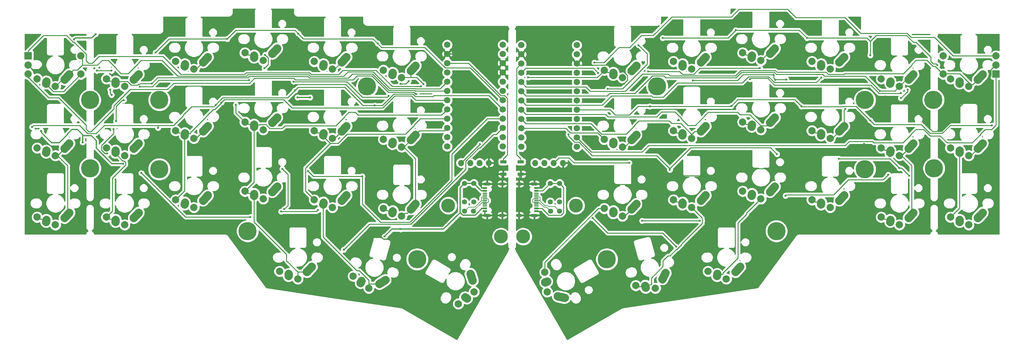
<source format=gbr>
G04 #@! TF.GenerationSoftware,KiCad,Pcbnew,(5.1.5)-3*
G04 #@! TF.CreationDate,2020-07-27T19:09:02+07:00*
G04 #@! TF.ProjectId,corne-classic,636f726e-652d-4636-9c61-737369632e6b,1.1*
G04 #@! TF.SameCoordinates,Original*
G04 #@! TF.FileFunction,Copper,L1,Top*
G04 #@! TF.FilePolarity,Positive*
%FSLAX46Y46*%
G04 Gerber Fmt 4.6, Leading zero omitted, Abs format (unit mm)*
G04 Created by KiCad (PCBNEW (5.1.5)-3) date 2020-07-27 19:09:02*
%MOMM*%
%LPD*%
G04 APERTURE LIST*
%ADD10C,1.752600*%
%ADD11C,2.000000*%
%ADD12C,2.250000*%
%ADD13C,2.250000*%
%ADD14O,1.700000X1.700000*%
%ADD15C,1.397000*%
%ADD16R,2.000000X2.000000*%
%ADD17R,1.700000X0.900000*%
%ADD18C,5.000000*%
%ADD19R,1.160000X0.600000*%
%ADD20R,1.160000X0.300000*%
%ADD21O,1.700000X0.900000*%
%ADD22O,2.000000X0.900000*%
%ADD23C,3.800000*%
%ADD24C,0.600000*%
%ADD25C,0.250000*%
%ADD26C,0.300000*%
%ADD27C,0.200000*%
%ADD28C,0.254000*%
G04 APERTURE END LIST*
D10*
X146781000Y-28067000D03*
X131541000Y-48387000D03*
X131541000Y-33147000D03*
X131541000Y-35687000D03*
X131541000Y-38227000D03*
X146781000Y-56007000D03*
X131541000Y-30607000D03*
X131541000Y-28067000D03*
X131541000Y-50927000D03*
X131541000Y-53467000D03*
X131541000Y-56007000D03*
X146781000Y-53467000D03*
X146781000Y-50927000D03*
X146781000Y-48387000D03*
X146781000Y-45847000D03*
X146781000Y-43307000D03*
X146781000Y-40767000D03*
X146781000Y-38227000D03*
X146781000Y-33147000D03*
X146781000Y-35687000D03*
X146781000Y-30607000D03*
X131541000Y-45847000D03*
X131541000Y-43307000D03*
X131541000Y-40767000D03*
X167112000Y-28168600D03*
X151872000Y-48488600D03*
X151872000Y-33248600D03*
X151872000Y-35788600D03*
X151872000Y-38328600D03*
X167112000Y-56108600D03*
X151872000Y-30708600D03*
X151872000Y-28168600D03*
X151872000Y-51028600D03*
X151872000Y-53568600D03*
X151872000Y-56108600D03*
X167112000Y-53568600D03*
X167112000Y-51028600D03*
X167112000Y-48488600D03*
X167112000Y-45948600D03*
X167112000Y-43408600D03*
X167112000Y-40868600D03*
X167112000Y-38328600D03*
X167112000Y-33248600D03*
X167112000Y-35788600D03*
X167112000Y-30708600D03*
X151872000Y-45948600D03*
X151872000Y-43408600D03*
X151872000Y-40868600D03*
D11*
X183255883Y-94204413D03*
D12*
X190552091Y-92456456D03*
D13*
X191439578Y-90707151D02*
X190552102Y-92456461D01*
D11*
X188629032Y-94938762D03*
D12*
X185963349Y-94804104D03*
D13*
X185851871Y-94233514D02*
X185963799Y-94804016D01*
D11*
X203102000Y-90289800D03*
D12*
X210602000Y-90489800D03*
D13*
X211912000Y-89029800D02*
X210602010Y-90489808D01*
D11*
X208102000Y-92389800D03*
D12*
X205562000Y-91569800D03*
D13*
X205602000Y-90989800D02*
X205562458Y-91569832D01*
D11*
X174602000Y-73039800D03*
D12*
X182102000Y-73239800D03*
D13*
X183412000Y-71779800D02*
X182102010Y-73239808D01*
D11*
X179602000Y-75139800D03*
D12*
X177062000Y-74319800D03*
D13*
X177102000Y-73739800D02*
X177062458Y-74319832D01*
D11*
X193602000Y-70664800D03*
D12*
X201102000Y-70864800D03*
D13*
X202412000Y-69404800D02*
X201102010Y-70864808D01*
D11*
X198602000Y-72764800D03*
D12*
X196062000Y-71944800D03*
D13*
X196102000Y-71364800D02*
X196062458Y-71944832D01*
D11*
X212602000Y-68289800D03*
D12*
X220102000Y-68489800D03*
D13*
X221412000Y-67029800D02*
X220102010Y-68489808D01*
D11*
X217602000Y-70389800D03*
D12*
X215062000Y-69569800D03*
D13*
X215102000Y-68989800D02*
X215062458Y-69569832D01*
D11*
X231602000Y-70664800D03*
D12*
X239102000Y-70864800D03*
D13*
X240412000Y-69404800D02*
X239102010Y-70864808D01*
D11*
X236602000Y-72764800D03*
D12*
X234062000Y-71944800D03*
D13*
X234102000Y-71364800D02*
X234062458Y-71944832D01*
D11*
X250602000Y-75414800D03*
D12*
X258102000Y-75614800D03*
D13*
X259412000Y-74154800D02*
X258102010Y-75614808D01*
D11*
X255602000Y-77514800D03*
D12*
X253062000Y-76694800D03*
D13*
X253102000Y-76114800D02*
X253062458Y-76694832D01*
D11*
X269602000Y-75414800D03*
D12*
X277102000Y-75614800D03*
D13*
X278412000Y-74154800D02*
X277102010Y-75614808D01*
D11*
X274602000Y-77514800D03*
D12*
X272062000Y-76694800D03*
D13*
X272102000Y-76114800D02*
X272062458Y-76694832D01*
D11*
X174602000Y-54039800D03*
D12*
X182102000Y-54239800D03*
D13*
X183412000Y-52779800D02*
X182102010Y-54239808D01*
D11*
X179602000Y-56139800D03*
D12*
X177062000Y-55319800D03*
D13*
X177102000Y-54739800D02*
X177062458Y-55319832D01*
D11*
X193602000Y-51664800D03*
D12*
X201102000Y-51864800D03*
D13*
X202412000Y-50404800D02*
X201102010Y-51864808D01*
D11*
X198602000Y-53764800D03*
D12*
X196062000Y-52944800D03*
D13*
X196102000Y-52364800D02*
X196062458Y-52944832D01*
D11*
X212602000Y-49289800D03*
D12*
X220102000Y-49489800D03*
D13*
X221412000Y-48029800D02*
X220102010Y-49489808D01*
D11*
X217602000Y-51389800D03*
D12*
X215062000Y-50569800D03*
D13*
X215102000Y-49989800D02*
X215062458Y-50569832D01*
D11*
X231602000Y-51664800D03*
D12*
X239102000Y-51864800D03*
D13*
X240412000Y-50404800D02*
X239102010Y-51864808D01*
D11*
X236602000Y-53764800D03*
D12*
X234062000Y-52944800D03*
D13*
X234102000Y-52364800D02*
X234062458Y-52944832D01*
D11*
X250602000Y-56414800D03*
D12*
X258102000Y-56614800D03*
D13*
X259412000Y-55154800D02*
X258102010Y-56614808D01*
D11*
X255602000Y-58514800D03*
D12*
X253062000Y-57694800D03*
D13*
X253102000Y-57114800D02*
X253062458Y-57694832D01*
D11*
X269602000Y-56414800D03*
D12*
X277102000Y-56614800D03*
D13*
X278412000Y-55154800D02*
X277102010Y-56614808D01*
D11*
X274602000Y-58514800D03*
D12*
X272062000Y-57694800D03*
D13*
X272102000Y-57114800D02*
X272062458Y-57694832D01*
D11*
X174602000Y-35039800D03*
D12*
X182102000Y-35239800D03*
D13*
X183412000Y-33779800D02*
X182102010Y-35239808D01*
D11*
X179602000Y-37139800D03*
D12*
X177062000Y-36319800D03*
D13*
X177102000Y-35739800D02*
X177062458Y-36319832D01*
D11*
X193602000Y-32664800D03*
D12*
X201102000Y-32864800D03*
D13*
X202412000Y-31404800D02*
X201102010Y-32864808D01*
D11*
X198602000Y-34764800D03*
D12*
X196062000Y-33944800D03*
D13*
X196102000Y-33364800D02*
X196062458Y-33944832D01*
D11*
X212602000Y-30289800D03*
D12*
X220102000Y-30489800D03*
D13*
X221412000Y-29029800D02*
X220102010Y-30489808D01*
D11*
X217602000Y-32389800D03*
D12*
X215062000Y-31569800D03*
D13*
X215102000Y-30989800D02*
X215062458Y-31569832D01*
D11*
X231602000Y-32664800D03*
D12*
X239102000Y-32864800D03*
D13*
X240412000Y-31404800D02*
X239102010Y-32864808D01*
D11*
X236602000Y-34764800D03*
D12*
X234062000Y-33944800D03*
D13*
X234102000Y-33364800D02*
X234062458Y-33944832D01*
D11*
X250602000Y-37414800D03*
D12*
X258102000Y-37614800D03*
D13*
X259412000Y-36154800D02*
X258102010Y-37614808D01*
D11*
X255602000Y-39514800D03*
D12*
X253062000Y-38694800D03*
D13*
X253102000Y-38114800D02*
X253062458Y-38694832D01*
D11*
X269602000Y-37414800D03*
D12*
X277102000Y-37614800D03*
D13*
X278412000Y-36154800D02*
X277102010Y-37614808D01*
D11*
X274602000Y-39514800D03*
D12*
X272062000Y-38694800D03*
D13*
X272102000Y-38114800D02*
X272062458Y-38694832D01*
D11*
X105737858Y-91616223D03*
D12*
X112930538Y-93750551D03*
D13*
X114573777Y-92679352D02*
X112930545Y-93750562D01*
D11*
X110023968Y-94938762D03*
D12*
X107782748Y-93489303D03*
D13*
X107971500Y-92939419D02*
X107783182Y-93489453D01*
D11*
X85551400Y-90289800D03*
D12*
X93051400Y-90489800D03*
D13*
X94361400Y-89029800D02*
X93051410Y-90489808D01*
D11*
X90551400Y-92389800D03*
D12*
X88011400Y-91569800D03*
D13*
X88051400Y-90989800D02*
X88011858Y-91569832D01*
D11*
X114051000Y-73039800D03*
D12*
X121551000Y-73239800D03*
D13*
X122861000Y-71779800D02*
X121551010Y-73239808D01*
D11*
X119051000Y-75139800D03*
D12*
X116511000Y-74319800D03*
D13*
X116551000Y-73739800D02*
X116511458Y-74319832D01*
D11*
X95051000Y-70664800D03*
D12*
X102551000Y-70864800D03*
D13*
X103861000Y-69404800D02*
X102551010Y-70864808D01*
D11*
X100051000Y-72764800D03*
D12*
X97511000Y-71944800D03*
D13*
X97551000Y-71364800D02*
X97511458Y-71944832D01*
D11*
X76051400Y-68289800D03*
D12*
X83551400Y-68489800D03*
D13*
X84861400Y-67029800D02*
X83551410Y-68489808D01*
D11*
X81051400Y-70389800D03*
D12*
X78511400Y-69569800D03*
D13*
X78551400Y-68989800D02*
X78511858Y-69569832D01*
D11*
X57051400Y-70664800D03*
D12*
X64551400Y-70864800D03*
D13*
X65861400Y-69404800D02*
X64551410Y-70864808D01*
D11*
X62051400Y-72764800D03*
D12*
X59511400Y-71944800D03*
D13*
X59551400Y-71364800D02*
X59511858Y-71944832D01*
D11*
X38051400Y-75414800D03*
D12*
X45551400Y-75614800D03*
D13*
X46861400Y-74154800D02*
X45551410Y-75614808D01*
D11*
X43051400Y-77514800D03*
D12*
X40511400Y-76694800D03*
D13*
X40551400Y-76114800D02*
X40511858Y-76694832D01*
D11*
X19051400Y-75414800D03*
D12*
X26551400Y-75614800D03*
D13*
X27861400Y-74154800D02*
X26551410Y-75614808D01*
D11*
X24051400Y-77514800D03*
D12*
X21511400Y-76694800D03*
D13*
X21551400Y-76114800D02*
X21511858Y-76694832D01*
D11*
X114051000Y-54039800D03*
D12*
X121551000Y-54239800D03*
D13*
X122861000Y-52779800D02*
X121551010Y-54239808D01*
D11*
X119051000Y-56139800D03*
D12*
X116511000Y-55319800D03*
D13*
X116551000Y-54739800D02*
X116511458Y-55319832D01*
D11*
X95051000Y-51664800D03*
D12*
X102551000Y-51864800D03*
D13*
X103861000Y-50404800D02*
X102551010Y-51864808D01*
D11*
X100051000Y-53764800D03*
D12*
X97511000Y-52944800D03*
D13*
X97551000Y-52364800D02*
X97511458Y-52944832D01*
D11*
X76051400Y-49289800D03*
D12*
X83551400Y-49489800D03*
D13*
X84861400Y-48029800D02*
X83551410Y-49489808D01*
D11*
X81051400Y-51389800D03*
D12*
X78511400Y-50569800D03*
D13*
X78551400Y-49989800D02*
X78511858Y-50569832D01*
D11*
X57051400Y-51664800D03*
D12*
X64551400Y-51864800D03*
D13*
X65861400Y-50404800D02*
X64551410Y-51864808D01*
D11*
X62051400Y-53764800D03*
D12*
X59511400Y-52944800D03*
D13*
X59551400Y-52364800D02*
X59511858Y-52944832D01*
D11*
X38051400Y-56414800D03*
D12*
X45551400Y-56614800D03*
D13*
X46861400Y-55154800D02*
X45551410Y-56614808D01*
D11*
X43051400Y-58514800D03*
D12*
X40511400Y-57694800D03*
D13*
X40551400Y-57114800D02*
X40511858Y-57694832D01*
D11*
X19051400Y-56414800D03*
D12*
X26551400Y-56614800D03*
D13*
X27861400Y-55154800D02*
X26551410Y-56614808D01*
D11*
X24051400Y-58514800D03*
D12*
X21511400Y-57694800D03*
D13*
X21551400Y-57114800D02*
X21511858Y-57694832D01*
D11*
X114051000Y-35039800D03*
D12*
X121551000Y-35239800D03*
D13*
X122861000Y-33779800D02*
X121551010Y-35239808D01*
D11*
X119051000Y-37139800D03*
D12*
X116511000Y-36319800D03*
D13*
X116551000Y-35739800D02*
X116511458Y-36319832D01*
D11*
X95051000Y-32664800D03*
D12*
X102551000Y-32864800D03*
D13*
X103861000Y-31404800D02*
X102551010Y-32864808D01*
D11*
X100051000Y-34764800D03*
D12*
X97511000Y-33944800D03*
D13*
X97551000Y-33364800D02*
X97511458Y-33944832D01*
D11*
X76051400Y-30289800D03*
D12*
X83551400Y-30489800D03*
D13*
X84861400Y-29029800D02*
X83551410Y-30489808D01*
D11*
X81051400Y-32389800D03*
D12*
X78511400Y-31569800D03*
D13*
X78551400Y-30989800D02*
X78511858Y-31569832D01*
D11*
X57051400Y-32664800D03*
D12*
X64551400Y-32864800D03*
D13*
X65861400Y-31404800D02*
X64551410Y-32864808D01*
D11*
X62051400Y-34764800D03*
D12*
X59511400Y-33944800D03*
D13*
X59551400Y-33364800D02*
X59511858Y-33944832D01*
D11*
X38051400Y-37414800D03*
D12*
X45551400Y-37614800D03*
D13*
X46861400Y-36154800D02*
X45551410Y-37614808D01*
D11*
X43051400Y-39514800D03*
D12*
X40511400Y-38694800D03*
D13*
X40551400Y-38114800D02*
X40511858Y-38694832D01*
D11*
X19051400Y-37414800D03*
D12*
X26551400Y-37614800D03*
D13*
X27861400Y-36154800D02*
X26551410Y-37614808D01*
D11*
X24051400Y-39514800D03*
D12*
X21511400Y-38694800D03*
D13*
X21551400Y-38114800D02*
X21511858Y-38694832D01*
D11*
X158299103Y-90559673D03*
D12*
X161875898Y-97154864D03*
D13*
X158942886Y-93074736D02*
X158420792Y-93330506D01*
X163795295Y-97559357D02*
X161875895Y-97154875D01*
D11*
X158980450Y-95939800D03*
D12*
X158420591Y-93330095D03*
D11*
X134591897Y-99219927D03*
D12*
X138515102Y-92824736D03*
D13*
X136448114Y-97404864D02*
X136930664Y-97729124D01*
X137905705Y-90960243D02*
X138515115Y-92824733D01*
D11*
X138910550Y-95939800D03*
D12*
X136930409Y-97729505D03*
D14*
X135351000Y-60528200D03*
X140431000Y-60528200D03*
X137891000Y-60528200D03*
X142971000Y-60528200D03*
X155682000Y-60528200D03*
X160762000Y-60528200D03*
X158222000Y-60528200D03*
X163302000Y-60528200D03*
D15*
X138861000Y-71246800D03*
X138861000Y-66166800D03*
X136271000Y-71246800D03*
X136271000Y-66166800D03*
X159893000Y-73735800D03*
X162332000Y-73761800D03*
X136321000Y-73761800D03*
X138760000Y-73735800D03*
X159792000Y-71246800D03*
X159792000Y-66166800D03*
X162382000Y-71246800D03*
X162382000Y-66166800D03*
D11*
X267602000Y-31114800D03*
X282102000Y-31114800D03*
X267602000Y-36114800D03*
D16*
X282102000Y-36114800D03*
D11*
X282102000Y-33614800D03*
D17*
X146951000Y-63599800D03*
X146951000Y-60199800D03*
D18*
X189102000Y-39489800D03*
D17*
X151702000Y-63599800D03*
X151702000Y-60199800D03*
D19*
X156002000Y-73811800D03*
X156002000Y-73011800D03*
X156002000Y-73811800D03*
X156002000Y-73011800D03*
X156002000Y-67411800D03*
X156002000Y-67411800D03*
X156002000Y-68211800D03*
X156002000Y-68211800D03*
D20*
X156002000Y-72361800D03*
X156002000Y-71361800D03*
X156002000Y-71861800D03*
X156002000Y-69361800D03*
X156002000Y-68861800D03*
X156002000Y-70861800D03*
X156002000Y-70361800D03*
X156002000Y-69861800D03*
D21*
X151252000Y-74931800D03*
X151252000Y-66291800D03*
D22*
X155422000Y-74931800D03*
X155422000Y-66291800D03*
D18*
X221852000Y-79239800D03*
X175352000Y-86989800D03*
X246102000Y-43239800D03*
X265102000Y-61989800D03*
X246102000Y-62239800D03*
X264922000Y-43180000D03*
D23*
X166852000Y-72239800D03*
X152352000Y-80739800D03*
D11*
X31051400Y-36114800D03*
X16551400Y-36114800D03*
X31051400Y-31114800D03*
D16*
X16551400Y-31114800D03*
D11*
X16551400Y-33614800D03*
D19*
X141889000Y-67411800D03*
X141889000Y-68211800D03*
X141889000Y-67411800D03*
X141889000Y-68211800D03*
X141889000Y-73811800D03*
X141889000Y-73811800D03*
X141889000Y-73011800D03*
X141889000Y-73011800D03*
D20*
X141889000Y-68861800D03*
X141889000Y-69861800D03*
X141889000Y-69361800D03*
X141889000Y-71861800D03*
X141889000Y-72361800D03*
X141889000Y-70361800D03*
X141889000Y-70861800D03*
X141889000Y-71361800D03*
D21*
X146639000Y-66291800D03*
X146639000Y-74931800D03*
D22*
X142469000Y-66291800D03*
X142469000Y-74931800D03*
D18*
X109551000Y-39489800D03*
X123301000Y-86989800D03*
X52551400Y-43239800D03*
X76801400Y-79239800D03*
X52551400Y-62239800D03*
X33551400Y-61989800D03*
X33551400Y-43239800D03*
D23*
X131801000Y-72239800D03*
X146301000Y-80739800D03*
D24*
X90667900Y-24977100D03*
X51501400Y-30207200D03*
X71218400Y-26448000D03*
X112454500Y-27700300D03*
X35412900Y-35203800D03*
X39451100Y-35203800D03*
X111683900Y-44756600D03*
X52214000Y-50897400D03*
X17631400Y-50647200D03*
X89799200Y-40596200D03*
X68014100Y-44626600D03*
X93336100Y-62780300D03*
X108232100Y-64212200D03*
X103163900Y-84355200D03*
X46876000Y-64101700D03*
X21523300Y-32533000D03*
X53211300Y-70318300D03*
X49336500Y-66679900D03*
X108726100Y-82249100D03*
X122022200Y-81300400D03*
X29163600Y-26573100D03*
X35071300Y-25133700D03*
X42667200Y-60714700D03*
X118786700Y-78721800D03*
X114364800Y-80734900D03*
X31539100Y-54850800D03*
X93923100Y-42526600D03*
X90458200Y-42526600D03*
X20149700Y-51749400D03*
X50481500Y-38744000D03*
X69562000Y-43937000D03*
X73570600Y-44589400D03*
X124998000Y-38886300D03*
X81430700Y-34484000D03*
X81590300Y-30833700D03*
X140521300Y-55394200D03*
X39473200Y-41839800D03*
X39071700Y-40431800D03*
X118786700Y-38799800D03*
X120932300Y-38038300D03*
X86855400Y-73200000D03*
X86293800Y-62168200D03*
X123075300Y-41591500D03*
X124378600Y-39475100D03*
X77208200Y-37761400D03*
X47196000Y-39533800D03*
X38234000Y-57970300D03*
X40000700Y-51272500D03*
X40684800Y-49053800D03*
X42829000Y-43264900D03*
X115436500Y-42146600D03*
X89412900Y-38185600D03*
X77550500Y-75375300D03*
X47647900Y-63305100D03*
X96037500Y-73472100D03*
X85959600Y-73875300D03*
X214589300Y-37517300D03*
X255971200Y-41308800D03*
X186661100Y-35377000D03*
X217334500Y-34486600D03*
X224356000Y-69540600D03*
X252547100Y-63752300D03*
X185013400Y-76409900D03*
X200852900Y-76409900D03*
X255980200Y-42734100D03*
X257831100Y-40451300D03*
X175598200Y-40140400D03*
X184069000Y-28184400D03*
X230227700Y-26223500D03*
X265977600Y-33598500D03*
X247602000Y-30957500D03*
X190655600Y-26212500D03*
X210701200Y-24074700D03*
X281021000Y-50231300D03*
X228742000Y-44987300D03*
X247602000Y-48847400D03*
X209484800Y-44859700D03*
X187136700Y-44987300D03*
X221998900Y-58084900D03*
X192630300Y-62405500D03*
X164810000Y-52696000D03*
X171903300Y-32964200D03*
X250278300Y-40720600D03*
X240729300Y-45683600D03*
X234124100Y-37078900D03*
X153760900Y-37058700D03*
X194326500Y-83519600D03*
X171391400Y-75658000D03*
X258255000Y-64007500D03*
X255602000Y-61927600D03*
X239002000Y-59349000D03*
X172986000Y-35820100D03*
X198975800Y-37880700D03*
X224581300Y-37611100D03*
X181477100Y-60513500D03*
X221549000Y-37728800D03*
X221106500Y-36378100D03*
X245945400Y-55337200D03*
X252594900Y-44348800D03*
X270274600Y-48763200D03*
X251758600Y-42286800D03*
X209390700Y-64431500D03*
X215498100Y-62105400D03*
X175760400Y-64082800D03*
X179970000Y-38814200D03*
X234202000Y-63292900D03*
X196202000Y-64017400D03*
D25*
X71218400Y-26448000D02*
X73562500Y-24103900D01*
X73562500Y-24103900D02*
X89794700Y-24103900D01*
X89794700Y-24103900D02*
X90667900Y-24977100D01*
X51501400Y-30207200D02*
X55260600Y-26448000D01*
X55260600Y-26448000D02*
X71218400Y-26448000D01*
X112454500Y-27700300D02*
X111175800Y-26421600D01*
X111175800Y-26421600D02*
X92112400Y-26421600D01*
X92112400Y-26421600D02*
X90667900Y-24977100D01*
X146781000Y-43307000D02*
X137891000Y-34417000D01*
X137891000Y-34417000D02*
X131015600Y-34417000D01*
X131015600Y-34417000D02*
X125378100Y-28779500D01*
X125378100Y-28779500D02*
X113533700Y-28779500D01*
X113533700Y-28779500D02*
X112454500Y-27700300D01*
X39451100Y-35203800D02*
X35412900Y-35203800D01*
X31051400Y-36114800D02*
X26274900Y-40891300D01*
X26274900Y-40891300D02*
X23478800Y-40891300D01*
X23478800Y-40891300D02*
X21511400Y-38923900D01*
X21511400Y-38923900D02*
X21511400Y-38694800D01*
X146781000Y-45847000D02*
X142989400Y-42055400D01*
X142989400Y-42055400D02*
X127894400Y-42055400D01*
X127894400Y-42055400D02*
X127650900Y-42298900D01*
X127650900Y-42298900D02*
X122827500Y-42298900D01*
X122827500Y-42298900D02*
X122142300Y-41613700D01*
X122142300Y-41613700D02*
X116924700Y-41613700D01*
X116924700Y-41613700D02*
X113781800Y-44756600D01*
X113781800Y-44756600D02*
X111683900Y-44756600D01*
X89799200Y-40596200D02*
X90644700Y-39750700D01*
X90644700Y-39750700D02*
X103406100Y-39750700D01*
X103406100Y-39750700D02*
X108412000Y-44756600D01*
X108412000Y-44756600D02*
X111683900Y-44756600D01*
X68014100Y-44626600D02*
X68014100Y-44529900D01*
X68014100Y-44529900D02*
X69928900Y-42615100D01*
X69928900Y-42615100D02*
X87780300Y-42615100D01*
X87780300Y-42615100D02*
X89799200Y-40596200D01*
X52214000Y-50209900D02*
X52214000Y-50897400D01*
X52214000Y-50209900D02*
X37478800Y-50209900D01*
X37478800Y-50209900D02*
X35228000Y-52460700D01*
X35228000Y-52460700D02*
X32921500Y-52460700D01*
X32921500Y-52460700D02*
X30691900Y-50231100D01*
X30691900Y-50231100D02*
X18047500Y-50231100D01*
X18047500Y-50231100D02*
X17631400Y-50647200D01*
X68014100Y-44626600D02*
X67562400Y-45078300D01*
X67562400Y-45078300D02*
X61432800Y-45078300D01*
X61432800Y-45078300D02*
X59129000Y-47382100D01*
X59129000Y-47382100D02*
X59129000Y-47512100D01*
X59129000Y-47512100D02*
X56431200Y-50209900D01*
X56431200Y-50209900D02*
X52214000Y-50209900D01*
X108232100Y-64212200D02*
X94768000Y-64212200D01*
X94768000Y-64212200D02*
X93336100Y-62780300D01*
X108232100Y-71859300D02*
X108232100Y-64212200D01*
X113220490Y-76847690D02*
X108232100Y-71859300D01*
X142570200Y-48387000D02*
X132842000Y-58115200D01*
X146781000Y-48387000D02*
X142570200Y-48387000D01*
X132842000Y-58115200D02*
X132842000Y-65329480D01*
X132842000Y-65329480D02*
X121323790Y-76847690D01*
X121323790Y-76847690D02*
X113220490Y-76847690D01*
X62051400Y-34764800D02*
X62651400Y-34764800D01*
X62651400Y-34764800D02*
X64551400Y-32864800D01*
X145014698Y-52693302D02*
X146781000Y-50927000D01*
X144221200Y-52693302D02*
X145014698Y-52693302D01*
X140487792Y-56426710D02*
X144221200Y-52693302D01*
X140195910Y-56426710D02*
X140487792Y-56426710D01*
X136601200Y-60021420D02*
X140195910Y-56426710D01*
X136601200Y-61010800D02*
X136601200Y-60021420D01*
X110171400Y-77347700D02*
X121530900Y-77347700D01*
X103163900Y-84355200D02*
X110171400Y-77347700D01*
X121530900Y-77347700D02*
X136621000Y-62257600D01*
X136621000Y-62257600D02*
X136621000Y-61030600D01*
X136621000Y-61030600D02*
X136601200Y-61010800D01*
X100051000Y-34764800D02*
X100651000Y-34764800D01*
X100651000Y-34764800D02*
X102551000Y-32864800D01*
X62051400Y-53764800D02*
X62651400Y-53764800D01*
X62651400Y-53764800D02*
X64551400Y-51864800D01*
X100051000Y-53764800D02*
X100651000Y-53764800D01*
X100651000Y-53764800D02*
X102551000Y-51864800D01*
X21511400Y-76694800D02*
X21551400Y-76654800D01*
X21551400Y-76654800D02*
X21551400Y-76114800D01*
X21551400Y-76114800D02*
X19972700Y-76007200D01*
X19051400Y-75414800D02*
X19380300Y-75414800D01*
X19380300Y-75414800D02*
X19972700Y-76007200D01*
X116511000Y-74319800D02*
X116551000Y-74279800D01*
X116551000Y-74279800D02*
X116551000Y-73739800D01*
X116551000Y-73739800D02*
X114972300Y-73632200D01*
X114051000Y-73039800D02*
X114379900Y-73039800D01*
X114379900Y-73039800D02*
X114972300Y-73632200D01*
D26*
X46876000Y-64101700D02*
X49336500Y-66562200D01*
X49336500Y-66562200D02*
X49336500Y-66679900D01*
X53211300Y-70318300D02*
X52974900Y-70318300D01*
X52974900Y-70318300D02*
X49336500Y-66679900D01*
X16551400Y-33614800D02*
X17826800Y-34890200D01*
X17826800Y-34890200D02*
X19535800Y-34890200D01*
X19535800Y-34890200D02*
X21523300Y-32902700D01*
X21523300Y-32902700D02*
X21523300Y-32533000D01*
X141768900Y-74931800D02*
X141889000Y-74811700D01*
X141889000Y-74811700D02*
X141889000Y-73811800D01*
X141768900Y-74931800D02*
X141068700Y-74931800D01*
X142469000Y-74931800D02*
X141768900Y-74931800D01*
X122022200Y-81300400D02*
X134700100Y-81300400D01*
X134700100Y-81300400D02*
X141068700Y-74931800D01*
X108726100Y-82249100D02*
X110019900Y-80955300D01*
X110019900Y-80955300D02*
X113594900Y-80955300D01*
X113594900Y-80955300D02*
X114074800Y-81435200D01*
X114074800Y-81435200D02*
X121887400Y-81435200D01*
X121887400Y-81435200D02*
X122022200Y-81300400D01*
X146781000Y-33147000D02*
X144241000Y-30607000D01*
X144241000Y-30607000D02*
X131541000Y-30607000D01*
X141889000Y-67411800D02*
X140908700Y-67411800D01*
X142469000Y-66291800D02*
X141068700Y-66291800D01*
X141068700Y-66291800D02*
X140908700Y-66451800D01*
X140908700Y-66451800D02*
X140908700Y-67411800D01*
X146639000Y-63911800D02*
X146951000Y-63599800D01*
X146639000Y-66291800D02*
X146639000Y-63911800D01*
X144173081Y-61789800D02*
X142971000Y-61789800D01*
X145891000Y-61789800D02*
X144173081Y-61789800D01*
X146951000Y-62849800D02*
X145891000Y-61789800D01*
X146951000Y-63599800D02*
X146951000Y-62849800D01*
X135121500Y-74156300D02*
X135121500Y-67316300D01*
X135121500Y-67316300D02*
X136271000Y-66166800D01*
X140908700Y-73011800D02*
X140908700Y-73176500D01*
X140908700Y-73176500D02*
X139223200Y-74862000D01*
X139223200Y-74862000D02*
X135827200Y-74862000D01*
X135827200Y-74862000D02*
X135121500Y-74156300D01*
X135121500Y-74156300D02*
X130556000Y-78721800D01*
X130556000Y-78721800D02*
X118786700Y-78721800D01*
X141889000Y-73011800D02*
X140908700Y-73011800D01*
X35071300Y-25133700D02*
X33987800Y-26217200D01*
X33987800Y-26217200D02*
X29519500Y-26217200D01*
X29519500Y-26217200D02*
X29163600Y-26573100D01*
X31539100Y-53044800D02*
X31539100Y-54850800D01*
X42667200Y-60714700D02*
X39506400Y-60714700D01*
X39506400Y-60714700D02*
X35236600Y-56444900D01*
X35236600Y-56444900D02*
X35236600Y-54361200D01*
X35236600Y-54361200D02*
X33920200Y-53044800D01*
X33920200Y-53044800D02*
X31539100Y-53044800D01*
X20149700Y-51749400D02*
X20265800Y-51865500D01*
X20265800Y-51865500D02*
X20265800Y-52288800D01*
X20265800Y-52288800D02*
X22991400Y-55014400D01*
X22991400Y-55014400D02*
X25078100Y-55014400D01*
X25078100Y-55014400D02*
X27382700Y-52709800D01*
X27382700Y-52709800D02*
X27382700Y-52502500D01*
X27382700Y-52502500D02*
X28551400Y-51333800D01*
X28551400Y-51333800D02*
X30087600Y-51333800D01*
X30087600Y-51333800D02*
X31539100Y-52785300D01*
X31539100Y-52785300D02*
X31539100Y-53044800D01*
X114364800Y-80734900D02*
X116377900Y-78721800D01*
X116377900Y-78721800D02*
X118786700Y-78721800D01*
X138861000Y-66166800D02*
X140906000Y-68211800D01*
X140906000Y-68211800D02*
X141889000Y-68211800D01*
X136271000Y-66166800D02*
X138861000Y-66166800D01*
X90458200Y-42526600D02*
X93923100Y-42526600D01*
D25*
X26551400Y-37614800D02*
X25951400Y-37614800D01*
X25951400Y-37614800D02*
X24051400Y-39514800D01*
X24651400Y-58514800D02*
X26551400Y-56614800D01*
X24051400Y-58514800D02*
X24651400Y-58514800D01*
X24651400Y-58514800D02*
X27382600Y-61246000D01*
X27382600Y-61246000D02*
X27382600Y-74154800D01*
X27382600Y-74154800D02*
X26551400Y-74986000D01*
X26551400Y-74986000D02*
X26551400Y-75614800D01*
X27861400Y-74154800D02*
X27382600Y-74154800D01*
X131541000Y-38227000D02*
X129577500Y-40190500D01*
X129577500Y-40190500D02*
X122841900Y-40190500D01*
X122841900Y-40190500D02*
X122764200Y-40112800D01*
X122764200Y-40112800D02*
X115781800Y-40112800D01*
X115781800Y-40112800D02*
X111212000Y-35543000D01*
X111212000Y-35543000D02*
X104312000Y-35543000D01*
X104312000Y-35543000D02*
X103180300Y-36674700D01*
X103180300Y-36674700D02*
X93961300Y-36674700D01*
X93961300Y-36674700D02*
X93581500Y-36294900D01*
X93581500Y-36294900D02*
X76859200Y-36294900D01*
X76859200Y-36294900D02*
X76506200Y-36647900D01*
X76506200Y-36647900D02*
X57634200Y-36647900D01*
X57634200Y-36647900D02*
X53342600Y-32356300D01*
X53342600Y-32356300D02*
X47537700Y-32356300D01*
X47537700Y-32356300D02*
X46847600Y-33046400D01*
X46847600Y-33046400D02*
X46847600Y-33169200D01*
X46847600Y-33169200D02*
X44032800Y-35984000D01*
X44032800Y-35984000D02*
X42070100Y-35984000D01*
X42070100Y-35984000D02*
X40682200Y-34596100D01*
X40682200Y-34596100D02*
X40682200Y-34473400D01*
X40682200Y-34473400D02*
X38537800Y-32329000D01*
X38537800Y-32329000D02*
X36874300Y-32329000D01*
X36874300Y-32329000D02*
X35544700Y-33658600D01*
X35544700Y-33658600D02*
X31501100Y-33658600D01*
X31501100Y-33658600D02*
X30146700Y-35013000D01*
X30146700Y-35013000D02*
X28885900Y-35013000D01*
X31501100Y-33658600D02*
X31501100Y-31564500D01*
X31501100Y-31564500D02*
X31051400Y-31114800D01*
X27861400Y-36154800D02*
X28885900Y-35013000D01*
X26551400Y-56614800D02*
X27861400Y-55304800D01*
X27861400Y-55304800D02*
X27861400Y-55154800D01*
X40511400Y-38694800D02*
X40551400Y-38654800D01*
X40551400Y-38654800D02*
X40551400Y-38114800D01*
X40551400Y-38114800D02*
X38972700Y-38007200D01*
X38215900Y-75250300D02*
X38051400Y-75414800D01*
X40511400Y-57694800D02*
X40511400Y-57938800D01*
X40511400Y-57938800D02*
X42511400Y-59938800D01*
X42511400Y-59938800D02*
X42921900Y-59938800D01*
X42921900Y-59938800D02*
X43362400Y-60379300D01*
X43362400Y-60379300D02*
X43362400Y-61034100D01*
X43362400Y-61034100D02*
X39720300Y-64676200D01*
X39720300Y-64676200D02*
X39720300Y-73745900D01*
X39720300Y-73745900D02*
X38215900Y-75250300D01*
X38972700Y-76007200D02*
X38215900Y-75250300D01*
X40551400Y-76114800D02*
X38972700Y-76007200D01*
X131541000Y-40767000D02*
X122710800Y-40767000D01*
X122710800Y-40767000D02*
X122556900Y-40613100D01*
X122556900Y-40613100D02*
X115574500Y-40613100D01*
X115574500Y-40613100D02*
X111063100Y-36101700D01*
X111063100Y-36101700D02*
X105512000Y-36101700D01*
X105512000Y-36101700D02*
X104428800Y-37184900D01*
X104428800Y-37184900D02*
X93763900Y-37184900D01*
X93763900Y-37184900D02*
X93374200Y-36795200D01*
X93374200Y-36795200D02*
X77219400Y-36795200D01*
X77219400Y-36795200D02*
X76866400Y-37148200D01*
X76866400Y-37148200D02*
X52077300Y-37148200D01*
X52077300Y-37148200D02*
X50481500Y-38744000D01*
X50481500Y-38744000D02*
X47380900Y-38744000D01*
X47380900Y-38744000D02*
X47266400Y-38858500D01*
X47266400Y-38858500D02*
X46916300Y-38858500D01*
X46916300Y-38858500D02*
X46628400Y-39146400D01*
X46628400Y-39146400D02*
X44856900Y-39146400D01*
X44856900Y-39146400D02*
X43825300Y-38114800D01*
X43825300Y-38114800D02*
X42195500Y-38114800D01*
X42195500Y-38114800D02*
X42090600Y-38219700D01*
X38051400Y-37414800D02*
X38380300Y-37414800D01*
X38380300Y-37414800D02*
X38972700Y-38007200D01*
X40551400Y-38114800D02*
X42090600Y-38219700D01*
X131541000Y-43307000D02*
X122878000Y-43307000D01*
X122878000Y-43307000D02*
X121685000Y-42114000D01*
X121685000Y-42114000D02*
X117132000Y-42114000D01*
X117132000Y-42114000D02*
X113812700Y-45433300D01*
X113812700Y-45433300D02*
X88984400Y-45433300D01*
X88984400Y-45433300D02*
X86666600Y-43115500D01*
X86666600Y-43115500D02*
X70383500Y-43115500D01*
X70383500Y-43115500D02*
X69562000Y-43937000D01*
X61090600Y-52469700D02*
X61090600Y-52181800D01*
X61090600Y-52181800D02*
X65327900Y-47944500D01*
X65327900Y-47944500D02*
X65327900Y-47845700D01*
X65327900Y-47845700D02*
X67371400Y-45802200D01*
X67371400Y-45802200D02*
X67793600Y-45802200D01*
X67793600Y-45802200D02*
X69562000Y-44033800D01*
X69562000Y-44033800D02*
X69562000Y-43937000D01*
X59551400Y-52364800D02*
X57972700Y-52257200D01*
X57051400Y-51664800D02*
X57380300Y-51664800D01*
X57380300Y-51664800D02*
X57972700Y-52257200D01*
X59551400Y-52364800D02*
X61090600Y-52469700D01*
X59511400Y-52944800D02*
X59511400Y-68204800D01*
X59511400Y-68204800D02*
X57051400Y-70664800D01*
X76051400Y-49289800D02*
X76380300Y-49289800D01*
X76380300Y-49289800D02*
X76972700Y-49882200D01*
X73570600Y-44589400D02*
X73570600Y-46809000D01*
X73570600Y-46809000D02*
X76051400Y-49289800D01*
X78551400Y-49989800D02*
X76972700Y-49882200D01*
X78551400Y-49989800D02*
X80090600Y-50094700D01*
X131541000Y-45847000D02*
X130009300Y-47378700D01*
X130009300Y-47378700D02*
X107114700Y-47378700D01*
X107114700Y-47378700D02*
X106333100Y-46597100D01*
X106333100Y-46597100D02*
X104576000Y-46597100D01*
X104576000Y-46597100D02*
X103327500Y-47845600D01*
X103327500Y-47845600D02*
X103327500Y-47944500D01*
X103327500Y-47944500D02*
X100982700Y-50289300D01*
X100982700Y-50289300D02*
X86992500Y-50289300D01*
X86992500Y-50289300D02*
X86219500Y-51062300D01*
X86219500Y-51062300D02*
X82897800Y-51062300D01*
X82897800Y-51062300D02*
X81825300Y-49989800D01*
X81825300Y-49989800D02*
X80195500Y-49989800D01*
X80195500Y-49989800D02*
X80090600Y-50094700D01*
X76215900Y-68125300D02*
X76051400Y-68289800D01*
X78511400Y-50569800D02*
X78511400Y-65829800D01*
X78511400Y-65829800D02*
X76215900Y-68125300D01*
X76972700Y-68882200D02*
X76215900Y-68125300D01*
X78551400Y-68989800D02*
X76972700Y-68882200D01*
X90551400Y-90489800D02*
X90551400Y-92389800D01*
X78511400Y-69569800D02*
X78511400Y-76725100D01*
X78511400Y-76725100D02*
X87442200Y-85655900D01*
X87442200Y-85655900D02*
X87442200Y-87380600D01*
X87442200Y-87380600D02*
X90551400Y-90489800D01*
X90551400Y-90489800D02*
X93051400Y-90489800D01*
X78551400Y-30989800D02*
X78511900Y-31569800D01*
X78511400Y-31569800D02*
X78511900Y-31569800D01*
X78551400Y-30989800D02*
X76972700Y-30882200D01*
X76051400Y-30289800D02*
X76380300Y-30289800D01*
X76380300Y-30289800D02*
X76972700Y-30882200D01*
X99446700Y-55143200D02*
X92660800Y-61929100D01*
X92660800Y-61929100D02*
X92660800Y-68274600D01*
X92660800Y-68274600D02*
X95051000Y-70664800D01*
X99446700Y-55143200D02*
X97511000Y-53207500D01*
X97511000Y-53207500D02*
X97511000Y-52944800D01*
X131541000Y-48387000D02*
X124210600Y-48387000D01*
X124210600Y-48387000D02*
X122577600Y-50020000D01*
X122577600Y-50020000D02*
X122577600Y-50122500D01*
X122577600Y-50122500D02*
X120088700Y-52611400D01*
X120088700Y-52611400D02*
X104085500Y-52611400D01*
X104085500Y-52611400D02*
X101553700Y-55143200D01*
X101553700Y-55143200D02*
X99446700Y-55143200D01*
X97551000Y-52364800D02*
X95972300Y-52257200D01*
X95972300Y-52257200D02*
X95972300Y-52257300D01*
X95972300Y-52257300D02*
X95643500Y-52257300D01*
X95643500Y-52257300D02*
X95051000Y-51664800D01*
X97511000Y-52944800D02*
X97551000Y-52904800D01*
X97551000Y-52904800D02*
X97551000Y-52364800D01*
X110024000Y-93750600D02*
X110024000Y-94938800D01*
X97511000Y-71944800D02*
X97511000Y-80892100D01*
X97511000Y-80892100D02*
X106703800Y-90084900D01*
X106703800Y-90084900D02*
X107413600Y-90084900D01*
X107413600Y-90084900D02*
X110024000Y-92695300D01*
X110024000Y-92695300D02*
X110024000Y-93750600D01*
X110024000Y-93750600D02*
X112930500Y-93750600D01*
X121551000Y-37060900D02*
X119129900Y-37060900D01*
X119129900Y-37060900D02*
X119051000Y-37139800D01*
X124998000Y-38886300D02*
X123172600Y-37060900D01*
X123172600Y-37060900D02*
X121551000Y-37060900D01*
X121551000Y-37060900D02*
X121551000Y-35239800D01*
X119651000Y-56139800D02*
X121551000Y-54239800D01*
X119051000Y-56139800D02*
X119651000Y-56139800D01*
X119651000Y-56139800D02*
X122861000Y-59349800D01*
X122861000Y-59349800D02*
X122861000Y-71779800D01*
X122861000Y-52779800D02*
X123885500Y-51638000D01*
X131541000Y-50927000D02*
X130830000Y-51638000D01*
X130830000Y-51638000D02*
X123885500Y-51638000D01*
X121551000Y-73239800D02*
X121693800Y-73097000D01*
X121693800Y-73097000D02*
X121693800Y-73080700D01*
X121693800Y-73080700D02*
X120526600Y-74381700D01*
X122861000Y-71779800D02*
X121693800Y-73080700D01*
X120526600Y-74381700D02*
X120526500Y-74381600D01*
X120526500Y-74381600D02*
X119809200Y-74381600D01*
X119809200Y-74381600D02*
X119051000Y-75139800D01*
X81590300Y-30833700D02*
X82472400Y-31715800D01*
X82472400Y-31715800D02*
X82472400Y-33442300D01*
X82472400Y-33442300D02*
X81430700Y-34484000D01*
X146951000Y-60199800D02*
X146951000Y-59374500D01*
X146951000Y-59374500D02*
X148046000Y-58279500D01*
X148046000Y-58279500D02*
X148046000Y-42790400D01*
X148046000Y-42790400D02*
X147310900Y-42055300D01*
X147310900Y-42055300D02*
X146299200Y-42055300D01*
X146299200Y-42055300D02*
X137390900Y-33147000D01*
X137390900Y-33147000D02*
X131541000Y-33147000D01*
X140521300Y-55394200D02*
X135351000Y-60564500D01*
X135387300Y-60528200D02*
X135351000Y-60528200D01*
X140521300Y-55394200D02*
X135387300Y-60528200D01*
X39473200Y-41839800D02*
X39071700Y-41438300D01*
X39071700Y-41438300D02*
X39071700Y-40431800D01*
X120932300Y-38038300D02*
X120170800Y-38799800D01*
X120170800Y-38799800D02*
X118786700Y-38799800D01*
X86293800Y-62168200D02*
X87831300Y-63705700D01*
X87831300Y-63705700D02*
X87831300Y-72224100D01*
X87831300Y-72224100D02*
X86855400Y-73200000D01*
D27*
X141889000Y-70361800D02*
X142676000Y-70361800D01*
X142676000Y-70361800D02*
X142900000Y-70586600D01*
X142900000Y-70586600D02*
X142900000Y-71130800D01*
X142900000Y-71130800D02*
X142669000Y-71361800D01*
X142669000Y-71361800D02*
X141889000Y-71361800D01*
X141889000Y-71361800D02*
X141109000Y-71361800D01*
X141109000Y-71361800D02*
X138760000Y-73710800D01*
X138760000Y-73710800D02*
X138760000Y-73735800D01*
X140945000Y-70840600D02*
X140945000Y-70911800D01*
X140945000Y-70911800D02*
X140923000Y-70911800D01*
X140923000Y-70911800D02*
X139147000Y-72687300D01*
X139147000Y-72687300D02*
X137396000Y-72687300D01*
X137396000Y-72687300D02*
X137020000Y-73063300D01*
X137020000Y-73063300D02*
X136321000Y-73761800D01*
X140945000Y-70840600D02*
X140973000Y-70861800D01*
X140973000Y-70861800D02*
X141889000Y-70861800D01*
X141889000Y-69861800D02*
X141109000Y-69861800D01*
X141109000Y-69861800D02*
X140945000Y-70026600D01*
X140945000Y-70026600D02*
X140945000Y-70840600D01*
D25*
X123075300Y-41591500D02*
X122827700Y-41591500D01*
X122827700Y-41591500D02*
X122349600Y-41113400D01*
X122349600Y-41113400D02*
X115358400Y-41113400D01*
X115358400Y-41113400D02*
X110847100Y-36602100D01*
X110847100Y-36602100D02*
X106795500Y-36602100D01*
X106795500Y-36602100D02*
X105712400Y-37685200D01*
X105712400Y-37685200D02*
X89867500Y-37685200D01*
X89867500Y-37685200D02*
X89487000Y-37304700D01*
X89487000Y-37304700D02*
X78654100Y-37304700D01*
X78654100Y-37304700D02*
X77332100Y-38626700D01*
X77332100Y-38626700D02*
X56523500Y-38626700D01*
X56523500Y-38626700D02*
X54785800Y-40364400D01*
X54785800Y-40364400D02*
X44582600Y-40364400D01*
X44582600Y-40364400D02*
X40144000Y-44803000D01*
X40144000Y-44803000D02*
X40144000Y-45643500D01*
X40144000Y-45643500D02*
X33878300Y-51909200D01*
X33878300Y-51909200D02*
X33163200Y-51909200D01*
X33163200Y-51909200D02*
X32458000Y-51204000D01*
X32458000Y-51204000D02*
X32458000Y-50191000D01*
X32458000Y-50191000D02*
X24907300Y-42640300D01*
X24907300Y-42640300D02*
X22227800Y-42640300D01*
X22227800Y-42640300D02*
X16551400Y-36963900D01*
X16551400Y-36963900D02*
X16551400Y-36114800D01*
X16551400Y-29739500D02*
X20787100Y-25503800D01*
X20787100Y-25503800D02*
X27139300Y-25503800D01*
X27139300Y-25503800D02*
X28883900Y-27248400D01*
X28883900Y-27248400D02*
X29130200Y-27248400D01*
X29130200Y-27248400D02*
X32465700Y-30583900D01*
X32465700Y-30583900D02*
X32465700Y-32490900D01*
X32465700Y-32490900D02*
X33133000Y-33158200D01*
X33133000Y-33158200D02*
X34144000Y-33158200D01*
X34144000Y-33158200D02*
X36072100Y-31230100D01*
X36072100Y-31230100D02*
X53528800Y-31230100D01*
X53528800Y-31230100D02*
X58446200Y-36147500D01*
X58446200Y-36147500D02*
X76024600Y-36147500D01*
X76024600Y-36147500D02*
X76377600Y-35794500D01*
X76377600Y-35794500D02*
X93788700Y-35794500D01*
X93788700Y-35794500D02*
X94168500Y-36174300D01*
X94168500Y-36174300D02*
X101810700Y-36174300D01*
X101810700Y-36174300D02*
X102942300Y-35042700D01*
X102942300Y-35042700D02*
X112004700Y-35042700D01*
X112004700Y-35042700D02*
X116437100Y-39475100D01*
X116437100Y-39475100D02*
X124378600Y-39475100D01*
X16551400Y-31114800D02*
X16551400Y-29739500D01*
X215062000Y-31569800D02*
X215102000Y-31529800D01*
X215102000Y-31529800D02*
X215102000Y-30989800D01*
X215102000Y-30989800D02*
X213523300Y-30882200D01*
X212602000Y-30289800D02*
X212930900Y-30289800D01*
X212930900Y-30289800D02*
X213523300Y-30882200D01*
X274602000Y-58514800D02*
X275202000Y-58514800D01*
X275202000Y-58514800D02*
X277102000Y-56614800D01*
X253062000Y-57694800D02*
X253102000Y-57654800D01*
X253102000Y-57654800D02*
X253102000Y-57114800D01*
X253102000Y-57114800D02*
X251523300Y-57007200D01*
X250602000Y-56414800D02*
X250930900Y-56414800D01*
X250930900Y-56414800D02*
X251523300Y-57007200D01*
X234062000Y-52944800D02*
X234102000Y-52904800D01*
X234102000Y-52904800D02*
X234102000Y-52364800D01*
X234102000Y-52364800D02*
X232523300Y-52257200D01*
X231602000Y-51664800D02*
X231930900Y-51664800D01*
X231930900Y-51664800D02*
X232523300Y-52257200D01*
X215062000Y-50569800D02*
X215102000Y-50529800D01*
X215102000Y-50529800D02*
X215102000Y-49989800D01*
X215102000Y-49989800D02*
X213523300Y-49882200D01*
X212602000Y-49289800D02*
X212930900Y-49289800D01*
X212930900Y-49289800D02*
X213523300Y-49882200D01*
X196062000Y-52944800D02*
X196102000Y-52904800D01*
X196102000Y-52904800D02*
X196102000Y-52364800D01*
X196102000Y-52364800D02*
X194523300Y-52257200D01*
X193602000Y-51664800D02*
X193930900Y-51664800D01*
X193930900Y-51664800D02*
X194523300Y-52257200D01*
X179602000Y-56139800D02*
X180202000Y-56139800D01*
X180202000Y-56139800D02*
X182102000Y-54239800D01*
X253102000Y-76114800D02*
X251523300Y-76007200D01*
X250602000Y-75414800D02*
X250930900Y-75414800D01*
X250930900Y-75414800D02*
X251523300Y-76007200D01*
X234062000Y-71944800D02*
X234102000Y-71904800D01*
X234102000Y-71904800D02*
X234102000Y-71364800D01*
X234102000Y-71364800D02*
X232523300Y-71257200D01*
X231602000Y-70664800D02*
X231930900Y-70664800D01*
X231930900Y-70664800D02*
X232523300Y-71257200D01*
X196062000Y-71944800D02*
X196102000Y-71904800D01*
X196102000Y-71904800D02*
X196102000Y-71364800D01*
X196102000Y-71364800D02*
X194523300Y-71257200D01*
X193602000Y-70664800D02*
X193930900Y-70664800D01*
X193930900Y-70664800D02*
X194523300Y-71257200D01*
X179602000Y-75139800D02*
X180202000Y-75139800D01*
X180202000Y-75139800D02*
X182102000Y-73239800D01*
X47196000Y-39533800D02*
X50649200Y-39533800D01*
X50649200Y-39533800D02*
X52421600Y-37761400D01*
X52421600Y-37761400D02*
X77208200Y-37761400D01*
X38234000Y-57970300D02*
X37607900Y-57970300D01*
X37607900Y-57970300D02*
X36676000Y-57038400D01*
X36676000Y-57038400D02*
X36676000Y-55728000D01*
X36676000Y-55728000D02*
X40000700Y-52403300D01*
X40000700Y-52403300D02*
X40000700Y-51272500D01*
X40684800Y-49053800D02*
X40684800Y-44969800D01*
X40684800Y-44969800D02*
X42389700Y-43264900D01*
X42389700Y-43264900D02*
X42829000Y-43264900D01*
X115436500Y-42146600D02*
X115169200Y-42413900D01*
X115169200Y-42413900D02*
X108230600Y-42413900D01*
X108230600Y-42413900D02*
X104002300Y-38185600D01*
X104002300Y-38185600D02*
X89412900Y-38185600D01*
X47647900Y-63305100D02*
X59718100Y-75375300D01*
X59718100Y-75375300D02*
X77550500Y-75375300D01*
X85959600Y-73875300D02*
X95634300Y-73875300D01*
X95634300Y-73875300D02*
X96037500Y-73472100D01*
X214589300Y-37517300D02*
X214787100Y-37319500D01*
X214787100Y-37319500D02*
X219476900Y-37319500D01*
X219476900Y-37319500D02*
X221312000Y-39154600D01*
X221312000Y-39154600D02*
X247757300Y-39154600D01*
X247757300Y-39154600D02*
X249998600Y-41395900D01*
X249998600Y-41395900D02*
X255884100Y-41395900D01*
X255884100Y-41395900D02*
X255971200Y-41308800D01*
X217334500Y-34486600D02*
X200825200Y-34486600D01*
X200825200Y-34486600D02*
X199171700Y-36140100D01*
X199171700Y-36140100D02*
X196094600Y-36140100D01*
X196094600Y-36140100D02*
X195331500Y-35377000D01*
X195331500Y-35377000D02*
X186661100Y-35377000D01*
X252547100Y-63752300D02*
X251171200Y-65128200D01*
X251171200Y-65128200D02*
X241595900Y-65128200D01*
X241595900Y-65128200D02*
X239878500Y-66845600D01*
X239878500Y-66845600D02*
X239878500Y-66944500D01*
X239878500Y-66944500D02*
X237558300Y-69264700D01*
X237558300Y-69264700D02*
X224631900Y-69264700D01*
X224631900Y-69264700D02*
X224356000Y-69540600D01*
X200852900Y-76409900D02*
X185013400Y-76409900D01*
X257831100Y-40451300D02*
X257831100Y-40883200D01*
X257831100Y-40883200D02*
X255980200Y-42734100D01*
X184069000Y-28184400D02*
X186392700Y-30508100D01*
X186392700Y-30508100D02*
X186392700Y-33346900D01*
X186392700Y-33346900D02*
X179599200Y-40140400D01*
X179599200Y-40140400D02*
X175598200Y-40140400D01*
D27*
X156002000Y-71361800D02*
X156782000Y-71361800D01*
X156782000Y-71361800D02*
X158090000Y-72669600D01*
X158090000Y-72669600D02*
X158827000Y-72669600D01*
X158827000Y-72669600D02*
X159893000Y-73735800D01*
X156002000Y-70361800D02*
X155222000Y-70361800D01*
X155222000Y-70361800D02*
X155016000Y-70567400D01*
X155016000Y-70567400D02*
X155016000Y-71236200D01*
X155016000Y-71236200D02*
X155142000Y-71361800D01*
X155142000Y-71361800D02*
X156002000Y-71361800D01*
X156782000Y-69861800D02*
X156591000Y-69861800D01*
X156997000Y-70459600D02*
X156997000Y-69997400D01*
X156997000Y-69997400D02*
X156862000Y-69861800D01*
X156862000Y-69861800D02*
X156782000Y-69861800D01*
X156591000Y-69861800D02*
X156002000Y-69861800D01*
X156782000Y-69861800D02*
X156591000Y-69861800D01*
X156997000Y-70646200D02*
X156997000Y-70941000D01*
X156997000Y-70941000D02*
X158276000Y-72219600D01*
X158276000Y-72219600D02*
X159037000Y-72219600D01*
X159037000Y-72219600D02*
X159334000Y-72517000D01*
X159334000Y-72517000D02*
X161087000Y-72517000D01*
X161087000Y-72517000D02*
X162332000Y-73761800D01*
X156997000Y-70459600D02*
X156997000Y-70646200D01*
X156997000Y-70646200D02*
X156997000Y-70459600D01*
X156002000Y-70861800D02*
X156782000Y-70861800D01*
X156782000Y-70861800D02*
X156997000Y-70646200D01*
D25*
X247602000Y-27143200D02*
X246682300Y-26223500D01*
X246682300Y-26223500D02*
X230227700Y-26223500D01*
X210701200Y-24074700D02*
X228078900Y-24074700D01*
X228078900Y-24074700D02*
X230227700Y-26223500D01*
X247602000Y-27143200D02*
X249265000Y-25480200D01*
X249265000Y-25480200D02*
X257539700Y-25480200D01*
X257539700Y-25480200D02*
X259450600Y-27391100D01*
X259450600Y-27391100D02*
X260184000Y-27391100D01*
X260184000Y-27391100D02*
X264226600Y-31433700D01*
X264226600Y-31433700D02*
X264226600Y-32651000D01*
X264226600Y-32651000D02*
X264904000Y-33328400D01*
X264904000Y-33328400D02*
X265707500Y-33328400D01*
X265707500Y-33328400D02*
X265977600Y-33598500D01*
X247602000Y-30957500D02*
X247602000Y-27143200D01*
X210701200Y-24074700D02*
X208563400Y-26212500D01*
X208563400Y-26212500D02*
X190655600Y-26212500D01*
X247602000Y-48847400D02*
X248704700Y-49950100D01*
X248704700Y-49950100D02*
X261571000Y-49950100D01*
X261571000Y-49950100D02*
X263996800Y-52375900D01*
X263996800Y-52375900D02*
X267369600Y-52375900D01*
X267369600Y-52375900D02*
X269514200Y-50231300D01*
X269514200Y-50231300D02*
X281021000Y-50231300D01*
X228742000Y-44987300D02*
X228803500Y-45048800D01*
X228803500Y-45048800D02*
X240020300Y-45048800D01*
X240020300Y-45048800D02*
X240073600Y-44995500D01*
X240073600Y-44995500D02*
X243750100Y-44995500D01*
X243750100Y-44995500D02*
X247602000Y-48847400D01*
X209484800Y-44859700D02*
X211240600Y-43103900D01*
X211240600Y-43103900D02*
X226858600Y-43103900D01*
X226858600Y-43103900D02*
X228742000Y-44987300D01*
X187136700Y-44987300D02*
X187164500Y-45015100D01*
X187164500Y-45015100D02*
X209329400Y-45015100D01*
X209329400Y-45015100D02*
X209484800Y-44859700D01*
X167112000Y-45948600D02*
X176280200Y-45948600D01*
X176280200Y-45948600D02*
X176280200Y-45948700D01*
X176280200Y-45948700D02*
X177696600Y-47365100D01*
X177696600Y-47365100D02*
X181507400Y-47365100D01*
X181507400Y-47365100D02*
X183885200Y-44987300D01*
X183885200Y-44987300D02*
X187136700Y-44987300D01*
X192630300Y-62087900D02*
X198353800Y-56364400D01*
X198353800Y-56364400D02*
X220278400Y-56364400D01*
X220278400Y-56364400D02*
X221998900Y-58084900D01*
X192630300Y-62087900D02*
X192630300Y-62405500D01*
X164810000Y-52696000D02*
X164810000Y-53124500D01*
X164810000Y-53124500D02*
X166505800Y-54820300D01*
X166505800Y-54820300D02*
X167656000Y-54820300D01*
X167656000Y-54820300D02*
X171360300Y-58524600D01*
X171360300Y-58524600D02*
X189067000Y-58524600D01*
X189067000Y-58524600D02*
X192630300Y-62087900D01*
X282102000Y-31114800D02*
X270337000Y-31114800D01*
X270337000Y-31114800D02*
X265249200Y-26027000D01*
X265249200Y-26027000D02*
X258794200Y-26027000D01*
X258794200Y-26027000D02*
X257684700Y-24917500D01*
X257684700Y-24917500D02*
X244994700Y-24917500D01*
X244994700Y-24917500D02*
X240704400Y-20627200D01*
X240704400Y-20627200D02*
X227189600Y-20627200D01*
X227189600Y-20627200D02*
X224913200Y-18350800D01*
X224913200Y-18350800D02*
X211527400Y-18350800D01*
X211527400Y-18350800D02*
X209483600Y-20394600D01*
X209483600Y-20394600D02*
X193154700Y-20394600D01*
X193154700Y-20394600D02*
X188026100Y-25523200D01*
X188026100Y-25523200D02*
X184819100Y-25523200D01*
X184819100Y-25523200D02*
X181562800Y-28779500D01*
X181562800Y-28779500D02*
X178674600Y-28779500D01*
X178674600Y-28779500D02*
X176270900Y-31183200D01*
X176270900Y-31183200D02*
X176270900Y-31265000D01*
X176270900Y-31265000D02*
X174571700Y-32964200D01*
X174571700Y-32964200D02*
X171903300Y-32964200D01*
X272062000Y-57694800D02*
X272062000Y-72954800D01*
X272062000Y-72954800D02*
X269602000Y-75414800D01*
X151872000Y-38328600D02*
X153160300Y-39616900D01*
X153160300Y-39616900D02*
X169587800Y-39616900D01*
X169587800Y-39616900D02*
X170786700Y-40815800D01*
X170786700Y-40815800D02*
X180374700Y-40815800D01*
X180374700Y-40815800D02*
X185107600Y-36082900D01*
X185107600Y-36082900D02*
X192080900Y-36082900D01*
X192080900Y-36082900D02*
X192638500Y-36640500D01*
X192638500Y-36640500D02*
X210607100Y-36640500D01*
X210607100Y-36640500D02*
X212064100Y-35183500D01*
X212064100Y-35183500D02*
X221574600Y-35183500D01*
X221574600Y-35183500D02*
X222015900Y-35624800D01*
X222015900Y-35624800D02*
X235517100Y-35624800D01*
X235517100Y-35624800D02*
X236032400Y-36140100D01*
X236032400Y-36140100D02*
X240405000Y-36140100D01*
X240405000Y-36140100D02*
X240561100Y-35984000D01*
X240561100Y-35984000D02*
X256668100Y-35984000D01*
X256668100Y-35984000D02*
X258933300Y-33718800D01*
X258933300Y-33718800D02*
X258933300Y-33522900D01*
X258933300Y-33522900D02*
X260133300Y-32322900D01*
X260133300Y-32322900D02*
X263102500Y-32322900D01*
X263102500Y-32322900D02*
X264785300Y-34005700D01*
X264785300Y-34005700D02*
X265429800Y-34005700D01*
X265429800Y-34005700D02*
X267424900Y-36000800D01*
X267424900Y-36000800D02*
X267602000Y-36000800D01*
X277102000Y-37614800D02*
X277244800Y-37472000D01*
X277244800Y-37472000D02*
X277244800Y-37455700D01*
X277244800Y-37455700D02*
X276077600Y-38756700D01*
X278412000Y-36154800D02*
X277244800Y-37455700D01*
X275157300Y-38959500D02*
X272198500Y-36000800D01*
X272198500Y-36000800D02*
X267602000Y-36000800D01*
X276077600Y-38756700D02*
X276077500Y-38756600D01*
X276077500Y-38756600D02*
X275960200Y-38756600D01*
X275960200Y-38756600D02*
X275757200Y-38959600D01*
X275757200Y-38959600D02*
X275157300Y-38959600D01*
X275157300Y-38959600D02*
X275157300Y-38959500D01*
X274602000Y-39514800D02*
X275157300Y-38959500D01*
X267602000Y-36000800D02*
X267602000Y-36114800D01*
X282102000Y-36114800D02*
X282102000Y-37490100D01*
X282102000Y-37490100D02*
X282102000Y-50138100D01*
X282102000Y-50138100D02*
X280875600Y-51364500D01*
X280875600Y-51364500D02*
X279114400Y-51364500D01*
X279114400Y-51364500D02*
X277837000Y-52641900D01*
X277837000Y-52641900D02*
X277837000Y-52739600D01*
X277837000Y-52739600D02*
X275574900Y-55001700D01*
X275574900Y-55001700D02*
X268674500Y-55001700D01*
X268674500Y-55001700D02*
X266787200Y-53114400D01*
X266787200Y-53114400D02*
X264027600Y-53114400D01*
X264027600Y-53114400D02*
X262277600Y-51364400D01*
X262277600Y-51364400D02*
X260114500Y-51364400D01*
X260114500Y-51364400D02*
X258837000Y-52641900D01*
X258837000Y-52641900D02*
X258837000Y-52739600D01*
X258837000Y-52739600D02*
X256574900Y-55001700D01*
X256574900Y-55001700D02*
X248551600Y-55001700D01*
X248551600Y-55001700D02*
X248190900Y-54641000D01*
X248190900Y-54641000D02*
X241827400Y-54641000D01*
X241827400Y-54641000D02*
X240704600Y-55763800D01*
X240704600Y-55763800D02*
X186792900Y-55763800D01*
X186792900Y-55763800D02*
X184998900Y-57557800D01*
X184998900Y-57557800D02*
X171101200Y-57557800D01*
X171101200Y-57557800D02*
X167112000Y-53568600D01*
X256202000Y-58514800D02*
X258102000Y-56614800D01*
X255602000Y-58514800D02*
X256202000Y-58514800D01*
X256202000Y-58514800D02*
X258933300Y-61246100D01*
X258933300Y-61246100D02*
X258933300Y-74154800D01*
X258933300Y-74154800D02*
X258102000Y-74986100D01*
X258102000Y-74986100D02*
X258102000Y-75614800D01*
X259412000Y-74154800D02*
X258933300Y-74154800D01*
X250278300Y-40720600D02*
X246211400Y-36653700D01*
X246211400Y-36653700D02*
X234976400Y-36653700D01*
X234976400Y-36653700D02*
X234476100Y-36153400D01*
X234476100Y-36153400D02*
X221836900Y-36153400D01*
X221836900Y-36153400D02*
X221386300Y-35702800D01*
X221386300Y-35702800D02*
X212252500Y-35702800D01*
X212252500Y-35702800D02*
X210814400Y-37140900D01*
X210814400Y-37140900D02*
X191489800Y-37140900D01*
X191489800Y-37140900D02*
X190945000Y-36596100D01*
X190945000Y-36596100D02*
X187817300Y-36596100D01*
X187817300Y-36596100D02*
X183025100Y-41388300D01*
X183025100Y-41388300D02*
X176112600Y-41388300D01*
X176112600Y-41388300D02*
X175362300Y-42138600D01*
X175362300Y-42138600D02*
X153142000Y-42138600D01*
X153142000Y-42138600D02*
X151872000Y-40868600D01*
X255602000Y-39514800D02*
X254396200Y-40720600D01*
X254396200Y-40720600D02*
X250278300Y-40720600D01*
X255602000Y-39514800D02*
X257502000Y-37614800D01*
X257502000Y-37614800D02*
X258102000Y-37614800D01*
X259412000Y-36154800D02*
X258102000Y-37464800D01*
X258102000Y-37464800D02*
X258102000Y-37614800D01*
X240729300Y-45683600D02*
X240412000Y-46000900D01*
X240412000Y-46000900D02*
X240412000Y-50404800D01*
X234124100Y-37078900D02*
X232798800Y-38404200D01*
X232798800Y-38404200D02*
X221269200Y-38404200D01*
X221269200Y-38404200D02*
X219684200Y-36819200D01*
X219684200Y-36819200D02*
X214216300Y-36819200D01*
X214216300Y-36819200D02*
X212456200Y-38579300D01*
X212456200Y-38579300D02*
X194673800Y-38579300D01*
X194673800Y-38579300D02*
X190840600Y-42412500D01*
X190840600Y-42412500D02*
X187864800Y-42412500D01*
X187864800Y-42412500D02*
X187566700Y-42114400D01*
X187566700Y-42114400D02*
X176645100Y-42114400D01*
X176645100Y-42114400D02*
X174080900Y-44678600D01*
X174080900Y-44678600D02*
X153142000Y-44678600D01*
X153142000Y-44678600D02*
X151872000Y-43408600D01*
X236602000Y-53764800D02*
X237202000Y-53764800D01*
X237202000Y-53764800D02*
X239102000Y-51864800D01*
X217602000Y-50305400D02*
X214601000Y-47304400D01*
X214601000Y-47304400D02*
X211878900Y-47304400D01*
X211878900Y-47304400D02*
X211176100Y-46601600D01*
X211176100Y-46601600D02*
X203142500Y-46601600D01*
X203142500Y-46601600D02*
X202351100Y-47393000D01*
X202351100Y-47393000D02*
X202351100Y-47466300D01*
X202351100Y-47466300D02*
X199583400Y-50234000D01*
X199583400Y-50234000D02*
X197620700Y-50234000D01*
X197620700Y-50234000D02*
X195890800Y-48504100D01*
X195890800Y-48504100D02*
X195890800Y-48381300D01*
X195890800Y-48381300D02*
X194050700Y-46541200D01*
X194050700Y-46541200D02*
X190336100Y-46541200D01*
X190336100Y-46541200D02*
X189011800Y-47865500D01*
X189011800Y-47865500D02*
X175639900Y-47865500D01*
X175639900Y-47865500D02*
X174993000Y-47218600D01*
X174993000Y-47218600D02*
X153142000Y-47218600D01*
X153142000Y-47218600D02*
X151872000Y-45948600D01*
X217602000Y-51389800D02*
X217602000Y-50305400D01*
X217602000Y-50305400D02*
X219286400Y-50305400D01*
X219286400Y-50305400D02*
X220102000Y-49489800D01*
X207141200Y-91094700D02*
X207141200Y-90822300D01*
X207141200Y-90822300D02*
X211337000Y-86626500D01*
X211337000Y-86626500D02*
X211337000Y-76948300D01*
X211337000Y-76948300D02*
X213675100Y-74610200D01*
X213675100Y-74610200D02*
X213675100Y-74316700D01*
X213675100Y-74316700D02*
X217602000Y-70389800D01*
X220102000Y-30489800D02*
X219502000Y-30489800D01*
X219502000Y-30489800D02*
X217602000Y-32389800D01*
X205602000Y-90989800D02*
X207141200Y-91094700D01*
X187555800Y-93899200D02*
X187555800Y-92136700D01*
X187555800Y-92136700D02*
X190758500Y-88934000D01*
X190758500Y-88934000D02*
X190758500Y-87394900D01*
X190758500Y-87394900D02*
X192119500Y-86033900D01*
X192119500Y-86033900D02*
X192631800Y-86033900D01*
X192631800Y-86033900D02*
X194470800Y-84194900D01*
X194470800Y-84194900D02*
X194606300Y-84194900D01*
X194606300Y-84194900D02*
X195877400Y-82923800D01*
X195877400Y-82923800D02*
X195877400Y-82788300D01*
X195877400Y-82788300D02*
X201495800Y-77169900D01*
X201495800Y-77169900D02*
X201495800Y-76722100D01*
X201495800Y-76722100D02*
X201528200Y-76689700D01*
X201528200Y-76689700D02*
X201528200Y-76130100D01*
X201528200Y-76130100D02*
X201495800Y-76097700D01*
X201495800Y-76097700D02*
X201495800Y-75658600D01*
X201495800Y-75658600D02*
X198602000Y-72764800D01*
X198602000Y-52680400D02*
X198602000Y-53764800D01*
X151872000Y-48488600D02*
X153142000Y-49758600D01*
X153142000Y-49758600D02*
X171028500Y-49758600D01*
X171028500Y-49758600D02*
X173900100Y-52630200D01*
X173900100Y-52630200D02*
X180629100Y-52630200D01*
X180629100Y-52630200D02*
X182944700Y-50314600D01*
X182944700Y-50314600D02*
X182944700Y-50187600D01*
X182944700Y-50187600D02*
X184159800Y-48972500D01*
X184159800Y-48972500D02*
X192387700Y-48972500D01*
X192387700Y-48972500D02*
X193094600Y-49679400D01*
X193094600Y-49679400D02*
X195601000Y-49679400D01*
X195601000Y-49679400D02*
X198602000Y-52680400D01*
X201102000Y-51864800D02*
X199417600Y-51864800D01*
X199417600Y-51864800D02*
X198602000Y-52680400D01*
X185851900Y-94233500D02*
X187555800Y-93899200D01*
X185851900Y-94233500D02*
X184259900Y-94545800D01*
X184259900Y-94545800D02*
X183947600Y-94233500D01*
X183947600Y-94233500D02*
X183285000Y-94233500D01*
X183285000Y-94233500D02*
X183255900Y-94204400D01*
X174602000Y-54039800D02*
X172860800Y-52298600D01*
X172860800Y-52298600D02*
X165367700Y-52298600D01*
X165367700Y-52298600D02*
X164097700Y-51028600D01*
X164097700Y-51028600D02*
X151872000Y-51028600D01*
X177062000Y-36319800D02*
X177102000Y-36279800D01*
X177102000Y-36279800D02*
X177102000Y-35739800D01*
X177102000Y-35739800D02*
X175523300Y-35632200D01*
X174602000Y-35165500D02*
X172708800Y-37058700D01*
X172708800Y-37058700D02*
X153760900Y-37058700D01*
X174602000Y-35039800D02*
X174602000Y-35165500D01*
X174602000Y-35165500D02*
X175056600Y-35165500D01*
X175056600Y-35165500D02*
X175523300Y-35632200D01*
X174602000Y-73039800D02*
X173054600Y-73039800D01*
X173054600Y-73039800D02*
X158299100Y-87795300D01*
X158299100Y-87795300D02*
X158299100Y-90559700D01*
X171391400Y-75658000D02*
X175546700Y-79813300D01*
X175546700Y-79813300D02*
X190620200Y-79813300D01*
X190620200Y-79813300D02*
X194326500Y-83519600D01*
X151702000Y-60199800D02*
X151702000Y-59374500D01*
X151702000Y-59374500D02*
X150583700Y-58256200D01*
X150583700Y-58256200D02*
X150583700Y-34536900D01*
X150583700Y-34536900D02*
X151872000Y-33248600D01*
X255602000Y-61927600D02*
X253023400Y-59349000D01*
X253023400Y-59349000D02*
X239002000Y-59349000D01*
X258255000Y-64007500D02*
X256175100Y-61927600D01*
X256175100Y-61927600D02*
X255602000Y-61927600D01*
X151872000Y-35788600D02*
X153142000Y-34518600D01*
X153142000Y-34518600D02*
X171684500Y-34518600D01*
X171684500Y-34518600D02*
X172986000Y-35820100D01*
X221106500Y-36378100D02*
X220988600Y-36260200D01*
X220988600Y-36260200D02*
X212756300Y-36260200D01*
X212756300Y-36260200D02*
X211135800Y-37880700D01*
X211135800Y-37880700D02*
X198975800Y-37880700D01*
X221549000Y-37611100D02*
X221106500Y-37168600D01*
X221106500Y-37168600D02*
X221106500Y-36378100D01*
X221549000Y-37611100D02*
X224581300Y-37611100D01*
X221549000Y-37611100D02*
X221549000Y-37728800D01*
X156002000Y-73011800D02*
X157556200Y-73011800D01*
X157556200Y-73011800D02*
X159397800Y-74853400D01*
X159397800Y-74853400D02*
X162775600Y-74853400D01*
X162775600Y-74853400D02*
X163462700Y-74166300D01*
X163462700Y-74166300D02*
X163462700Y-67247500D01*
X163462700Y-67247500D02*
X162382000Y-66166800D01*
X156002000Y-68211800D02*
X157747000Y-68211800D01*
X157747000Y-68211800D02*
X159792000Y-66166800D01*
X162382000Y-66166800D02*
X159792000Y-66166800D01*
X166329900Y-60513500D02*
X164922200Y-59105800D01*
X181477100Y-60513500D02*
X166329900Y-60513500D01*
X162184400Y-59105800D02*
X160762000Y-60528200D01*
X164922200Y-59105800D02*
X162184400Y-59105800D01*
X270274600Y-48763200D02*
X267172600Y-51865200D01*
X267172600Y-51865200D02*
X264686200Y-51865200D01*
X264686200Y-51865200D02*
X263628000Y-50807000D01*
X263628000Y-50807000D02*
X263628000Y-49771400D01*
X263628000Y-49771400D02*
X258205400Y-44348800D01*
X258205400Y-44348800D02*
X252594900Y-44348800D01*
X270274600Y-48763200D02*
X270274600Y-46918200D01*
X270274600Y-46918200D02*
X280710400Y-36482400D01*
X280710400Y-36482400D02*
X280710400Y-34922700D01*
X280710400Y-34922700D02*
X282018300Y-33614800D01*
X282018300Y-33614800D02*
X282102000Y-33614800D01*
X233014500Y-62105400D02*
X215498100Y-62105400D01*
X234202000Y-63292900D02*
X233014500Y-62105400D01*
X233014500Y-62105400D02*
X233014500Y-60423100D01*
X233014500Y-60423100D02*
X235152700Y-58284900D01*
X235152700Y-58284900D02*
X242997700Y-58284900D01*
X242997700Y-58284900D02*
X245945400Y-55337200D01*
X251758600Y-42286800D02*
X252594900Y-43123100D01*
X252594900Y-43123100D02*
X252594900Y-44348800D01*
X209390700Y-64431500D02*
X211716800Y-62105400D01*
X211716800Y-62105400D02*
X215498100Y-62105400D01*
X196202000Y-64017400D02*
X208976600Y-64017400D01*
X208976600Y-64017400D02*
X209390700Y-64431500D01*
X175760400Y-64082800D02*
X175760400Y-64432100D01*
X175760400Y-64432100D02*
X177711400Y-66383100D01*
X177711400Y-66383100D02*
X187355600Y-66383100D01*
X187355600Y-66383100D02*
X189721300Y-64017400D01*
X189721300Y-64017400D02*
X196202000Y-64017400D01*
X179970000Y-38814200D02*
X180998600Y-37785600D01*
X180998600Y-37785600D02*
X180998600Y-36536600D01*
X180998600Y-36536600D02*
X178105800Y-33643800D01*
X178105800Y-33643800D02*
X167507200Y-33643800D01*
X167507200Y-33643800D02*
X167112000Y-33248600D01*
X156957300Y-66451800D02*
X156957300Y-67411800D01*
X156797300Y-66291800D02*
X156957300Y-66451800D01*
X156002000Y-67411800D02*
X156957300Y-67411800D01*
X155422000Y-66291800D02*
X156797300Y-66291800D01*
X156002000Y-73811800D02*
X156957300Y-73811800D01*
X155422000Y-74931800D02*
X156797300Y-74931800D01*
X156797300Y-74931800D02*
X156957300Y-74771800D01*
X156957300Y-74771800D02*
X156957300Y-73811800D01*
X151252000Y-64049800D02*
X151702000Y-63599800D01*
X151252000Y-66291800D02*
X151252000Y-64049800D01*
D28*
G36*
X15776937Y-37563718D02*
G01*
X16074488Y-37686968D01*
X16230749Y-37718050D01*
X21664000Y-43151302D01*
X21687799Y-43180301D01*
X21803524Y-43275274D01*
X21935553Y-43345846D01*
X22078814Y-43389303D01*
X22190467Y-43400300D01*
X22190477Y-43400300D01*
X22227800Y-43403976D01*
X22265123Y-43400300D01*
X24592499Y-43400300D01*
X25371999Y-44179800D01*
X22336277Y-44179800D01*
X22301400Y-44176365D01*
X22162216Y-44190073D01*
X22028380Y-44230672D01*
X21905037Y-44296600D01*
X21796925Y-44385325D01*
X21708200Y-44493437D01*
X21642272Y-44616780D01*
X21601673Y-44750616D01*
X21587965Y-44889800D01*
X21591400Y-44924677D01*
X21591401Y-49354913D01*
X21587965Y-49389800D01*
X21595972Y-49471100D01*
X18084822Y-49471100D01*
X18047499Y-49467424D01*
X18010176Y-49471100D01*
X18010167Y-49471100D01*
X17898514Y-49482097D01*
X17755253Y-49525554D01*
X17623224Y-49596126D01*
X17507499Y-49691099D01*
X17483696Y-49720103D01*
X17479752Y-49724047D01*
X17358671Y-49748132D01*
X17188511Y-49818614D01*
X17035372Y-49920938D01*
X16905138Y-50051172D01*
X16802814Y-50204311D01*
X16732332Y-50374471D01*
X16696400Y-50555111D01*
X16696400Y-50739289D01*
X16732332Y-50919929D01*
X16802814Y-51090089D01*
X16905138Y-51243228D01*
X17035372Y-51373462D01*
X17188511Y-51475786D01*
X17358671Y-51546268D01*
X17493088Y-51573005D01*
X17397925Y-51668168D01*
X17235410Y-51911389D01*
X17123468Y-52181642D01*
X17066400Y-52468540D01*
X17066400Y-52761060D01*
X17123468Y-53047958D01*
X17235410Y-53318211D01*
X17397925Y-53561432D01*
X17604768Y-53768275D01*
X17847989Y-53930790D01*
X18118242Y-54042732D01*
X18405140Y-54099800D01*
X18696996Y-54099800D01*
X18822678Y-54124800D01*
X19120122Y-54124800D01*
X19411851Y-54066771D01*
X19686653Y-53952944D01*
X19933969Y-53787693D01*
X20144293Y-53577369D01*
X20264424Y-53397581D01*
X22409058Y-55542216D01*
X22433636Y-55572164D01*
X22463584Y-55596742D01*
X22463587Y-55596745D01*
X22468436Y-55600724D01*
X22528587Y-55650090D01*
X22337741Y-55530720D01*
X22013593Y-55407751D01*
X21671684Y-55350381D01*
X21325152Y-55360818D01*
X20987315Y-55438659D01*
X20671154Y-55580914D01*
X20520249Y-55688454D01*
X20500318Y-55640337D01*
X20321387Y-55372548D01*
X20093652Y-55144813D01*
X19825863Y-54965882D01*
X19528312Y-54842632D01*
X19212433Y-54779800D01*
X18890367Y-54779800D01*
X18574488Y-54842632D01*
X18276937Y-54965882D01*
X18009148Y-55144813D01*
X17781413Y-55372548D01*
X17602482Y-55640337D01*
X17479232Y-55937888D01*
X17416400Y-56253767D01*
X17416400Y-56575833D01*
X17479232Y-56891712D01*
X17602482Y-57189263D01*
X17781413Y-57457052D01*
X18009148Y-57684787D01*
X18276937Y-57863718D01*
X18574488Y-57986968D01*
X18890367Y-58049800D01*
X19212433Y-58049800D01*
X19528312Y-57986968D01*
X19756255Y-57892551D01*
X19757153Y-57897066D01*
X19757876Y-57921080D01*
X19787531Y-58049786D01*
X19819036Y-58208173D01*
X19830277Y-58235312D01*
X19835716Y-58258917D01*
X19890349Y-58380338D01*
X19951708Y-58528473D01*
X19967915Y-58552728D01*
X19977971Y-58575078D01*
X20056157Y-58684792D01*
X20144319Y-58816735D01*
X20164731Y-58837147D01*
X20179172Y-58857411D01*
X20278753Y-58951169D01*
X20389465Y-59061881D01*
X20413149Y-59077706D01*
X20431587Y-59095066D01*
X20549604Y-59168883D01*
X20677727Y-59254492D01*
X20703626Y-59265220D01*
X20725517Y-59278912D01*
X20858231Y-59329259D01*
X20998027Y-59387164D01*
X21025024Y-59392534D01*
X21049665Y-59401882D01*
X21192536Y-59425854D01*
X21338055Y-59454800D01*
X21365047Y-59454800D01*
X21391574Y-59459251D01*
X21539357Y-59454800D01*
X21684745Y-59454800D01*
X21710687Y-59449640D01*
X21738106Y-59448814D01*
X21885061Y-59414954D01*
X22024773Y-59387164D01*
X22048712Y-59377248D01*
X22075943Y-59370974D01*
X22216015Y-59307949D01*
X22345073Y-59254492D01*
X22366205Y-59240372D01*
X22392104Y-59228719D01*
X22519243Y-59138115D01*
X22535402Y-59127318D01*
X22602482Y-59289263D01*
X22781413Y-59557052D01*
X23009148Y-59784787D01*
X23276937Y-59963718D01*
X23574488Y-60086968D01*
X23890367Y-60149800D01*
X24212433Y-60149800D01*
X24528312Y-60086968D01*
X24825863Y-59963718D01*
X24945547Y-59883748D01*
X26622600Y-61560802D01*
X26622601Y-71065802D01*
X26579273Y-70847978D01*
X26381101Y-70369549D01*
X26093400Y-69938974D01*
X25727226Y-69572800D01*
X25296651Y-69285099D01*
X24849300Y-69099800D01*
X25766523Y-69099800D01*
X25801400Y-69103235D01*
X25836277Y-69099800D01*
X25940584Y-69089527D01*
X26074420Y-69048928D01*
X26197763Y-68983000D01*
X26305875Y-68894275D01*
X26394600Y-68786163D01*
X26460528Y-68662820D01*
X26501127Y-68528984D01*
X26514835Y-68389800D01*
X26511400Y-68354923D01*
X26511400Y-63924677D01*
X26514835Y-63889800D01*
X26501127Y-63750616D01*
X26460528Y-63616780D01*
X26394600Y-63493437D01*
X26305875Y-63385325D01*
X26197763Y-63296600D01*
X26074420Y-63230672D01*
X25940584Y-63190073D01*
X25836277Y-63179800D01*
X25801400Y-63176365D01*
X25766523Y-63179800D01*
X22336277Y-63179800D01*
X22301400Y-63176365D01*
X22266523Y-63179800D01*
X22162216Y-63190073D01*
X22028380Y-63230672D01*
X21905037Y-63296600D01*
X21796925Y-63385325D01*
X21708200Y-63493437D01*
X21642272Y-63616780D01*
X21601673Y-63750616D01*
X21587965Y-63889800D01*
X21591400Y-63924677D01*
X21591401Y-68354913D01*
X21587965Y-68389800D01*
X21601673Y-68528984D01*
X21642272Y-68662820D01*
X21708200Y-68786163D01*
X21796925Y-68894275D01*
X21905037Y-68983000D01*
X22028380Y-69048928D01*
X22162216Y-69089527D01*
X22266523Y-69099800D01*
X22301400Y-69103235D01*
X22336277Y-69099800D01*
X23253500Y-69099800D01*
X22806149Y-69285099D01*
X22375574Y-69572800D01*
X22009400Y-69938974D01*
X21721699Y-70369549D01*
X21523527Y-70847978D01*
X21422500Y-71355876D01*
X21422500Y-71873724D01*
X21523527Y-72381622D01*
X21721699Y-72860051D01*
X22009400Y-73290626D01*
X22375574Y-73656800D01*
X22806149Y-73944501D01*
X23284578Y-74142673D01*
X23792476Y-74243700D01*
X24310324Y-74243700D01*
X24818222Y-74142673D01*
X25296651Y-73944501D01*
X25727226Y-73656800D01*
X26093400Y-73290626D01*
X26381101Y-72860051D01*
X26579273Y-72381622D01*
X26622601Y-72163798D01*
X26622601Y-72902750D01*
X26609147Y-72915067D01*
X25273391Y-74403793D01*
X25184319Y-74492865D01*
X25109377Y-74605023D01*
X25029962Y-74713233D01*
X25013473Y-74748554D01*
X24991708Y-74781127D01*
X24940093Y-74905738D01*
X24883307Y-75027376D01*
X24874023Y-75065245D01*
X24859036Y-75101427D01*
X24832728Y-75233688D01*
X24800757Y-75364095D01*
X24799039Y-75403051D01*
X24791400Y-75441455D01*
X24791400Y-75576274D01*
X24785483Y-75710447D01*
X24791400Y-75749002D01*
X24791400Y-75788145D01*
X24817696Y-75920344D01*
X24838074Y-76053124D01*
X24848116Y-76080751D01*
X24825863Y-76065882D01*
X24528312Y-75942632D01*
X24212433Y-75879800D01*
X23890367Y-75879800D01*
X23574488Y-75942632D01*
X23310307Y-76052060D01*
X23305382Y-75888553D01*
X23227542Y-75550715D01*
X23085287Y-75234555D01*
X22884086Y-74952221D01*
X22631671Y-74714566D01*
X22337741Y-74530720D01*
X22013593Y-74407751D01*
X21671684Y-74350381D01*
X21325152Y-74360818D01*
X20987315Y-74438659D01*
X20671154Y-74580914D01*
X20520249Y-74688454D01*
X20500318Y-74640337D01*
X20321387Y-74372548D01*
X20093652Y-74144813D01*
X19825863Y-73965882D01*
X19528312Y-73842632D01*
X19212433Y-73779800D01*
X18890367Y-73779800D01*
X18574488Y-73842632D01*
X18276937Y-73965882D01*
X18009148Y-74144813D01*
X17781413Y-74372548D01*
X17602482Y-74640337D01*
X17479232Y-74937888D01*
X17416400Y-75253767D01*
X17416400Y-75575833D01*
X17479232Y-75891712D01*
X17602482Y-76189263D01*
X17781413Y-76457052D01*
X18009148Y-76684787D01*
X18276937Y-76863718D01*
X18574488Y-76986968D01*
X18890367Y-77049800D01*
X19212433Y-77049800D01*
X19528312Y-76986968D01*
X19756255Y-76892551D01*
X19757153Y-76897066D01*
X19757876Y-76921080D01*
X19787531Y-77049786D01*
X19819036Y-77208173D01*
X19830277Y-77235312D01*
X19835716Y-77258917D01*
X19890349Y-77380338D01*
X19951708Y-77528473D01*
X19967915Y-77552728D01*
X19977971Y-77575078D01*
X20056157Y-77684792D01*
X20144319Y-77816735D01*
X20164731Y-77837147D01*
X20179172Y-77857411D01*
X20278753Y-77951169D01*
X20389465Y-78061881D01*
X20413149Y-78077706D01*
X20431587Y-78095066D01*
X20549604Y-78168883D01*
X20677727Y-78254492D01*
X20703626Y-78265220D01*
X20725517Y-78278912D01*
X20858231Y-78329259D01*
X20998027Y-78387164D01*
X21025024Y-78392534D01*
X21049665Y-78401882D01*
X21192536Y-78425854D01*
X21338055Y-78454800D01*
X21365047Y-78454800D01*
X21391574Y-78459251D01*
X21539357Y-78454800D01*
X21684745Y-78454800D01*
X21710687Y-78449640D01*
X21738106Y-78448814D01*
X21885061Y-78414954D01*
X22024773Y-78387164D01*
X22048712Y-78377248D01*
X22075943Y-78370974D01*
X22216015Y-78307949D01*
X22345073Y-78254492D01*
X22366205Y-78240372D01*
X22392104Y-78228719D01*
X22519243Y-78138115D01*
X22535402Y-78127318D01*
X22602482Y-78289263D01*
X22781413Y-78557052D01*
X23009148Y-78784787D01*
X23276937Y-78963718D01*
X23574488Y-79086968D01*
X23890367Y-79149800D01*
X24212433Y-79149800D01*
X24528312Y-79086968D01*
X24825863Y-78963718D01*
X25093652Y-78784787D01*
X25321387Y-78557052D01*
X25500318Y-78289263D01*
X25623568Y-77991712D01*
X25686400Y-77675833D01*
X25686400Y-77353767D01*
X25641989Y-77130498D01*
X25649835Y-77136256D01*
X25685239Y-77152784D01*
X25717727Y-77174492D01*
X25842014Y-77225973D01*
X25963978Y-77282911D01*
X26001948Y-77292220D01*
X26038027Y-77307164D01*
X26169909Y-77333397D01*
X26300697Y-77365461D01*
X26339767Y-77367184D01*
X26378055Y-77374800D01*
X26512467Y-77374800D01*
X26647049Y-77380735D01*
X26685721Y-77374800D01*
X26724745Y-77374800D01*
X26856541Y-77348584D01*
X26989726Y-77328144D01*
X27026504Y-77314776D01*
X27064773Y-77307164D01*
X27188892Y-77255752D01*
X27315560Y-77209712D01*
X27349032Y-77189421D01*
X27385073Y-77174492D01*
X27496768Y-77099860D01*
X27612027Y-77029987D01*
X27640899Y-77003554D01*
X27673335Y-76981881D01*
X27768304Y-76886912D01*
X27803662Y-76854541D01*
X27829745Y-76825471D01*
X27918481Y-76736735D01*
X27945077Y-76696932D01*
X29229124Y-75265838D01*
X29382848Y-75056375D01*
X29529503Y-74742233D01*
X29612053Y-74405514D01*
X29627327Y-74059161D01*
X29574736Y-73716484D01*
X29456304Y-73390650D01*
X29293524Y-73122134D01*
X29405804Y-73099800D01*
X29697660Y-73099800D01*
X29984558Y-73042732D01*
X30254811Y-72930790D01*
X30498032Y-72768275D01*
X30704875Y-72561432D01*
X30867390Y-72318211D01*
X30979332Y-72047958D01*
X31036400Y-71761060D01*
X31036400Y-71468540D01*
X30979332Y-71181642D01*
X30867390Y-70911389D01*
X30704875Y-70668168D01*
X30498032Y-70461325D01*
X30254811Y-70298810D01*
X29984558Y-70186868D01*
X29697660Y-70129800D01*
X29405804Y-70129800D01*
X29280122Y-70104800D01*
X28982678Y-70104800D01*
X28690949Y-70162829D01*
X28416147Y-70276656D01*
X28168831Y-70441907D01*
X28142600Y-70468138D01*
X28142600Y-67916847D01*
X28176957Y-67999792D01*
X28312113Y-68202067D01*
X28484133Y-68374087D01*
X28686408Y-68509243D01*
X28911164Y-68602340D01*
X29149763Y-68649800D01*
X29393037Y-68649800D01*
X29631636Y-68602340D01*
X29856392Y-68509243D01*
X30058667Y-68374087D01*
X30230687Y-68202067D01*
X30365843Y-67999792D01*
X30458940Y-67775036D01*
X30506400Y-67536437D01*
X30506400Y-67293163D01*
X30458940Y-67054564D01*
X30365843Y-66829808D01*
X30230687Y-66627533D01*
X30058667Y-66455513D01*
X29856392Y-66320357D01*
X29631636Y-66227260D01*
X29393037Y-66179800D01*
X29149763Y-66179800D01*
X28911164Y-66227260D01*
X28686408Y-66320357D01*
X28484133Y-66455513D01*
X28312113Y-66627533D01*
X28176957Y-66829808D01*
X28142600Y-66912753D01*
X28142600Y-61283322D01*
X28146276Y-61245999D01*
X28142600Y-61208676D01*
X28142600Y-61208667D01*
X28131603Y-61097014D01*
X28088146Y-60953753D01*
X28079606Y-60937776D01*
X28017574Y-60821723D01*
X27946399Y-60734997D01*
X27922601Y-60705999D01*
X27893604Y-60682202D01*
X25726201Y-58514800D01*
X25959964Y-58281037D01*
X25963978Y-58282911D01*
X26001948Y-58292220D01*
X26038027Y-58307164D01*
X26169909Y-58333397D01*
X26300697Y-58365461D01*
X26339767Y-58367184D01*
X26378055Y-58374800D01*
X26512467Y-58374800D01*
X26647049Y-58380735D01*
X26685721Y-58374800D01*
X26724745Y-58374800D01*
X26856541Y-58348584D01*
X26989726Y-58328144D01*
X27026504Y-58314776D01*
X27064773Y-58307164D01*
X27188892Y-58255752D01*
X27315560Y-58209712D01*
X27349032Y-58189421D01*
X27385073Y-58174492D01*
X27496768Y-58099860D01*
X27612027Y-58029987D01*
X27640899Y-58003554D01*
X27673335Y-57981881D01*
X27768304Y-57886912D01*
X27803662Y-57854541D01*
X27829745Y-57825471D01*
X27918481Y-57736735D01*
X27945077Y-57696932D01*
X29229124Y-56265838D01*
X29382848Y-56056375D01*
X29529503Y-55742233D01*
X29612053Y-55405514D01*
X29627327Y-55059161D01*
X29574736Y-54716484D01*
X29456304Y-54390650D01*
X29293524Y-54122134D01*
X29405804Y-54099800D01*
X29697660Y-54099800D01*
X29984558Y-54042732D01*
X30254811Y-53930790D01*
X30498032Y-53768275D01*
X30704875Y-53561432D01*
X30754100Y-53487761D01*
X30754101Y-54342679D01*
X30710514Y-54407911D01*
X30640032Y-54578071D01*
X30604100Y-54758711D01*
X30604100Y-54942889D01*
X30640032Y-55123529D01*
X30710514Y-55293689D01*
X30812838Y-55446828D01*
X30943072Y-55577062D01*
X31096211Y-55679386D01*
X31266371Y-55749868D01*
X31447011Y-55785800D01*
X31631189Y-55785800D01*
X31811829Y-55749868D01*
X31981989Y-55679386D01*
X32135128Y-55577062D01*
X32265362Y-55446828D01*
X32367686Y-55293689D01*
X32416400Y-55176082D01*
X32416400Y-59066633D01*
X32066421Y-59211599D01*
X31552954Y-59554686D01*
X31116286Y-59991354D01*
X30773199Y-60504821D01*
X30536876Y-61075354D01*
X30416400Y-61681029D01*
X30416400Y-62298571D01*
X30536876Y-62904246D01*
X30773199Y-63474779D01*
X31116286Y-63988246D01*
X31552954Y-64424914D01*
X32066421Y-64768001D01*
X32416401Y-64912968D01*
X32416401Y-70045552D01*
X32432824Y-70212299D01*
X32497725Y-70426247D01*
X32603117Y-70623423D01*
X32744952Y-70796249D01*
X32917778Y-70938084D01*
X33114954Y-71043476D01*
X33328902Y-71108377D01*
X33551400Y-71130291D01*
X33773899Y-71108377D01*
X33987847Y-71043476D01*
X34185023Y-70938084D01*
X34357849Y-70796249D01*
X34499684Y-70623423D01*
X34605076Y-70426247D01*
X34669977Y-70212299D01*
X34686400Y-70045552D01*
X34686400Y-64912967D01*
X35036379Y-64768001D01*
X35549846Y-64424914D01*
X35986514Y-63988246D01*
X36329601Y-63474779D01*
X36565924Y-62904246D01*
X36686400Y-62298571D01*
X36686400Y-61681029D01*
X36565924Y-61075354D01*
X36329601Y-60504821D01*
X35986514Y-59991354D01*
X35549846Y-59554686D01*
X35036379Y-59211599D01*
X34686400Y-59066633D01*
X34686400Y-57008872D01*
X34708790Y-57027247D01*
X38924058Y-61242516D01*
X38948636Y-61272464D01*
X38978584Y-61297042D01*
X38978587Y-61297045D01*
X38995260Y-61310728D01*
X39068167Y-61370562D01*
X39204540Y-61443454D01*
X39352513Y-61488341D01*
X39467839Y-61499700D01*
X39467846Y-61499700D01*
X39506399Y-61503497D01*
X39544952Y-61499700D01*
X41821998Y-61499700D01*
X39209303Y-64112396D01*
X39180299Y-64136199D01*
X39125171Y-64203374D01*
X39085326Y-64251924D01*
X39036356Y-64343540D01*
X39014754Y-64383954D01*
X38971297Y-64527215D01*
X38960300Y-64638868D01*
X38960300Y-64638878D01*
X38956624Y-64676200D01*
X38960300Y-64713522D01*
X38960301Y-70468239D01*
X38933969Y-70441907D01*
X38686653Y-70276656D01*
X38411851Y-70162829D01*
X38120122Y-70104800D01*
X37822678Y-70104800D01*
X37696996Y-70129800D01*
X37405140Y-70129800D01*
X37118242Y-70186868D01*
X36847989Y-70298810D01*
X36604768Y-70461325D01*
X36397925Y-70668168D01*
X36235410Y-70911389D01*
X36123468Y-71181642D01*
X36066400Y-71468540D01*
X36066400Y-71761060D01*
X36123468Y-72047958D01*
X36235410Y-72318211D01*
X36397925Y-72561432D01*
X36604768Y-72768275D01*
X36847989Y-72930790D01*
X37118242Y-73042732D01*
X37405140Y-73099800D01*
X37696996Y-73099800D01*
X37822678Y-73124800D01*
X38120122Y-73124800D01*
X38411851Y-73066771D01*
X38686653Y-72952944D01*
X38933969Y-72787693D01*
X38960301Y-72761361D01*
X38960301Y-73431097D01*
X38542775Y-73848623D01*
X38528312Y-73842632D01*
X38212433Y-73779800D01*
X37890367Y-73779800D01*
X37574488Y-73842632D01*
X37276937Y-73965882D01*
X37009148Y-74144813D01*
X36781413Y-74372548D01*
X36602482Y-74640337D01*
X36479232Y-74937888D01*
X36416400Y-75253767D01*
X36416400Y-75575833D01*
X36479232Y-75891712D01*
X36602482Y-76189263D01*
X36781413Y-76457052D01*
X37009148Y-76684787D01*
X37276937Y-76863718D01*
X37574488Y-76986968D01*
X37890367Y-77049800D01*
X38212433Y-77049800D01*
X38528312Y-76986968D01*
X38756255Y-76892551D01*
X38757153Y-76897066D01*
X38757876Y-76921080D01*
X38787531Y-77049786D01*
X38819036Y-77208173D01*
X38830277Y-77235312D01*
X38835716Y-77258917D01*
X38890349Y-77380338D01*
X38951708Y-77528473D01*
X38967915Y-77552728D01*
X38977971Y-77575078D01*
X39056157Y-77684792D01*
X39144319Y-77816735D01*
X39164731Y-77837147D01*
X39179172Y-77857411D01*
X39278753Y-77951169D01*
X39389465Y-78061881D01*
X39413149Y-78077706D01*
X39431587Y-78095066D01*
X39549604Y-78168883D01*
X39677727Y-78254492D01*
X39703626Y-78265220D01*
X39725517Y-78278912D01*
X39858231Y-78329259D01*
X39998027Y-78387164D01*
X40025024Y-78392534D01*
X40049665Y-78401882D01*
X40192536Y-78425854D01*
X40338055Y-78454800D01*
X40365047Y-78454800D01*
X40391574Y-78459251D01*
X40539357Y-78454800D01*
X40684745Y-78454800D01*
X40710687Y-78449640D01*
X40738106Y-78448814D01*
X40885061Y-78414954D01*
X41024773Y-78387164D01*
X41048712Y-78377248D01*
X41075943Y-78370974D01*
X41216015Y-78307949D01*
X41345073Y-78254492D01*
X41366205Y-78240372D01*
X41392104Y-78228719D01*
X41519243Y-78138115D01*
X41535402Y-78127318D01*
X41602482Y-78289263D01*
X41781413Y-78557052D01*
X42009148Y-78784787D01*
X42276937Y-78963718D01*
X42574488Y-79086968D01*
X42890367Y-79149800D01*
X43212433Y-79149800D01*
X43528312Y-79086968D01*
X43825863Y-78963718D01*
X44093652Y-78784787D01*
X44321387Y-78557052D01*
X44500318Y-78289263D01*
X44623568Y-77991712D01*
X44686400Y-77675833D01*
X44686400Y-77353767D01*
X44641989Y-77130498D01*
X44649835Y-77136256D01*
X44685239Y-77152784D01*
X44717727Y-77174492D01*
X44842014Y-77225973D01*
X44963978Y-77282911D01*
X45001948Y-77292220D01*
X45038027Y-77307164D01*
X45169909Y-77333397D01*
X45300697Y-77365461D01*
X45339767Y-77367184D01*
X45378055Y-77374800D01*
X45512467Y-77374800D01*
X45647049Y-77380735D01*
X45685721Y-77374800D01*
X45724745Y-77374800D01*
X45856541Y-77348584D01*
X45989726Y-77328144D01*
X46026504Y-77314776D01*
X46064773Y-77307164D01*
X46188892Y-77255752D01*
X46315560Y-77209712D01*
X46349032Y-77189421D01*
X46385073Y-77174492D01*
X46496768Y-77099860D01*
X46612027Y-77029987D01*
X46640899Y-77003554D01*
X46673335Y-76981881D01*
X46768304Y-76886912D01*
X46803662Y-76854541D01*
X46829745Y-76825471D01*
X46918481Y-76736735D01*
X46945077Y-76696932D01*
X48229124Y-75265838D01*
X48382848Y-75056375D01*
X48529503Y-74742233D01*
X48612053Y-74405514D01*
X48627327Y-74059161D01*
X48574736Y-73716484D01*
X48456304Y-73390650D01*
X48293524Y-73122134D01*
X48405804Y-73099800D01*
X48697660Y-73099800D01*
X48984558Y-73042732D01*
X49254811Y-72930790D01*
X49498032Y-72768275D01*
X49704875Y-72561432D01*
X49867390Y-72318211D01*
X49979332Y-72047958D01*
X50036400Y-71761060D01*
X50036400Y-71468540D01*
X49979332Y-71181642D01*
X49867390Y-70911389D01*
X49704875Y-70668168D01*
X49498032Y-70461325D01*
X49254811Y-70298810D01*
X48984558Y-70186868D01*
X48697660Y-70129800D01*
X48405804Y-70129800D01*
X48280122Y-70104800D01*
X47982678Y-70104800D01*
X47690949Y-70162829D01*
X47416147Y-70276656D01*
X47168831Y-70441907D01*
X46958507Y-70652231D01*
X46793256Y-70899547D01*
X46679429Y-71174349D01*
X46621400Y-71466078D01*
X46621400Y-71763522D01*
X46679429Y-72055251D01*
X46793256Y-72330053D01*
X46834586Y-72391908D01*
X46765760Y-72388873D01*
X46423083Y-72441464D01*
X46097249Y-72559896D01*
X45800782Y-72739620D01*
X45609147Y-72915067D01*
X44273391Y-74403793D01*
X44184319Y-74492865D01*
X44109377Y-74605023D01*
X44029962Y-74713233D01*
X44013473Y-74748554D01*
X43991708Y-74781127D01*
X43940093Y-74905738D01*
X43883307Y-75027376D01*
X43874023Y-75065245D01*
X43859036Y-75101427D01*
X43832728Y-75233688D01*
X43800757Y-75364095D01*
X43799039Y-75403051D01*
X43791400Y-75441455D01*
X43791400Y-75576274D01*
X43785483Y-75710447D01*
X43791400Y-75749002D01*
X43791400Y-75788145D01*
X43817696Y-75920344D01*
X43838074Y-76053124D01*
X43848116Y-76080751D01*
X43825863Y-76065882D01*
X43528312Y-75942632D01*
X43212433Y-75879800D01*
X42890367Y-75879800D01*
X42574488Y-75942632D01*
X42310307Y-76052060D01*
X42305382Y-75888553D01*
X42227542Y-75550715D01*
X42085287Y-75234555D01*
X41884086Y-74952221D01*
X41631671Y-74714566D01*
X41337741Y-74530720D01*
X41013593Y-74407751D01*
X40671684Y-74350381D01*
X40325152Y-74360818D01*
X40136781Y-74404220D01*
X40231303Y-74309699D01*
X40260301Y-74285901D01*
X40291636Y-74247719D01*
X40355274Y-74170177D01*
X40425846Y-74038147D01*
X40434953Y-74008124D01*
X40469303Y-73894886D01*
X40480300Y-73783233D01*
X40480300Y-73783223D01*
X40483976Y-73745900D01*
X40480300Y-73708577D01*
X40480300Y-72164305D01*
X40523527Y-72381622D01*
X40721699Y-72860051D01*
X41009400Y-73290626D01*
X41375574Y-73656800D01*
X41806149Y-73944501D01*
X42284578Y-74142673D01*
X42792476Y-74243700D01*
X43310324Y-74243700D01*
X43818222Y-74142673D01*
X44296651Y-73944501D01*
X44727226Y-73656800D01*
X45093400Y-73290626D01*
X45381101Y-72860051D01*
X45579273Y-72381622D01*
X45680300Y-71873724D01*
X45680300Y-71355876D01*
X45579273Y-70847978D01*
X45381101Y-70369549D01*
X45093400Y-69938974D01*
X44727226Y-69572800D01*
X44296651Y-69285099D01*
X43849300Y-69099800D01*
X44766523Y-69099800D01*
X44801400Y-69103235D01*
X44836277Y-69099800D01*
X44940584Y-69089527D01*
X45074420Y-69048928D01*
X45197763Y-68983000D01*
X45305875Y-68894275D01*
X45394600Y-68786163D01*
X45460528Y-68662820D01*
X45501127Y-68528984D01*
X45514835Y-68389800D01*
X45511400Y-68354923D01*
X45511400Y-63924677D01*
X45514835Y-63889800D01*
X45501127Y-63750616D01*
X45460528Y-63616780D01*
X45394600Y-63493437D01*
X45305875Y-63385325D01*
X45197763Y-63296600D01*
X45074420Y-63230672D01*
X44940584Y-63190073D01*
X44836277Y-63179800D01*
X44801400Y-63176365D01*
X44766523Y-63179800D01*
X42291502Y-63179800D01*
X43540273Y-61931029D01*
X49416400Y-61931029D01*
X49416400Y-62548571D01*
X49536876Y-63154246D01*
X49773199Y-63724779D01*
X50116286Y-64238246D01*
X50552954Y-64674914D01*
X51066421Y-65018001D01*
X51636954Y-65254324D01*
X52242629Y-65374800D01*
X52860171Y-65374800D01*
X53465846Y-65254324D01*
X54036379Y-65018001D01*
X54549846Y-64674914D01*
X54986514Y-64238246D01*
X55329601Y-63724779D01*
X55565924Y-63154246D01*
X55686400Y-62548571D01*
X55686400Y-61931029D01*
X55565924Y-61325354D01*
X55329601Y-60754821D01*
X54986514Y-60241354D01*
X54549846Y-59804686D01*
X54036379Y-59461599D01*
X53465846Y-59225276D01*
X52860171Y-59104800D01*
X52242629Y-59104800D01*
X51636954Y-59225276D01*
X51066421Y-59461599D01*
X50552954Y-59804686D01*
X50116286Y-60241354D01*
X49773199Y-60754821D01*
X49536876Y-61325354D01*
X49416400Y-61931029D01*
X43540273Y-61931029D01*
X43873403Y-61597899D01*
X43902401Y-61574101D01*
X43997374Y-61458376D01*
X44067946Y-61326347D01*
X44111403Y-61183086D01*
X44122400Y-61071433D01*
X44122400Y-61071424D01*
X44126076Y-61034101D01*
X44122400Y-60996778D01*
X44122400Y-60416622D01*
X44126076Y-60379299D01*
X44122400Y-60341976D01*
X44122400Y-60341967D01*
X44111403Y-60230314D01*
X44067946Y-60087053D01*
X44064201Y-60080046D01*
X43997374Y-59955023D01*
X43962146Y-59912098D01*
X43941241Y-59886625D01*
X44093652Y-59784787D01*
X44321387Y-59557052D01*
X44500318Y-59289263D01*
X44623568Y-58991712D01*
X44686400Y-58675833D01*
X44686400Y-58353767D01*
X44641989Y-58130498D01*
X44649835Y-58136256D01*
X44685239Y-58152784D01*
X44717727Y-58174492D01*
X44842014Y-58225973D01*
X44963978Y-58282911D01*
X45001948Y-58292220D01*
X45038027Y-58307164D01*
X45169909Y-58333397D01*
X45300697Y-58365461D01*
X45339767Y-58367184D01*
X45378055Y-58374800D01*
X45512467Y-58374800D01*
X45647049Y-58380735D01*
X45685721Y-58374800D01*
X45724745Y-58374800D01*
X45856541Y-58348584D01*
X45989726Y-58328144D01*
X46026504Y-58314776D01*
X46064773Y-58307164D01*
X46188892Y-58255752D01*
X46315560Y-58209712D01*
X46349032Y-58189421D01*
X46385073Y-58174492D01*
X46496768Y-58099860D01*
X46612027Y-58029987D01*
X46640899Y-58003554D01*
X46673335Y-57981881D01*
X46768304Y-57886912D01*
X46803662Y-57854541D01*
X46829745Y-57825471D01*
X46918481Y-57736735D01*
X46945077Y-57696932D01*
X48229124Y-56265838D01*
X48382848Y-56056375D01*
X48529503Y-55742233D01*
X48612053Y-55405514D01*
X48627327Y-55059161D01*
X48574736Y-54716484D01*
X48456304Y-54390650D01*
X48293524Y-54122134D01*
X48405804Y-54099800D01*
X48697660Y-54099800D01*
X48984558Y-54042732D01*
X49254811Y-53930790D01*
X49498032Y-53768275D01*
X49704875Y-53561432D01*
X49867390Y-53318211D01*
X49979332Y-53047958D01*
X50036400Y-52761060D01*
X50036400Y-52468540D01*
X49979332Y-52181642D01*
X49867390Y-51911389D01*
X49704875Y-51668168D01*
X49498032Y-51461325D01*
X49254811Y-51298810D01*
X48984558Y-51186868D01*
X48697660Y-51129800D01*
X48405804Y-51129800D01*
X48280122Y-51104800D01*
X47982678Y-51104800D01*
X47690949Y-51162829D01*
X47416147Y-51276656D01*
X47168831Y-51441907D01*
X46958507Y-51652231D01*
X46793256Y-51899547D01*
X46679429Y-52174349D01*
X46621400Y-52466078D01*
X46621400Y-52763522D01*
X46679429Y-53055251D01*
X46793256Y-53330053D01*
X46834586Y-53391908D01*
X46765760Y-53388873D01*
X46423083Y-53441464D01*
X46097249Y-53559896D01*
X45800782Y-53739620D01*
X45609147Y-53915067D01*
X44273391Y-55403793D01*
X44184319Y-55492865D01*
X44109377Y-55605023D01*
X44029962Y-55713233D01*
X44013473Y-55748554D01*
X43991708Y-55781127D01*
X43940093Y-55905738D01*
X43883307Y-56027376D01*
X43874023Y-56065245D01*
X43859036Y-56101427D01*
X43832728Y-56233688D01*
X43800757Y-56364095D01*
X43799039Y-56403051D01*
X43791400Y-56441455D01*
X43791400Y-56576274D01*
X43785483Y-56710447D01*
X43791400Y-56749002D01*
X43791400Y-56788145D01*
X43817696Y-56920344D01*
X43838074Y-57053124D01*
X43848116Y-57080751D01*
X43825863Y-57065882D01*
X43528312Y-56942632D01*
X43212433Y-56879800D01*
X42890367Y-56879800D01*
X42574488Y-56942632D01*
X42310307Y-57052060D01*
X42305382Y-56888553D01*
X42227542Y-56550715D01*
X42085287Y-56234555D01*
X41884086Y-55952221D01*
X41631671Y-55714566D01*
X41337741Y-55530720D01*
X41013593Y-55407751D01*
X40671684Y-55350381D01*
X40325152Y-55360818D01*
X39987315Y-55438659D01*
X39671154Y-55580914D01*
X39520249Y-55688454D01*
X39500318Y-55640337D01*
X39321387Y-55372548D01*
X39093652Y-55144813D01*
X38825863Y-54965882D01*
X38604579Y-54874223D01*
X40452792Y-53026010D01*
X40523527Y-53381622D01*
X40721699Y-53860051D01*
X41009400Y-54290626D01*
X41375574Y-54656800D01*
X41806149Y-54944501D01*
X42284578Y-55142673D01*
X42792476Y-55243700D01*
X43310324Y-55243700D01*
X43818222Y-55142673D01*
X44296651Y-54944501D01*
X44727226Y-54656800D01*
X45093400Y-54290626D01*
X45381101Y-53860051D01*
X45579273Y-53381622D01*
X45680300Y-52873724D01*
X45680300Y-52355876D01*
X45579273Y-51847978D01*
X45381101Y-51369549D01*
X45114064Y-50969900D01*
X51279000Y-50969900D01*
X51279000Y-50989489D01*
X51314932Y-51170129D01*
X51385414Y-51340289D01*
X51487738Y-51493428D01*
X51617972Y-51623662D01*
X51771111Y-51725986D01*
X51941271Y-51796468D01*
X52121911Y-51832400D01*
X52306089Y-51832400D01*
X52486729Y-51796468D01*
X52656889Y-51725986D01*
X52810028Y-51623662D01*
X52940262Y-51493428D01*
X53042586Y-51340289D01*
X53113068Y-51170129D01*
X53149000Y-50989489D01*
X53149000Y-50969900D01*
X55569526Y-50969900D01*
X55479232Y-51187888D01*
X55416400Y-51503767D01*
X55416400Y-51825833D01*
X55479232Y-52141712D01*
X55602482Y-52439263D01*
X55781413Y-52707052D01*
X56009148Y-52934787D01*
X56276937Y-53113718D01*
X56574488Y-53236968D01*
X56890367Y-53299800D01*
X57212433Y-53299800D01*
X57528312Y-53236968D01*
X57756255Y-53142551D01*
X57757153Y-53147066D01*
X57757876Y-53171080D01*
X57787531Y-53299786D01*
X57819036Y-53458173D01*
X57830277Y-53485312D01*
X57835716Y-53508917D01*
X57890349Y-53630338D01*
X57951708Y-53778473D01*
X57967915Y-53802728D01*
X57977971Y-53825078D01*
X58056157Y-53934792D01*
X58144319Y-54066735D01*
X58164731Y-54087147D01*
X58179172Y-54107411D01*
X58278753Y-54201169D01*
X58389465Y-54311881D01*
X58413149Y-54327706D01*
X58431587Y-54345066D01*
X58549604Y-54418883D01*
X58677727Y-54504492D01*
X58703626Y-54515220D01*
X58725517Y-54528912D01*
X58751400Y-54538731D01*
X58751401Y-67889997D01*
X57542776Y-69098623D01*
X57528312Y-69092632D01*
X57212433Y-69029800D01*
X56890367Y-69029800D01*
X56574488Y-69092632D01*
X56276937Y-69215882D01*
X56009148Y-69394813D01*
X55781413Y-69622548D01*
X55602482Y-69890337D01*
X55516212Y-70098610D01*
X52136142Y-66718540D01*
X55066400Y-66718540D01*
X55066400Y-67011060D01*
X55123468Y-67297958D01*
X55235410Y-67568211D01*
X55397925Y-67811432D01*
X55604768Y-68018275D01*
X55847989Y-68180790D01*
X56118242Y-68292732D01*
X56405140Y-68349800D01*
X56696996Y-68349800D01*
X56822678Y-68374800D01*
X57120122Y-68374800D01*
X57411851Y-68316771D01*
X57686653Y-68202944D01*
X57933969Y-68037693D01*
X58144293Y-67827369D01*
X58309544Y-67580053D01*
X58423371Y-67305251D01*
X58481400Y-67013522D01*
X58481400Y-66716078D01*
X58423371Y-66424349D01*
X58309544Y-66149547D01*
X58144293Y-65902231D01*
X57933969Y-65691907D01*
X57686653Y-65526656D01*
X57411851Y-65412829D01*
X57120122Y-65354800D01*
X56822678Y-65354800D01*
X56696996Y-65379800D01*
X56405140Y-65379800D01*
X56118242Y-65436868D01*
X55847989Y-65548810D01*
X55604768Y-65711325D01*
X55397925Y-65918168D01*
X55235410Y-66161389D01*
X55123468Y-66431642D01*
X55066400Y-66718540D01*
X52136142Y-66718540D01*
X48571053Y-63153452D01*
X48546968Y-63032371D01*
X48476486Y-62862211D01*
X48374162Y-62709072D01*
X48243928Y-62578838D01*
X48090789Y-62476514D01*
X47920629Y-62406032D01*
X47739989Y-62370100D01*
X47555811Y-62370100D01*
X47375171Y-62406032D01*
X47205011Y-62476514D01*
X47051872Y-62578838D01*
X46921638Y-62709072D01*
X46819314Y-62862211D01*
X46748832Y-63032371D01*
X46719566Y-63179499D01*
X46603271Y-63202632D01*
X46433111Y-63273114D01*
X46279972Y-63375438D01*
X46149738Y-63505672D01*
X46047414Y-63658811D01*
X45976932Y-63828971D01*
X45941000Y-64009611D01*
X45941000Y-64193789D01*
X45976932Y-64374429D01*
X46047414Y-64544589D01*
X46149738Y-64697728D01*
X46279972Y-64827962D01*
X46433111Y-64930286D01*
X46603271Y-65000768D01*
X46680216Y-65016074D01*
X47897190Y-66233048D01*
X47686408Y-66320357D01*
X47484133Y-66455513D01*
X47312113Y-66627533D01*
X47176957Y-66829808D01*
X47083860Y-67054564D01*
X47036400Y-67293163D01*
X47036400Y-67536437D01*
X47083860Y-67775036D01*
X47176957Y-67999792D01*
X47312113Y-68202067D01*
X47484133Y-68374087D01*
X47686408Y-68509243D01*
X47911164Y-68602340D01*
X48149763Y-68649800D01*
X48393037Y-68649800D01*
X48631636Y-68602340D01*
X48856392Y-68509243D01*
X49058667Y-68374087D01*
X49230687Y-68202067D01*
X49365843Y-67999792D01*
X49418679Y-67872236D01*
X52392553Y-70846110D01*
X52417136Y-70876064D01*
X52536667Y-70974162D01*
X52554293Y-70983583D01*
X52615272Y-71044562D01*
X52768411Y-71146886D01*
X52938571Y-71217368D01*
X53119211Y-71253300D01*
X53303389Y-71253300D01*
X53484029Y-71217368D01*
X53654189Y-71146886D01*
X53807328Y-71044562D01*
X53937562Y-70914328D01*
X54035601Y-70767602D01*
X59154301Y-75886303D01*
X59178099Y-75915301D01*
X59207097Y-75939099D01*
X59293824Y-76010274D01*
X59425853Y-76080846D01*
X59569114Y-76124303D01*
X59718100Y-76138977D01*
X59755433Y-76135300D01*
X76339295Y-76135300D01*
X75886954Y-76225276D01*
X75316421Y-76461599D01*
X74802954Y-76804686D01*
X74366286Y-77241354D01*
X74023199Y-77754821D01*
X73786876Y-78325354D01*
X73666400Y-78931029D01*
X73666400Y-79548571D01*
X73786876Y-80154246D01*
X74023199Y-80724779D01*
X74366286Y-81238246D01*
X74802954Y-81674914D01*
X75316421Y-82018001D01*
X75886954Y-82254324D01*
X76492629Y-82374800D01*
X77110171Y-82374800D01*
X77715846Y-82254324D01*
X78286379Y-82018001D01*
X78799846Y-81674914D01*
X79236514Y-81238246D01*
X79579601Y-80724779D01*
X79815924Y-80154246D01*
X79936400Y-79548571D01*
X79936400Y-79224901D01*
X85708970Y-84997473D01*
X85620122Y-84979800D01*
X85322678Y-84979800D01*
X85196996Y-85004800D01*
X84905140Y-85004800D01*
X84618242Y-85061868D01*
X84347989Y-85173810D01*
X84104768Y-85336325D01*
X83897925Y-85543168D01*
X83735410Y-85786389D01*
X83623468Y-86056642D01*
X83566400Y-86343540D01*
X83566400Y-86636060D01*
X83623468Y-86922958D01*
X83735410Y-87193211D01*
X83897925Y-87436432D01*
X84104768Y-87643275D01*
X84347989Y-87805790D01*
X84618242Y-87917732D01*
X84905140Y-87974800D01*
X85196996Y-87974800D01*
X85322678Y-87999800D01*
X85620122Y-87999800D01*
X85911851Y-87941771D01*
X86186653Y-87827944D01*
X86433969Y-87662693D01*
X86644293Y-87452369D01*
X86680287Y-87398500D01*
X86682201Y-87417933D01*
X86693198Y-87529586D01*
X86701419Y-87556687D01*
X86736654Y-87672846D01*
X86807226Y-87804876D01*
X86878401Y-87891602D01*
X86902200Y-87920601D01*
X86931198Y-87944399D01*
X88220344Y-89233546D01*
X88171684Y-89225381D01*
X87825152Y-89235818D01*
X87487315Y-89313659D01*
X87171154Y-89455914D01*
X87020249Y-89563454D01*
X87000318Y-89515337D01*
X86821387Y-89247548D01*
X86593652Y-89019813D01*
X86325863Y-88840882D01*
X86028312Y-88717632D01*
X85712433Y-88654800D01*
X85390367Y-88654800D01*
X85074488Y-88717632D01*
X84776937Y-88840882D01*
X84509148Y-89019813D01*
X84281413Y-89247548D01*
X84102482Y-89515337D01*
X83979232Y-89812888D01*
X83916400Y-90128767D01*
X83916400Y-90450833D01*
X83979232Y-90766712D01*
X84102482Y-91064263D01*
X84281413Y-91332052D01*
X84509148Y-91559787D01*
X84776937Y-91738718D01*
X85074488Y-91861968D01*
X85390367Y-91924800D01*
X85712433Y-91924800D01*
X86028312Y-91861968D01*
X86256255Y-91767551D01*
X86257153Y-91772066D01*
X86257876Y-91796080D01*
X86287531Y-91924786D01*
X86319036Y-92083173D01*
X86330277Y-92110312D01*
X86335716Y-92133917D01*
X86390349Y-92255338D01*
X86451708Y-92403473D01*
X86467915Y-92427728D01*
X86477971Y-92450078D01*
X86556157Y-92559792D01*
X86644319Y-92691735D01*
X86664731Y-92712147D01*
X86679172Y-92732411D01*
X86778753Y-92826169D01*
X86889465Y-92936881D01*
X86913149Y-92952706D01*
X86931587Y-92970066D01*
X87049604Y-93043883D01*
X87177727Y-93129492D01*
X87203626Y-93140220D01*
X87225517Y-93153912D01*
X87358231Y-93204259D01*
X87498027Y-93262164D01*
X87525024Y-93267534D01*
X87549665Y-93276882D01*
X87692536Y-93300854D01*
X87838055Y-93329800D01*
X87865047Y-93329800D01*
X87891574Y-93334251D01*
X88039357Y-93329800D01*
X88184745Y-93329800D01*
X88210687Y-93324640D01*
X88238106Y-93323814D01*
X88385061Y-93289954D01*
X88524773Y-93262164D01*
X88548712Y-93252248D01*
X88575943Y-93245974D01*
X88716015Y-93182949D01*
X88845073Y-93129492D01*
X88866205Y-93115372D01*
X88892104Y-93103719D01*
X89019243Y-93013115D01*
X89035402Y-93002318D01*
X89102482Y-93164263D01*
X89281413Y-93432052D01*
X89509148Y-93659787D01*
X89776937Y-93838718D01*
X90074488Y-93961968D01*
X90390367Y-94024800D01*
X90712433Y-94024800D01*
X91028312Y-93961968D01*
X91325863Y-93838718D01*
X91593652Y-93659787D01*
X91821387Y-93432052D01*
X92000318Y-93164263D01*
X92123568Y-92866712D01*
X92186400Y-92550833D01*
X92186400Y-92228767D01*
X92141989Y-92005498D01*
X92149835Y-92011256D01*
X92185239Y-92027784D01*
X92217727Y-92049492D01*
X92342014Y-92100973D01*
X92463978Y-92157911D01*
X92501948Y-92167220D01*
X92538027Y-92182164D01*
X92669909Y-92208397D01*
X92800697Y-92240461D01*
X92839767Y-92242184D01*
X92878055Y-92249800D01*
X93012467Y-92249800D01*
X93147049Y-92255735D01*
X93185721Y-92249800D01*
X93224745Y-92249800D01*
X93356541Y-92223584D01*
X93489726Y-92203144D01*
X93526504Y-92189776D01*
X93564773Y-92182164D01*
X93688892Y-92130752D01*
X93815560Y-92084712D01*
X93849032Y-92064421D01*
X93885073Y-92049492D01*
X93996768Y-91974860D01*
X94112027Y-91904987D01*
X94140899Y-91878554D01*
X94173335Y-91856881D01*
X94268304Y-91761912D01*
X94303662Y-91729541D01*
X94329745Y-91700471D01*
X94418481Y-91611735D01*
X94445077Y-91571932D01*
X95729124Y-90140838D01*
X95882848Y-89931375D01*
X96029503Y-89617233D01*
X96112053Y-89280514D01*
X96127327Y-88934161D01*
X96074736Y-88591484D01*
X95956304Y-88265650D01*
X95793524Y-87997134D01*
X95905804Y-87974800D01*
X96197660Y-87974800D01*
X96484558Y-87917732D01*
X96754811Y-87805790D01*
X96998032Y-87643275D01*
X97204875Y-87436432D01*
X97367390Y-87193211D01*
X97479332Y-86922958D01*
X97536400Y-86636060D01*
X97536400Y-86343540D01*
X97479332Y-86056642D01*
X97367390Y-85786389D01*
X97204875Y-85543168D01*
X96998032Y-85336325D01*
X96754811Y-85173810D01*
X96484558Y-85061868D01*
X96197660Y-85004800D01*
X95905804Y-85004800D01*
X95780122Y-84979800D01*
X95482678Y-84979800D01*
X95190949Y-85037829D01*
X94916147Y-85151656D01*
X94668831Y-85316907D01*
X94458507Y-85527231D01*
X94293256Y-85774547D01*
X94179429Y-86049349D01*
X94121400Y-86341078D01*
X94121400Y-86638522D01*
X94179429Y-86930251D01*
X94293256Y-87205053D01*
X94334586Y-87266908D01*
X94265760Y-87263873D01*
X93923083Y-87316464D01*
X93597249Y-87434896D01*
X93300782Y-87614620D01*
X93109147Y-87790067D01*
X91773391Y-89278793D01*
X91684319Y-89367865D01*
X91609377Y-89480023D01*
X91529962Y-89588233D01*
X91513473Y-89623554D01*
X91491708Y-89656127D01*
X91461192Y-89729800D01*
X90866202Y-89729800D01*
X90245822Y-89109420D01*
X90292476Y-89118700D01*
X90810324Y-89118700D01*
X91318222Y-89017673D01*
X91796651Y-88819501D01*
X92227226Y-88531800D01*
X92593400Y-88165626D01*
X92881101Y-87735051D01*
X93079273Y-87256622D01*
X93180300Y-86748724D01*
X93180300Y-86230876D01*
X93079273Y-85722978D01*
X92881101Y-85244549D01*
X92593400Y-84813974D01*
X92227226Y-84447800D01*
X91796651Y-84160099D01*
X91318222Y-83961927D01*
X91257255Y-83949800D01*
X92266523Y-83949800D01*
X92301400Y-83953235D01*
X92336277Y-83949800D01*
X92440584Y-83939527D01*
X92574420Y-83898928D01*
X92697763Y-83833000D01*
X92805875Y-83744275D01*
X92894600Y-83636163D01*
X92960528Y-83512820D01*
X93001127Y-83378984D01*
X93014835Y-83239800D01*
X93011400Y-83204923D01*
X93011400Y-82168163D01*
X94536400Y-82168163D01*
X94536400Y-82411437D01*
X94583860Y-82650036D01*
X94676957Y-82874792D01*
X94812113Y-83077067D01*
X94984133Y-83249087D01*
X95186408Y-83384243D01*
X95411164Y-83477340D01*
X95649763Y-83524800D01*
X95893037Y-83524800D01*
X96131636Y-83477340D01*
X96356392Y-83384243D01*
X96558667Y-83249087D01*
X96730687Y-83077067D01*
X96865843Y-82874792D01*
X96958940Y-82650036D01*
X97006400Y-82411437D01*
X97006400Y-82168163D01*
X96958940Y-81929564D01*
X96865843Y-81704808D01*
X96730687Y-81502533D01*
X96558667Y-81330513D01*
X96356392Y-81195357D01*
X96131636Y-81102260D01*
X95893037Y-81054800D01*
X95649763Y-81054800D01*
X95411164Y-81102260D01*
X95186408Y-81195357D01*
X94984133Y-81330513D01*
X94812113Y-81502533D01*
X94676957Y-81704808D01*
X94583860Y-81929564D01*
X94536400Y-82168163D01*
X93011400Y-82168163D01*
X93011400Y-78824677D01*
X93014835Y-78789800D01*
X93001127Y-78650616D01*
X92960528Y-78516780D01*
X92894600Y-78393437D01*
X92805875Y-78285325D01*
X92697763Y-78196600D01*
X92574420Y-78130672D01*
X92440584Y-78090073D01*
X92336277Y-78079800D01*
X92301400Y-78076365D01*
X92266523Y-78079800D01*
X88836277Y-78079800D01*
X88801400Y-78076365D01*
X88766523Y-78079800D01*
X88662216Y-78090073D01*
X88528380Y-78130672D01*
X88405037Y-78196600D01*
X88296925Y-78285325D01*
X88208200Y-78393437D01*
X88142272Y-78516780D01*
X88101673Y-78650616D01*
X88087965Y-78789800D01*
X88091400Y-78824677D01*
X88091401Y-83204913D01*
X88087965Y-83239800D01*
X88101673Y-83378984D01*
X88142272Y-83512820D01*
X88208200Y-83636163D01*
X88296925Y-83744275D01*
X88405037Y-83833000D01*
X88528380Y-83898928D01*
X88662216Y-83939527D01*
X88766523Y-83949800D01*
X88801400Y-83953235D01*
X88836277Y-83949800D01*
X89845545Y-83949800D01*
X89784578Y-83961927D01*
X89306149Y-84160099D01*
X88875574Y-84447800D01*
X88509400Y-84813974D01*
X88221699Y-85244549D01*
X88158153Y-85397962D01*
X88147746Y-85363653D01*
X88077174Y-85231624D01*
X88050097Y-85198630D01*
X88005999Y-85144896D01*
X88005995Y-85144892D01*
X87982201Y-85115899D01*
X87953209Y-85092107D01*
X79271400Y-76410299D01*
X79271400Y-71160008D01*
X79345073Y-71129492D01*
X79366205Y-71115372D01*
X79392104Y-71103719D01*
X79519243Y-71013115D01*
X79535402Y-71002318D01*
X79602482Y-71164263D01*
X79781413Y-71432052D01*
X80009148Y-71659787D01*
X80276937Y-71838718D01*
X80574488Y-71961968D01*
X80890367Y-72024800D01*
X81212433Y-72024800D01*
X81528312Y-71961968D01*
X81825863Y-71838718D01*
X82093652Y-71659787D01*
X82321387Y-71432052D01*
X82500318Y-71164263D01*
X82623568Y-70866712D01*
X82686400Y-70550833D01*
X82686400Y-70228767D01*
X82641989Y-70005498D01*
X82649835Y-70011256D01*
X82685239Y-70027784D01*
X82717727Y-70049492D01*
X82842014Y-70100973D01*
X82963978Y-70157911D01*
X83001948Y-70167220D01*
X83038027Y-70182164D01*
X83169909Y-70208397D01*
X83300697Y-70240461D01*
X83339767Y-70242184D01*
X83378055Y-70249800D01*
X83512467Y-70249800D01*
X83647049Y-70255735D01*
X83685721Y-70249800D01*
X83724745Y-70249800D01*
X83856541Y-70223584D01*
X83989726Y-70203144D01*
X84026504Y-70189776D01*
X84064773Y-70182164D01*
X84188892Y-70130752D01*
X84315560Y-70084712D01*
X84349032Y-70064421D01*
X84385073Y-70049492D01*
X84496768Y-69974860D01*
X84612027Y-69904987D01*
X84640899Y-69878554D01*
X84673335Y-69856881D01*
X84768304Y-69761912D01*
X84803662Y-69729541D01*
X84829745Y-69700471D01*
X84918481Y-69611735D01*
X84945077Y-69571932D01*
X86229124Y-68140838D01*
X86382848Y-67931375D01*
X86529503Y-67617233D01*
X86612053Y-67280514D01*
X86627327Y-66934161D01*
X86574736Y-66591484D01*
X86456304Y-66265650D01*
X86293524Y-65997134D01*
X86405804Y-65974800D01*
X86697660Y-65974800D01*
X86984558Y-65917732D01*
X87071300Y-65881802D01*
X87071301Y-71909297D01*
X86703751Y-72276847D01*
X86582671Y-72300932D01*
X86412511Y-72371414D01*
X86259372Y-72473738D01*
X86129138Y-72603972D01*
X86026814Y-72757111D01*
X85956332Y-72927271D01*
X85953740Y-72940300D01*
X85867511Y-72940300D01*
X85686871Y-72976232D01*
X85516711Y-73046714D01*
X85363572Y-73149038D01*
X85233338Y-73279272D01*
X85131014Y-73432411D01*
X85060532Y-73602571D01*
X85024600Y-73783211D01*
X85024600Y-73967389D01*
X85060532Y-74148029D01*
X85131014Y-74318189D01*
X85233338Y-74471328D01*
X85363572Y-74601562D01*
X85516711Y-74703886D01*
X85686871Y-74774368D01*
X85867511Y-74810300D01*
X86051689Y-74810300D01*
X86232329Y-74774368D01*
X86402489Y-74703886D01*
X86505135Y-74635300D01*
X95596978Y-74635300D01*
X95634300Y-74638976D01*
X95671622Y-74635300D01*
X95671633Y-74635300D01*
X95783286Y-74624303D01*
X95926547Y-74580846D01*
X96058576Y-74510274D01*
X96174301Y-74415301D01*
X96191067Y-74394871D01*
X96310229Y-74371168D01*
X96480389Y-74300686D01*
X96633528Y-74198362D01*
X96751000Y-74080890D01*
X96751001Y-80854768D01*
X96747324Y-80892100D01*
X96751001Y-80929433D01*
X96761998Y-81041086D01*
X96771197Y-81071410D01*
X96805454Y-81184346D01*
X96876026Y-81316376D01*
X96944415Y-81399707D01*
X96971000Y-81432101D01*
X96999998Y-81455899D01*
X105533865Y-89989768D01*
X105260946Y-90044055D01*
X104963395Y-90167305D01*
X104695606Y-90346236D01*
X104467871Y-90573971D01*
X104288940Y-90841760D01*
X104165690Y-91139311D01*
X104102858Y-91455190D01*
X104102858Y-91777256D01*
X104165690Y-92093135D01*
X104288940Y-92390686D01*
X104467871Y-92658475D01*
X104695606Y-92886210D01*
X104963395Y-93065141D01*
X105260946Y-93188391D01*
X105576825Y-93251223D01*
X105898891Y-93251223D01*
X106037578Y-93223636D01*
X106030408Y-93254029D01*
X106029401Y-93282512D01*
X106022748Y-93315958D01*
X106022748Y-93470662D01*
X106018157Y-93600500D01*
X106022748Y-93628767D01*
X106022748Y-93662648D01*
X106052740Y-93813427D01*
X106073737Y-93942706D01*
X106083834Y-93969748D01*
X106090384Y-94002676D01*
X106148672Y-94143396D01*
X106195008Y-94267493D01*
X106210361Y-94292327D01*
X106223056Y-94322976D01*
X106306676Y-94448121D01*
X106377313Y-94562381D01*
X106397497Y-94584044D01*
X106415667Y-94611238D01*
X106520585Y-94716156D01*
X106613644Y-94816037D01*
X106638057Y-94833628D01*
X106660813Y-94856384D01*
X106782227Y-94937511D01*
X106894920Y-95018712D01*
X106922770Y-95031419D01*
X106949075Y-95048995D01*
X107081683Y-95103923D01*
X107210332Y-95162619D01*
X107240667Y-95169776D01*
X107269375Y-95181667D01*
X107407650Y-95209172D01*
X107547758Y-95242227D01*
X107579466Y-95243348D01*
X107609403Y-95249303D01*
X107747875Y-95249303D01*
X107894229Y-95254478D01*
X107926091Y-95249303D01*
X107956093Y-95249303D01*
X108089607Y-95222745D01*
X108236435Y-95198898D01*
X108267148Y-95187430D01*
X108296121Y-95181667D01*
X108396946Y-95139904D01*
X108451800Y-95415674D01*
X108575050Y-95713225D01*
X108753981Y-95981014D01*
X108981716Y-96208749D01*
X109249505Y-96387680D01*
X109547056Y-96510930D01*
X109862935Y-96573762D01*
X110185001Y-96573762D01*
X110500880Y-96510930D01*
X110798431Y-96387680D01*
X111066220Y-96208749D01*
X111293955Y-95981014D01*
X111472886Y-95713225D01*
X111596136Y-95415674D01*
X111658968Y-95099795D01*
X111658968Y-94978164D01*
X111665911Y-94986823D01*
X111740108Y-95049137D01*
X111808603Y-95117632D01*
X111872504Y-95160330D01*
X111931393Y-95209787D01*
X112016346Y-95256442D01*
X112096865Y-95310243D01*
X112167853Y-95339647D01*
X112235273Y-95376673D01*
X112327720Y-95405866D01*
X112417165Y-95442915D01*
X112492501Y-95457900D01*
X112565871Y-95481069D01*
X112662262Y-95491668D01*
X112757193Y-95510551D01*
X112833990Y-95510551D01*
X112910483Y-95518962D01*
X113007108Y-95510551D01*
X113103883Y-95510551D01*
X113179189Y-95495572D01*
X113255866Y-95488897D01*
X113349009Y-95461792D01*
X113443911Y-95442915D01*
X113514842Y-95413534D01*
X113588747Y-95392028D01*
X113674813Y-95347273D01*
X113764211Y-95310243D01*
X113899174Y-95220063D01*
X115607340Y-94106524D01*
X115810038Y-93943986D01*
X116033002Y-93678505D01*
X116199888Y-93374625D01*
X116304284Y-93044027D01*
X116342177Y-92699415D01*
X116312112Y-92354031D01*
X116222893Y-92047437D01*
X116309181Y-92064601D01*
X116366129Y-92064601D01*
X116430434Y-92091237D01*
X116717332Y-92148305D01*
X117009852Y-92148305D01*
X117296750Y-92091237D01*
X117567003Y-91979295D01*
X117810224Y-91816780D01*
X118017067Y-91609937D01*
X118179582Y-91366716D01*
X118291524Y-91096463D01*
X118348592Y-90809565D01*
X118348592Y-90734703D01*
X125439380Y-90734703D01*
X125440714Y-90742907D01*
X125440614Y-90751225D01*
X125451924Y-90811866D01*
X125461821Y-90872749D01*
X125464732Y-90880542D01*
X125466256Y-90888713D01*
X125489170Y-90945961D01*
X125510763Y-91003764D01*
X125515138Y-91010838D01*
X125518227Y-91018556D01*
X125551871Y-91070236D01*
X125584324Y-91122713D01*
X125589995Y-91128798D01*
X125594530Y-91135764D01*
X125637615Y-91179894D01*
X125679678Y-91225026D01*
X125686425Y-91229886D01*
X125692234Y-91235836D01*
X125743117Y-91270723D01*
X125793159Y-91306770D01*
X125832557Y-91324738D01*
X129774719Y-93492928D01*
X129799668Y-93510504D01*
X129835832Y-93526540D01*
X129839797Y-93528721D01*
X129867746Y-93540692D01*
X129927519Y-93567197D01*
X129931957Y-93568194D01*
X129936143Y-93569987D01*
X130000150Y-93583517D01*
X130063976Y-93597858D01*
X130068528Y-93597970D01*
X130072978Y-93598911D01*
X130138367Y-93599694D01*
X130203789Y-93601309D01*
X130208273Y-93600531D01*
X130212825Y-93600586D01*
X130277183Y-93588584D01*
X130341591Y-93577416D01*
X130345832Y-93575781D01*
X130350313Y-93574945D01*
X130411085Y-93550620D01*
X130472085Y-93527099D01*
X130475931Y-93524664D01*
X130480156Y-93522973D01*
X130534992Y-93487275D01*
X130590253Y-93452291D01*
X130593548Y-93449155D01*
X130597365Y-93446670D01*
X130644182Y-93400960D01*
X130691558Y-93355867D01*
X130694180Y-93352145D01*
X130697436Y-93348966D01*
X130734445Y-93294988D01*
X130751920Y-93270182D01*
X130754145Y-93266255D01*
X130776523Y-93233617D01*
X130788543Y-93205553D01*
X131234070Y-92419329D01*
X131172100Y-92730876D01*
X131172100Y-93248724D01*
X131273127Y-93756622D01*
X131471299Y-94235051D01*
X131759000Y-94665626D01*
X132125174Y-95031800D01*
X132555749Y-95319501D01*
X133034178Y-95517673D01*
X133542076Y-95618700D01*
X134059924Y-95618700D01*
X134567822Y-95517673D01*
X135046251Y-95319501D01*
X135476826Y-95031800D01*
X135843000Y-94665626D01*
X136130701Y-94235051D01*
X136328873Y-93756622D01*
X136429900Y-93248724D01*
X136429900Y-92730876D01*
X136328873Y-92222978D01*
X136130701Y-91744549D01*
X135843000Y-91313974D01*
X135476826Y-90947800D01*
X135046251Y-90660099D01*
X134567822Y-90461927D01*
X134059924Y-90360900D01*
X133542076Y-90360900D01*
X133034178Y-90461927D01*
X132555749Y-90660099D01*
X132125174Y-90947800D01*
X131993089Y-91079885D01*
X132448887Y-90275536D01*
X132465928Y-90252214D01*
X132483274Y-90214854D01*
X132486310Y-90209496D01*
X132497969Y-90183204D01*
X132524824Y-90125362D01*
X132526286Y-90119343D01*
X132528797Y-90113681D01*
X132542783Y-90051437D01*
X132557840Y-89989457D01*
X132558100Y-89983269D01*
X132559458Y-89977225D01*
X132561032Y-89913464D01*
X132563709Y-89849723D01*
X132562756Y-89843601D01*
X132562909Y-89837411D01*
X132552017Y-89774593D01*
X132542203Y-89711528D01*
X132540073Y-89705707D01*
X132539016Y-89699609D01*
X132516082Y-89640132D01*
X132494150Y-89580184D01*
X132490926Y-89574891D01*
X132488699Y-89569115D01*
X132454606Y-89515260D01*
X132421397Y-89460739D01*
X132417200Y-89456174D01*
X132413891Y-89450947D01*
X132369956Y-89404788D01*
X132326739Y-89357782D01*
X132321734Y-89354125D01*
X132317467Y-89349642D01*
X132265348Y-89312925D01*
X132242111Y-89295947D01*
X132236806Y-89292818D01*
X132203132Y-89269096D01*
X132176727Y-89257387D01*
X128340037Y-86994725D01*
X128309641Y-86972830D01*
X128248170Y-86944794D01*
X128186962Y-86916376D01*
X128184603Y-86915803D01*
X128182393Y-86914795D01*
X128116676Y-86899301D01*
X128051057Y-86883360D01*
X128048630Y-86883258D01*
X128046267Y-86882701D01*
X127978734Y-86880323D01*
X127911324Y-86877492D01*
X127908929Y-86877865D01*
X127906496Y-86877779D01*
X127839743Y-86888631D01*
X127773129Y-86898997D01*
X127770850Y-86899831D01*
X127768450Y-86900221D01*
X127705129Y-86923875D01*
X127641785Y-86947050D01*
X127639713Y-86948312D01*
X127637435Y-86949163D01*
X127579943Y-86984717D01*
X127522340Y-87019803D01*
X127520554Y-87021445D01*
X127518486Y-87022724D01*
X127469053Y-87068794D01*
X127419383Y-87114461D01*
X127417951Y-87116421D01*
X127416173Y-87118078D01*
X127376641Y-87172959D01*
X127336872Y-87227386D01*
X127321103Y-87261349D01*
X125550765Y-90310266D01*
X125526277Y-90345983D01*
X125501988Y-90402693D01*
X125476395Y-90458808D01*
X125474487Y-90466899D01*
X125471213Y-90474544D01*
X125458455Y-90534900D01*
X125444301Y-90594934D01*
X125444008Y-90603245D01*
X125442289Y-90611379D01*
X125441550Y-90673065D01*
X125439380Y-90734703D01*
X118348592Y-90734703D01*
X118348592Y-90517045D01*
X118291524Y-90230147D01*
X118179582Y-89959894D01*
X118017067Y-89716673D01*
X117810224Y-89509830D01*
X117567003Y-89347315D01*
X117296750Y-89235373D01*
X117146827Y-89205551D01*
X116898354Y-89102630D01*
X116606625Y-89044601D01*
X116309181Y-89044601D01*
X116017452Y-89102630D01*
X115742650Y-89216457D01*
X115495334Y-89381708D01*
X115285010Y-89592032D01*
X115119759Y-89839348D01*
X115005932Y-90114150D01*
X114947903Y-90405879D01*
X114947903Y-90703323D01*
X115000648Y-90968485D01*
X114938451Y-90948845D01*
X114593839Y-90910952D01*
X114248455Y-90941017D01*
X113915574Y-91037886D01*
X113685060Y-91157756D01*
X112106242Y-92186975D01*
X112096865Y-92190859D01*
X111960027Y-92282291D01*
X111896982Y-92323390D01*
X111889301Y-92329549D01*
X111808603Y-92383470D01*
X111754150Y-92437923D01*
X111694284Y-92485928D01*
X111632085Y-92559988D01*
X111563457Y-92628616D01*
X111520676Y-92692642D01*
X111471320Y-92751410D01*
X111424760Y-92836190D01*
X111370846Y-92916878D01*
X111341380Y-92988016D01*
X111339961Y-92990600D01*
X110784000Y-92990600D01*
X110784000Y-92732622D01*
X110787676Y-92695299D01*
X110784000Y-92657976D01*
X110784000Y-92657967D01*
X110773003Y-92546314D01*
X110729546Y-92403053D01*
X110710472Y-92367368D01*
X110658974Y-92271023D01*
X110587799Y-92184297D01*
X110564001Y-92155299D01*
X110535004Y-92131502D01*
X107977404Y-89573903D01*
X107953601Y-89544899D01*
X107837876Y-89449926D01*
X107705847Y-89379354D01*
X107562586Y-89335897D01*
X107450933Y-89324900D01*
X107450922Y-89324900D01*
X107413600Y-89321224D01*
X107376278Y-89324900D01*
X107210256Y-89324900D01*
X107359350Y-89263143D01*
X107606666Y-89097892D01*
X107816990Y-88887568D01*
X107982241Y-88640252D01*
X108096068Y-88365450D01*
X108154097Y-88073721D01*
X108154097Y-87776277D01*
X108096068Y-87484548D01*
X107982241Y-87209746D01*
X107816990Y-86962430D01*
X107606666Y-86752106D01*
X107359350Y-86586855D01*
X107084548Y-86473028D01*
X106792819Y-86414999D01*
X106735871Y-86414999D01*
X106671566Y-86388363D01*
X106384668Y-86331295D01*
X106092148Y-86331295D01*
X105805250Y-86388363D01*
X105534997Y-86500305D01*
X105291776Y-86662820D01*
X105084933Y-86869663D01*
X104922418Y-87112884D01*
X104888492Y-87194789D01*
X102962074Y-85268372D01*
X103071811Y-85290200D01*
X103255989Y-85290200D01*
X103436629Y-85254268D01*
X103606789Y-85183786D01*
X103759928Y-85081462D01*
X103890162Y-84951228D01*
X103992486Y-84798089D01*
X104062968Y-84627929D01*
X104087053Y-84506848D01*
X110486202Y-78107700D01*
X115888781Y-78107700D01*
X115879459Y-78115350D01*
X115850087Y-78139455D01*
X115850084Y-78139458D01*
X115820136Y-78164036D01*
X115795558Y-78193984D01*
X114169016Y-79820526D01*
X114092071Y-79835832D01*
X113921911Y-79906314D01*
X113768772Y-80008638D01*
X113638538Y-80138872D01*
X113618521Y-80168829D01*
X113594900Y-80166503D01*
X113556347Y-80170300D01*
X110058456Y-80170300D01*
X110019900Y-80166503D01*
X109981344Y-80170300D01*
X109981339Y-80170300D01*
X109940926Y-80174280D01*
X109866013Y-80181658D01*
X109727732Y-80223606D01*
X109718040Y-80226546D01*
X109581667Y-80299438D01*
X109462136Y-80397536D01*
X109437553Y-80427490D01*
X108530317Y-81334726D01*
X108453371Y-81350032D01*
X108283211Y-81420514D01*
X108130072Y-81522838D01*
X107999838Y-81653072D01*
X107897514Y-81806211D01*
X107827032Y-81976371D01*
X107791100Y-82157011D01*
X107791100Y-82341189D01*
X107827032Y-82521829D01*
X107897514Y-82691989D01*
X107999838Y-82845128D01*
X108130072Y-82975362D01*
X108283211Y-83077686D01*
X108453371Y-83148168D01*
X108634011Y-83184100D01*
X108818189Y-83184100D01*
X108998829Y-83148168D01*
X109168989Y-83077686D01*
X109322128Y-82975362D01*
X109452362Y-82845128D01*
X109554686Y-82691989D01*
X109625168Y-82521829D01*
X109640474Y-82444883D01*
X110345057Y-81740300D01*
X111119877Y-81740300D01*
X110074893Y-85571912D01*
X110061719Y-85607238D01*
X110050973Y-85673572D01*
X110039707Y-85739970D01*
X110039783Y-85742654D01*
X110039355Y-85745295D01*
X110041757Y-85812458D01*
X110043661Y-85879771D01*
X110044258Y-85882385D01*
X110044354Y-85885063D01*
X110059826Y-85950522D01*
X110074813Y-86016115D01*
X110075909Y-86018562D01*
X110076525Y-86021170D01*
X110104477Y-86082369D01*
X110131965Y-86143763D01*
X110133516Y-86145948D01*
X110134630Y-86148387D01*
X110174016Y-86203000D01*
X110212923Y-86257807D01*
X110214869Y-86259646D01*
X110216439Y-86261823D01*
X110265709Y-86307690D01*
X110314573Y-86353866D01*
X110316843Y-86355292D01*
X110318805Y-86357118D01*
X110376007Y-86392449D01*
X110433010Y-86428249D01*
X110435517Y-86429205D01*
X110437796Y-86430613D01*
X110500758Y-86454092D01*
X110563683Y-86478096D01*
X110600867Y-86484406D01*
X111170267Y-86635129D01*
X110784178Y-86711927D01*
X110305749Y-86910099D01*
X109875174Y-87197800D01*
X109509000Y-87563974D01*
X109221299Y-87994549D01*
X109023127Y-88472978D01*
X108922100Y-88980876D01*
X108922100Y-89498724D01*
X109023127Y-90006622D01*
X109221299Y-90485051D01*
X109509000Y-90915626D01*
X109875174Y-91281800D01*
X110305749Y-91569501D01*
X110784178Y-91767673D01*
X111292076Y-91868700D01*
X111809924Y-91868700D01*
X112317822Y-91767673D01*
X112796251Y-91569501D01*
X113226826Y-91281800D01*
X113593000Y-90915626D01*
X113880701Y-90485051D01*
X114078873Y-90006622D01*
X114179900Y-89498724D01*
X114179900Y-88980876D01*
X114078873Y-88472978D01*
X113880701Y-87994549D01*
X113593000Y-87563974D01*
X113226826Y-87197800D01*
X113181502Y-87167515D01*
X113933428Y-87366555D01*
X113963683Y-87378096D01*
X114000858Y-87384404D01*
X114003431Y-87385085D01*
X114035212Y-87390233D01*
X114101570Y-87401493D01*
X114104253Y-87401417D01*
X114106894Y-87401845D01*
X114174056Y-87399443D01*
X114241371Y-87397539D01*
X114243985Y-87396942D01*
X114246663Y-87396846D01*
X114312122Y-87381374D01*
X114377715Y-87366387D01*
X114380162Y-87365291D01*
X114382770Y-87364675D01*
X114443916Y-87336747D01*
X114505363Y-87309235D01*
X114507552Y-87307681D01*
X114509987Y-87306569D01*
X114564554Y-87267216D01*
X114619407Y-87228277D01*
X114621246Y-87226331D01*
X114623423Y-87224761D01*
X114669290Y-87175491D01*
X114715466Y-87126627D01*
X114716892Y-87124357D01*
X114718718Y-87122395D01*
X114754049Y-87065193D01*
X114789849Y-87008190D01*
X114790805Y-87005683D01*
X114792213Y-87003404D01*
X114815717Y-86940378D01*
X114827205Y-86910261D01*
X114827905Y-86907693D01*
X114841081Y-86872362D01*
X114846259Y-86840395D01*
X114963009Y-86412310D01*
X116445173Y-86412310D01*
X116445173Y-86655584D01*
X116492633Y-86894183D01*
X116585730Y-87118939D01*
X116720886Y-87321214D01*
X116892906Y-87493234D01*
X117095181Y-87628390D01*
X117319937Y-87721487D01*
X117558536Y-87768947D01*
X117801810Y-87768947D01*
X118040409Y-87721487D01*
X118265165Y-87628390D01*
X118467440Y-87493234D01*
X118639460Y-87321214D01*
X118774616Y-87118939D01*
X118867713Y-86894183D01*
X118910111Y-86681029D01*
X120166000Y-86681029D01*
X120166000Y-87298571D01*
X120286476Y-87904246D01*
X120522799Y-88474779D01*
X120865886Y-88988246D01*
X121302554Y-89424914D01*
X121816021Y-89768001D01*
X122386554Y-90004324D01*
X122992229Y-90124800D01*
X123609771Y-90124800D01*
X124215446Y-90004324D01*
X124785979Y-89768001D01*
X125299446Y-89424914D01*
X125736114Y-88988246D01*
X126079201Y-88474779D01*
X126315524Y-87904246D01*
X126436000Y-87298571D01*
X126436000Y-86681029D01*
X126349768Y-86247510D01*
X131538693Y-86247510D01*
X131538693Y-86490784D01*
X131586153Y-86729383D01*
X131679250Y-86954139D01*
X131814406Y-87156414D01*
X131986426Y-87328434D01*
X132188701Y-87463590D01*
X132413457Y-87556687D01*
X132652056Y-87604147D01*
X132895330Y-87604147D01*
X133133929Y-87556687D01*
X133358685Y-87463590D01*
X133560960Y-87328434D01*
X133732980Y-87156414D01*
X133868136Y-86954139D01*
X133961233Y-86729383D01*
X134008693Y-86490784D01*
X134008693Y-86247510D01*
X133961233Y-86008911D01*
X133868136Y-85784155D01*
X133732980Y-85581880D01*
X133560960Y-85409860D01*
X133358685Y-85274704D01*
X133133929Y-85181607D01*
X132895330Y-85134147D01*
X132652056Y-85134147D01*
X132413457Y-85181607D01*
X132188701Y-85274704D01*
X131986426Y-85409860D01*
X131814406Y-85581880D01*
X131679250Y-85784155D01*
X131586153Y-86008911D01*
X131538693Y-86247510D01*
X126349768Y-86247510D01*
X126315524Y-86075354D01*
X126079201Y-85504821D01*
X125736114Y-84991354D01*
X125299446Y-84554686D01*
X124785979Y-84211599D01*
X124215446Y-83975276D01*
X123609771Y-83854800D01*
X122992229Y-83854800D01*
X122386554Y-83975276D01*
X121816021Y-84211599D01*
X121302554Y-84554686D01*
X120865886Y-84991354D01*
X120522799Y-85504821D01*
X120286476Y-86075354D01*
X120166000Y-86681029D01*
X118910111Y-86681029D01*
X118915173Y-86655584D01*
X118915173Y-86412310D01*
X118867713Y-86173711D01*
X118774616Y-85948955D01*
X118639460Y-85746680D01*
X118467440Y-85574660D01*
X118265165Y-85439504D01*
X118040409Y-85346407D01*
X117801810Y-85298947D01*
X117558536Y-85298947D01*
X117319937Y-85346407D01*
X117095181Y-85439504D01*
X116892906Y-85574660D01*
X116720886Y-85746680D01*
X116585730Y-85948955D01*
X116492633Y-86173711D01*
X116445173Y-86412310D01*
X114963009Y-86412310D01*
X116027908Y-82507685D01*
X116041081Y-82472362D01*
X116051823Y-82406050D01*
X116063093Y-82339631D01*
X116063017Y-82336947D01*
X116063445Y-82334305D01*
X116061043Y-82267139D01*
X116059715Y-82220200D01*
X121848847Y-82220200D01*
X121858452Y-82221146D01*
X121930111Y-82235400D01*
X122114289Y-82235400D01*
X122294929Y-82199468D01*
X122465089Y-82128986D01*
X122530320Y-82085400D01*
X134661547Y-82085400D01*
X134700100Y-82089197D01*
X134738653Y-82085400D01*
X134738661Y-82085400D01*
X134853987Y-82074041D01*
X135001960Y-82029154D01*
X135138333Y-81956262D01*
X135257864Y-81858164D01*
X135282447Y-81828210D01*
X141290803Y-75819855D01*
X141313290Y-75838309D01*
X141501780Y-75939059D01*
X141706303Y-76001100D01*
X141865706Y-76016800D01*
X143072294Y-76016800D01*
X143231697Y-76001100D01*
X143436220Y-75939059D01*
X143624710Y-75838309D01*
X143789922Y-75702722D01*
X143925509Y-75537510D01*
X144026259Y-75349020D01*
X144088300Y-75144497D01*
X144109249Y-74931800D01*
X145148751Y-74931800D01*
X145169700Y-75144497D01*
X145231741Y-75349020D01*
X145332491Y-75537510D01*
X145468078Y-75702722D01*
X145633290Y-75838309D01*
X145821780Y-75939059D01*
X146026303Y-76001100D01*
X146185706Y-76016800D01*
X147092294Y-76016800D01*
X147251697Y-76001100D01*
X147456220Y-75939059D01*
X147644710Y-75838309D01*
X147809922Y-75702722D01*
X147945509Y-75537510D01*
X148046259Y-75349020D01*
X148108300Y-75144497D01*
X148129249Y-74931800D01*
X148108300Y-74719103D01*
X148046259Y-74514580D01*
X147945509Y-74326090D01*
X147809922Y-74160878D01*
X147644710Y-74025291D01*
X147456220Y-73924541D01*
X147251697Y-73862500D01*
X147092294Y-73846800D01*
X146185706Y-73846800D01*
X146026303Y-73862500D01*
X145821780Y-73924541D01*
X145633290Y-74025291D01*
X145468078Y-74160878D01*
X145332491Y-74326090D01*
X145231741Y-74514580D01*
X145169700Y-74719103D01*
X145148751Y-74931800D01*
X144109249Y-74931800D01*
X144088300Y-74719103D01*
X144026259Y-74514580D01*
X143925509Y-74326090D01*
X143789922Y-74160878D01*
X143688661Y-74077775D01*
X143777586Y-73944689D01*
X143848068Y-73774529D01*
X143884000Y-73593889D01*
X143884000Y-73409711D01*
X143848068Y-73229071D01*
X143777586Y-73058911D01*
X143675262Y-72905772D01*
X143545028Y-72775538D01*
X143391889Y-72673214D01*
X143221729Y-72602732D01*
X143100491Y-72578616D01*
X143107072Y-72511800D01*
X143107072Y-72211800D01*
X143097223Y-72111800D01*
X143107072Y-72011800D01*
X143107072Y-71953111D01*
X143191238Y-71884038D01*
X143214259Y-71855987D01*
X143394187Y-71676059D01*
X143422238Y-71653038D01*
X143514087Y-71541120D01*
X143582337Y-71413433D01*
X143624365Y-71274885D01*
X143635000Y-71166905D01*
X143635000Y-71166896D01*
X143638555Y-71130801D01*
X143635000Y-71094706D01*
X143635000Y-70623355D01*
X143638554Y-70587916D01*
X143635000Y-70551159D01*
X143635000Y-70550495D01*
X143631486Y-70514816D01*
X143624620Y-70443806D01*
X143624430Y-70443176D01*
X143624365Y-70442515D01*
X143603435Y-70373520D01*
X143582839Y-70305184D01*
X143582530Y-70304604D01*
X143582337Y-70303967D01*
X143548326Y-70240336D01*
X143514817Y-70177376D01*
X143514401Y-70176867D01*
X143514087Y-70176280D01*
X143468384Y-70120591D01*
X143446133Y-70093380D01*
X143445673Y-70092918D01*
X143422237Y-70064362D01*
X143394698Y-70041761D01*
X143221677Y-69868122D01*
X143198238Y-69839562D01*
X143142327Y-69793677D01*
X143107072Y-69764638D01*
X143107072Y-69711800D01*
X143097223Y-69611800D01*
X143107072Y-69511800D01*
X143107072Y-69211800D01*
X143097223Y-69111800D01*
X143107072Y-69011800D01*
X143107072Y-68711800D01*
X143100491Y-68644984D01*
X143221729Y-68620868D01*
X143391889Y-68550386D01*
X143545028Y-68448062D01*
X143675262Y-68317828D01*
X143777586Y-68164689D01*
X143848068Y-67994529D01*
X143884000Y-67813889D01*
X143884000Y-67629711D01*
X143848068Y-67449071D01*
X143777586Y-67278911D01*
X143688661Y-67145825D01*
X143789922Y-67062722D01*
X143925509Y-66897510D01*
X144026259Y-66709020D01*
X144088300Y-66504497D01*
X144109249Y-66291800D01*
X144088300Y-66079103D01*
X144026259Y-65874580D01*
X143925509Y-65686090D01*
X143789922Y-65520878D01*
X143624710Y-65385291D01*
X143436220Y-65284541D01*
X143231697Y-65222500D01*
X143072294Y-65206800D01*
X141865706Y-65206800D01*
X141706303Y-65222500D01*
X141501780Y-65284541D01*
X141313290Y-65385291D01*
X141165232Y-65506800D01*
X141107252Y-65506800D01*
X141068699Y-65503003D01*
X141030146Y-65506800D01*
X141030139Y-65506800D01*
X140929190Y-65516743D01*
X140914812Y-65518159D01*
X140850876Y-65537554D01*
X140766840Y-65563046D01*
X140630467Y-65635938D01*
X140510936Y-65734036D01*
X140486353Y-65763990D01*
X140380890Y-65869453D01*
X140350936Y-65894036D01*
X140252838Y-66013568D01*
X140194500Y-66122712D01*
X140194500Y-66035462D01*
X140143254Y-65777832D01*
X140042732Y-65535151D01*
X139896797Y-65316743D01*
X139711057Y-65131003D01*
X139492649Y-64985068D01*
X139249968Y-64884546D01*
X138992338Y-64833300D01*
X138729662Y-64833300D01*
X138472032Y-64884546D01*
X138229351Y-64985068D01*
X138010943Y-65131003D01*
X137825203Y-65316743D01*
X137781733Y-65381800D01*
X137350267Y-65381800D01*
X137306797Y-65316743D01*
X137121057Y-65131003D01*
X136902649Y-64985068D01*
X136659968Y-64884546D01*
X136402338Y-64833300D01*
X136139662Y-64833300D01*
X135882032Y-64884546D01*
X135639351Y-64985068D01*
X135420943Y-65131003D01*
X135235203Y-65316743D01*
X135089268Y-65535151D01*
X134988746Y-65777832D01*
X134937500Y-66035462D01*
X134937500Y-66298138D01*
X134952765Y-66374878D01*
X134593685Y-66733958D01*
X134563737Y-66758536D01*
X134539159Y-66788484D01*
X134539155Y-66788488D01*
X134513612Y-66819612D01*
X134465639Y-66878067D01*
X134432300Y-66940441D01*
X134392746Y-67014441D01*
X134347859Y-67162414D01*
X134332703Y-67316300D01*
X134336501Y-67354863D01*
X134336500Y-73831142D01*
X130230843Y-77936800D01*
X122011074Y-77936800D01*
X122070901Y-77887701D01*
X122094704Y-77858697D01*
X127963277Y-71990124D01*
X129266000Y-71990124D01*
X129266000Y-72489476D01*
X129363418Y-72979232D01*
X129554512Y-73440573D01*
X129831937Y-73855768D01*
X130185032Y-74208863D01*
X130600227Y-74486288D01*
X131061568Y-74677382D01*
X131551324Y-74774800D01*
X132050676Y-74774800D01*
X132540432Y-74677382D01*
X133001773Y-74486288D01*
X133416968Y-74208863D01*
X133770063Y-73855768D01*
X134047488Y-73440573D01*
X134238582Y-72979232D01*
X134336000Y-72489476D01*
X134336000Y-71990124D01*
X134238582Y-71500368D01*
X134047488Y-71039027D01*
X133770063Y-70623832D01*
X133416968Y-70270737D01*
X133001773Y-69993312D01*
X132540432Y-69802218D01*
X132050676Y-69704800D01*
X131551324Y-69704800D01*
X131061568Y-69802218D01*
X130600227Y-69993312D01*
X130185032Y-70270737D01*
X129831937Y-70623832D01*
X129554512Y-71039027D01*
X129363418Y-71500368D01*
X129266000Y-71990124D01*
X127963277Y-71990124D01*
X137132004Y-62821398D01*
X137161001Y-62797601D01*
X137187675Y-62765099D01*
X137255974Y-62681877D01*
X137326546Y-62549847D01*
X137342398Y-62497589D01*
X137370003Y-62406586D01*
X137381000Y-62294933D01*
X137381000Y-62294924D01*
X137384676Y-62257601D01*
X137381000Y-62220278D01*
X137381000Y-61924303D01*
X137457842Y-61956132D01*
X137744740Y-62013200D01*
X138037260Y-62013200D01*
X138324158Y-61956132D01*
X138594411Y-61844190D01*
X138837632Y-61681675D01*
X139044475Y-61474832D01*
X139161000Y-61300440D01*
X139277525Y-61474832D01*
X139484368Y-61681675D01*
X139727589Y-61844190D01*
X139997842Y-61956132D01*
X140284740Y-62013200D01*
X140577260Y-62013200D01*
X140864158Y-61956132D01*
X141134411Y-61844190D01*
X141377632Y-61681675D01*
X141584475Y-61474832D01*
X141701000Y-61300440D01*
X141817525Y-61474832D01*
X142024368Y-61681675D01*
X142182448Y-61787301D01*
X142182202Y-61789800D01*
X142197359Y-61943687D01*
X142242246Y-62091660D01*
X142315138Y-62228033D01*
X142413236Y-62347564D01*
X142532767Y-62445662D01*
X142669140Y-62518554D01*
X142817113Y-62563441D01*
X142932439Y-62574800D01*
X145565843Y-62574800D01*
X145671698Y-62680656D01*
X145649815Y-62698615D01*
X145570463Y-62795306D01*
X145511498Y-62905620D01*
X145475188Y-63025318D01*
X145462928Y-63149800D01*
X145462928Y-64049800D01*
X145475188Y-64174282D01*
X145511498Y-64293980D01*
X145570463Y-64404294D01*
X145649815Y-64500985D01*
X145746506Y-64580337D01*
X145854001Y-64637795D01*
X145854000Y-65274767D01*
X145821780Y-65284541D01*
X145633290Y-65385291D01*
X145468078Y-65520878D01*
X145332491Y-65686090D01*
X145231741Y-65874580D01*
X145169700Y-66079103D01*
X145148751Y-66291800D01*
X145169700Y-66504497D01*
X145231741Y-66709020D01*
X145332491Y-66897510D01*
X145468078Y-67062722D01*
X145633290Y-67198309D01*
X145821780Y-67299059D01*
X146026303Y-67361100D01*
X146185706Y-67376800D01*
X147092294Y-67376800D01*
X147251697Y-67361100D01*
X147456220Y-67299059D01*
X147644710Y-67198309D01*
X147809922Y-67062722D01*
X147945509Y-66897510D01*
X148046259Y-66709020D01*
X148108300Y-66504497D01*
X148129249Y-66291800D01*
X148108300Y-66079103D01*
X148046259Y-65874580D01*
X147945509Y-65686090D01*
X147809922Y-65520878D01*
X147644710Y-65385291D01*
X147456220Y-65284541D01*
X147424000Y-65274767D01*
X147424000Y-64687872D01*
X147801000Y-64687872D01*
X147925482Y-64675612D01*
X148045180Y-64639302D01*
X148155494Y-64580337D01*
X148167001Y-64570894D01*
X148167001Y-79020770D01*
X147916968Y-78770737D01*
X147501773Y-78493312D01*
X147040432Y-78302218D01*
X146550676Y-78204800D01*
X146051324Y-78204800D01*
X145561568Y-78302218D01*
X145100227Y-78493312D01*
X144685032Y-78770737D01*
X144331937Y-79123832D01*
X144054512Y-79539027D01*
X143863418Y-80000368D01*
X143766000Y-80490124D01*
X143766000Y-80989476D01*
X143863418Y-81479232D01*
X144054512Y-81940573D01*
X144331937Y-82355768D01*
X144685032Y-82708863D01*
X145100227Y-82986288D01*
X145561568Y-83177382D01*
X146051324Y-83274800D01*
X146550676Y-83274800D01*
X147040432Y-83177382D01*
X147501773Y-82986288D01*
X147916968Y-82708863D01*
X148167001Y-82458830D01*
X148167001Y-83396779D01*
X148183786Y-83567200D01*
X148250116Y-83785860D01*
X148357830Y-83987379D01*
X148465134Y-84118129D01*
X148448511Y-84134869D01*
X148402527Y-84179899D01*
X148396208Y-84187538D01*
X148334532Y-84263159D01*
X148298928Y-84316747D01*
X148262559Y-84369862D01*
X148257844Y-84378583D01*
X148212032Y-84464744D01*
X148187521Y-84524212D01*
X148162162Y-84583380D01*
X148159231Y-84592849D01*
X148131026Y-84686267D01*
X148118528Y-84749387D01*
X148117228Y-84755500D01*
X134267045Y-108881629D01*
X134241313Y-108912286D01*
X134215239Y-108933243D01*
X134185585Y-108948741D01*
X134153495Y-108958180D01*
X134120181Y-108961207D01*
X134086906Y-108957705D01*
X134054951Y-108947808D01*
X133987902Y-108911542D01*
X119191366Y-100395047D01*
X119168366Y-100377978D01*
X119130895Y-100360242D01*
X119125352Y-100357051D01*
X119099423Y-100345345D01*
X119041954Y-100318142D01*
X119035695Y-100316572D01*
X119029825Y-100313922D01*
X118967979Y-100299588D01*
X118940291Y-100292644D01*
X118933946Y-100291701D01*
X118893578Y-100282345D01*
X118864963Y-100281447D01*
X100871073Y-97606680D01*
X129566000Y-97606680D01*
X129566000Y-97899200D01*
X129623068Y-98186098D01*
X129735010Y-98456351D01*
X129897525Y-98699572D01*
X130104368Y-98906415D01*
X130347589Y-99068930D01*
X130617842Y-99180872D01*
X130904740Y-99237940D01*
X131197260Y-99237940D01*
X131484158Y-99180872D01*
X131754411Y-99068930D01*
X131769430Y-99058894D01*
X132956897Y-99058894D01*
X132956897Y-99380960D01*
X133019729Y-99696839D01*
X133142979Y-99994390D01*
X133321910Y-100262179D01*
X133549645Y-100489914D01*
X133817434Y-100668845D01*
X134114985Y-100792095D01*
X134430864Y-100854927D01*
X134752930Y-100854927D01*
X135068809Y-100792095D01*
X135366360Y-100668845D01*
X135634149Y-100489914D01*
X135861884Y-100262179D01*
X136040815Y-99994390D01*
X136164065Y-99696839D01*
X136226897Y-99380960D01*
X136226897Y-99349025D01*
X136249608Y-99361241D01*
X136330371Y-99385971D01*
X136417036Y-99421869D01*
X136504272Y-99439221D01*
X136581104Y-99462748D01*
X136665413Y-99471275D01*
X136757064Y-99489505D01*
X136845675Y-99489505D01*
X136926034Y-99497632D01*
X137010824Y-99489505D01*
X137103754Y-99489505D01*
X137190177Y-99472314D01*
X137271142Y-99464554D01*
X137353292Y-99439869D01*
X137443782Y-99421869D01*
X137524610Y-99388389D01*
X137603165Y-99364784D01*
X137679560Y-99324207D01*
X137764082Y-99289197D01*
X137836207Y-99241005D01*
X137909346Y-99202157D01*
X137977005Y-99146926D01*
X138052344Y-99096586D01*
X138113102Y-99035828D01*
X138177914Y-98982921D01*
X138234067Y-98914863D01*
X138297490Y-98851440D01*
X138344739Y-98780728D01*
X138398553Y-98715504D01*
X138440796Y-98636968D01*
X138490101Y-98563178D01*
X138522304Y-98485433D01*
X138562781Y-98410180D01*
X138589167Y-98324012D01*
X138622773Y-98242878D01*
X138639018Y-98161210D01*
X138664288Y-98078684D01*
X138673446Y-97988127D01*
X138690409Y-97902850D01*
X138690409Y-97820401D01*
X138699172Y-97733753D01*
X138690409Y-97642328D01*
X138690409Y-97563043D01*
X138749517Y-97574800D01*
X139071583Y-97574800D01*
X139387462Y-97511968D01*
X139685013Y-97388718D01*
X139952802Y-97209787D01*
X140180537Y-96982052D01*
X140359468Y-96714263D01*
X140482718Y-96416712D01*
X140545550Y-96100833D01*
X140545550Y-95778767D01*
X140482718Y-95462888D01*
X140359468Y-95165337D01*
X140180537Y-94897548D01*
X139952802Y-94669813D01*
X139685013Y-94490882D01*
X139387462Y-94367632D01*
X139381485Y-94366443D01*
X139381940Y-94366243D01*
X139508654Y-94277600D01*
X139637037Y-94191817D01*
X139650442Y-94178412D01*
X139666019Y-94167515D01*
X139773096Y-94055758D01*
X139882183Y-93946671D01*
X139892710Y-93930916D01*
X139905868Y-93917183D01*
X139989126Y-93786619D01*
X140074794Y-93658409D01*
X140082041Y-93640913D01*
X140092272Y-93624869D01*
X140148491Y-93480488D01*
X140207466Y-93338109D01*
X140211158Y-93319546D01*
X140218066Y-93301806D01*
X140245050Y-93149164D01*
X140275102Y-92998081D01*
X140275102Y-92979162D01*
X140278417Y-92960410D01*
X140275102Y-92805389D01*
X140275102Y-92651391D01*
X140271412Y-92632841D01*
X140271005Y-92613800D01*
X140237503Y-92462370D01*
X140207466Y-92311363D01*
X140167069Y-92213837D01*
X139551753Y-90331277D01*
X139447216Y-90093417D01*
X139248487Y-89809339D01*
X138998155Y-89569490D01*
X138705842Y-89383086D01*
X138382779Y-89257292D01*
X138041382Y-89196941D01*
X137721335Y-89203785D01*
X137782066Y-89057169D01*
X137866990Y-88930071D01*
X137978932Y-88659818D01*
X138036000Y-88372920D01*
X138036000Y-88080400D01*
X137978932Y-87793502D01*
X137866990Y-87523249D01*
X137704475Y-87280028D01*
X137497632Y-87073185D01*
X137254411Y-86910670D01*
X136984158Y-86798728D01*
X136697260Y-86741660D01*
X136404740Y-86741660D01*
X136117842Y-86798728D01*
X135847589Y-86910670D01*
X135604368Y-87073185D01*
X135397525Y-87280028D01*
X135235010Y-87523249D01*
X135208373Y-87587556D01*
X135168107Y-87627822D01*
X135002856Y-87875138D01*
X134889029Y-88149940D01*
X134831000Y-88441669D01*
X134831000Y-88739113D01*
X134889029Y-89030842D01*
X135002856Y-89305644D01*
X135168107Y-89552960D01*
X135378431Y-89763284D01*
X135625747Y-89928535D01*
X135900549Y-90042362D01*
X136192278Y-90100391D01*
X136366627Y-90100391D01*
X136328548Y-90160106D01*
X136202754Y-90483169D01*
X136142403Y-90824566D01*
X136149815Y-91171175D01*
X136205939Y-91424859D01*
X136809447Y-93271290D01*
X136822738Y-93338109D01*
X136863270Y-93435963D01*
X136869067Y-93453698D01*
X136896004Y-93514989D01*
X136955410Y-93658409D01*
X136966002Y-93674262D01*
X136973604Y-93691558D01*
X137061792Y-93817620D01*
X137148021Y-93946671D01*
X137161499Y-93960149D01*
X137172333Y-93975636D01*
X137283456Y-94082106D01*
X137393167Y-94191817D01*
X137409011Y-94202403D01*
X137422665Y-94215486D01*
X137552494Y-94298276D01*
X137681429Y-94384428D01*
X137699023Y-94391716D01*
X137714978Y-94401890D01*
X137858571Y-94457802D01*
X138001729Y-94517100D01*
X138020393Y-94520812D01*
X138038040Y-94527684D01*
X138072019Y-94533691D01*
X137868298Y-94669813D01*
X137640563Y-94897548D01*
X137461632Y-95165337D01*
X137338382Y-95462888D01*
X137275550Y-95778767D01*
X137275550Y-95851482D01*
X137129170Y-95772747D01*
X136797674Y-95671240D01*
X136452743Y-95636356D01*
X136107636Y-95669434D01*
X135775613Y-95769204D01*
X135469433Y-95931831D01*
X135200864Y-96151067D01*
X134980225Y-96418484D01*
X134815997Y-96723808D01*
X134714490Y-97055304D01*
X134679606Y-97400235D01*
X134697308Y-97584927D01*
X134430864Y-97584927D01*
X134114985Y-97647759D01*
X133817434Y-97771009D01*
X133549645Y-97949940D01*
X133321910Y-98177675D01*
X133142979Y-98445464D01*
X133019729Y-98743015D01*
X132956897Y-99058894D01*
X131769430Y-99058894D01*
X131997632Y-98906415D01*
X132204475Y-98699572D01*
X132366990Y-98456351D01*
X132393627Y-98392044D01*
X132433893Y-98351778D01*
X132599144Y-98104462D01*
X132712971Y-97829660D01*
X132771000Y-97537931D01*
X132771000Y-97240487D01*
X132712971Y-96948758D01*
X132599144Y-96673956D01*
X132433893Y-96426640D01*
X132223569Y-96216316D01*
X131976253Y-96051065D01*
X131701451Y-95937238D01*
X131409722Y-95879209D01*
X131112278Y-95879209D01*
X130820549Y-95937238D01*
X130545747Y-96051065D01*
X130298431Y-96216316D01*
X130088107Y-96426640D01*
X129922856Y-96673956D01*
X129819934Y-96922431D01*
X129735010Y-97049529D01*
X129623068Y-97319782D01*
X129566000Y-97606680D01*
X100871073Y-97606680D01*
X81923121Y-94790093D01*
X71458064Y-80439723D01*
X71388304Y-80361499D01*
X71346905Y-80330276D01*
X71276841Y-80273132D01*
X71223253Y-80237528D01*
X71170138Y-80201159D01*
X71161417Y-80196444D01*
X71075256Y-80150632D01*
X71015788Y-80126121D01*
X70956620Y-80100762D01*
X70947151Y-80097831D01*
X70853733Y-80069626D01*
X70790613Y-80057128D01*
X70727657Y-80043746D01*
X70717798Y-80042710D01*
X70620681Y-80033188D01*
X70620677Y-80033188D01*
X70586277Y-80029800D01*
X34740064Y-80029800D01*
X34734358Y-80002003D01*
X34722301Y-79938799D01*
X34719436Y-79929309D01*
X34690580Y-79836090D01*
X34665653Y-79776791D01*
X34641535Y-79717098D01*
X34636881Y-79708345D01*
X34590468Y-79622508D01*
X34554502Y-79569188D01*
X34519248Y-79515314D01*
X34512982Y-79507632D01*
X34450781Y-79432443D01*
X34405131Y-79387111D01*
X34360101Y-79341127D01*
X34352462Y-79334808D01*
X34276841Y-79273132D01*
X34223253Y-79237528D01*
X34170138Y-79201159D01*
X34161417Y-79196444D01*
X34086626Y-79156678D01*
X34185023Y-79104084D01*
X34357849Y-78962249D01*
X34499684Y-78789423D01*
X34605076Y-78592247D01*
X34669977Y-78378299D01*
X34686400Y-78211552D01*
X34686400Y-72934048D01*
X34669977Y-72767301D01*
X34605076Y-72553353D01*
X34499684Y-72356177D01*
X34357849Y-72183351D01*
X34185023Y-72041516D01*
X33987846Y-71936124D01*
X33773898Y-71871223D01*
X33551400Y-71849309D01*
X33328901Y-71871223D01*
X33114953Y-71936124D01*
X32917777Y-72041516D01*
X32744951Y-72183351D01*
X32603116Y-72356177D01*
X32497724Y-72553354D01*
X32432823Y-72767302D01*
X32416400Y-72934049D01*
X32416401Y-78211552D01*
X32432824Y-78378299D01*
X32497725Y-78592247D01*
X32603117Y-78789423D01*
X32744952Y-78962249D01*
X32917778Y-79104084D01*
X33015877Y-79156519D01*
X32934108Y-79200732D01*
X32880788Y-79236698D01*
X32826914Y-79271952D01*
X32819232Y-79278218D01*
X32744043Y-79340419D01*
X32698711Y-79386069D01*
X32652727Y-79431099D01*
X32646408Y-79438738D01*
X32584732Y-79514359D01*
X32549128Y-79567947D01*
X32512759Y-79621062D01*
X32508044Y-79629783D01*
X32462232Y-79715944D01*
X32437721Y-79775412D01*
X32412362Y-79834580D01*
X32409431Y-79844049D01*
X32381226Y-79937467D01*
X32368728Y-80000587D01*
X32362518Y-80029800D01*
X15761400Y-80029800D01*
X15761400Y-71468540D01*
X17066400Y-71468540D01*
X17066400Y-71761060D01*
X17123468Y-72047958D01*
X17235410Y-72318211D01*
X17397925Y-72561432D01*
X17604768Y-72768275D01*
X17847989Y-72930790D01*
X18118242Y-73042732D01*
X18405140Y-73099800D01*
X18696996Y-73099800D01*
X18822678Y-73124800D01*
X19120122Y-73124800D01*
X19411851Y-73066771D01*
X19686653Y-72952944D01*
X19933969Y-72787693D01*
X20144293Y-72577369D01*
X20309544Y-72330053D01*
X20423371Y-72055251D01*
X20481400Y-71763522D01*
X20481400Y-71466078D01*
X20423371Y-71174349D01*
X20309544Y-70899547D01*
X20144293Y-70652231D01*
X19933969Y-70441907D01*
X19686653Y-70276656D01*
X19411851Y-70162829D01*
X19120122Y-70104800D01*
X18822678Y-70104800D01*
X18696996Y-70129800D01*
X18405140Y-70129800D01*
X18118242Y-70186868D01*
X17847989Y-70298810D01*
X17604768Y-70461325D01*
X17397925Y-70668168D01*
X17235410Y-70911389D01*
X17123468Y-71181642D01*
X17066400Y-71468540D01*
X15761400Y-71468540D01*
X15761400Y-37553337D01*
X15776937Y-37563718D01*
G37*
X15776937Y-37563718D02*
X16074488Y-37686968D01*
X16230749Y-37718050D01*
X21664000Y-43151302D01*
X21687799Y-43180301D01*
X21803524Y-43275274D01*
X21935553Y-43345846D01*
X22078814Y-43389303D01*
X22190467Y-43400300D01*
X22190477Y-43400300D01*
X22227800Y-43403976D01*
X22265123Y-43400300D01*
X24592499Y-43400300D01*
X25371999Y-44179800D01*
X22336277Y-44179800D01*
X22301400Y-44176365D01*
X22162216Y-44190073D01*
X22028380Y-44230672D01*
X21905037Y-44296600D01*
X21796925Y-44385325D01*
X21708200Y-44493437D01*
X21642272Y-44616780D01*
X21601673Y-44750616D01*
X21587965Y-44889800D01*
X21591400Y-44924677D01*
X21591401Y-49354913D01*
X21587965Y-49389800D01*
X21595972Y-49471100D01*
X18084822Y-49471100D01*
X18047499Y-49467424D01*
X18010176Y-49471100D01*
X18010167Y-49471100D01*
X17898514Y-49482097D01*
X17755253Y-49525554D01*
X17623224Y-49596126D01*
X17507499Y-49691099D01*
X17483696Y-49720103D01*
X17479752Y-49724047D01*
X17358671Y-49748132D01*
X17188511Y-49818614D01*
X17035372Y-49920938D01*
X16905138Y-50051172D01*
X16802814Y-50204311D01*
X16732332Y-50374471D01*
X16696400Y-50555111D01*
X16696400Y-50739289D01*
X16732332Y-50919929D01*
X16802814Y-51090089D01*
X16905138Y-51243228D01*
X17035372Y-51373462D01*
X17188511Y-51475786D01*
X17358671Y-51546268D01*
X17493088Y-51573005D01*
X17397925Y-51668168D01*
X17235410Y-51911389D01*
X17123468Y-52181642D01*
X17066400Y-52468540D01*
X17066400Y-52761060D01*
X17123468Y-53047958D01*
X17235410Y-53318211D01*
X17397925Y-53561432D01*
X17604768Y-53768275D01*
X17847989Y-53930790D01*
X18118242Y-54042732D01*
X18405140Y-54099800D01*
X18696996Y-54099800D01*
X18822678Y-54124800D01*
X19120122Y-54124800D01*
X19411851Y-54066771D01*
X19686653Y-53952944D01*
X19933969Y-53787693D01*
X20144293Y-53577369D01*
X20264424Y-53397581D01*
X22409058Y-55542216D01*
X22433636Y-55572164D01*
X22463584Y-55596742D01*
X22463587Y-55596745D01*
X22468436Y-55600724D01*
X22528587Y-55650090D01*
X22337741Y-55530720D01*
X22013593Y-55407751D01*
X21671684Y-55350381D01*
X21325152Y-55360818D01*
X20987315Y-55438659D01*
X20671154Y-55580914D01*
X20520249Y-55688454D01*
X20500318Y-55640337D01*
X20321387Y-55372548D01*
X20093652Y-55144813D01*
X19825863Y-54965882D01*
X19528312Y-54842632D01*
X19212433Y-54779800D01*
X18890367Y-54779800D01*
X18574488Y-54842632D01*
X18276937Y-54965882D01*
X18009148Y-55144813D01*
X17781413Y-55372548D01*
X17602482Y-55640337D01*
X17479232Y-55937888D01*
X17416400Y-56253767D01*
X17416400Y-56575833D01*
X17479232Y-56891712D01*
X17602482Y-57189263D01*
X17781413Y-57457052D01*
X18009148Y-57684787D01*
X18276937Y-57863718D01*
X18574488Y-57986968D01*
X18890367Y-58049800D01*
X19212433Y-58049800D01*
X19528312Y-57986968D01*
X19756255Y-57892551D01*
X19757153Y-57897066D01*
X19757876Y-57921080D01*
X19787531Y-58049786D01*
X19819036Y-58208173D01*
X19830277Y-58235312D01*
X19835716Y-58258917D01*
X19890349Y-58380338D01*
X19951708Y-58528473D01*
X19967915Y-58552728D01*
X19977971Y-58575078D01*
X20056157Y-58684792D01*
X20144319Y-58816735D01*
X20164731Y-58837147D01*
X20179172Y-58857411D01*
X20278753Y-58951169D01*
X20389465Y-59061881D01*
X20413149Y-59077706D01*
X20431587Y-59095066D01*
X20549604Y-59168883D01*
X20677727Y-59254492D01*
X20703626Y-59265220D01*
X20725517Y-59278912D01*
X20858231Y-59329259D01*
X20998027Y-59387164D01*
X21025024Y-59392534D01*
X21049665Y-59401882D01*
X21192536Y-59425854D01*
X21338055Y-59454800D01*
X21365047Y-59454800D01*
X21391574Y-59459251D01*
X21539357Y-59454800D01*
X21684745Y-59454800D01*
X21710687Y-59449640D01*
X21738106Y-59448814D01*
X21885061Y-59414954D01*
X22024773Y-59387164D01*
X22048712Y-59377248D01*
X22075943Y-59370974D01*
X22216015Y-59307949D01*
X22345073Y-59254492D01*
X22366205Y-59240372D01*
X22392104Y-59228719D01*
X22519243Y-59138115D01*
X22535402Y-59127318D01*
X22602482Y-59289263D01*
X22781413Y-59557052D01*
X23009148Y-59784787D01*
X23276937Y-59963718D01*
X23574488Y-60086968D01*
X23890367Y-60149800D01*
X24212433Y-60149800D01*
X24528312Y-60086968D01*
X24825863Y-59963718D01*
X24945547Y-59883748D01*
X26622600Y-61560802D01*
X26622601Y-71065802D01*
X26579273Y-70847978D01*
X26381101Y-70369549D01*
X26093400Y-69938974D01*
X25727226Y-69572800D01*
X25296651Y-69285099D01*
X24849300Y-69099800D01*
X25766523Y-69099800D01*
X25801400Y-69103235D01*
X25836277Y-69099800D01*
X25940584Y-69089527D01*
X26074420Y-69048928D01*
X26197763Y-68983000D01*
X26305875Y-68894275D01*
X26394600Y-68786163D01*
X26460528Y-68662820D01*
X26501127Y-68528984D01*
X26514835Y-68389800D01*
X26511400Y-68354923D01*
X26511400Y-63924677D01*
X26514835Y-63889800D01*
X26501127Y-63750616D01*
X26460528Y-63616780D01*
X26394600Y-63493437D01*
X26305875Y-63385325D01*
X26197763Y-63296600D01*
X26074420Y-63230672D01*
X25940584Y-63190073D01*
X25836277Y-63179800D01*
X25801400Y-63176365D01*
X25766523Y-63179800D01*
X22336277Y-63179800D01*
X22301400Y-63176365D01*
X22266523Y-63179800D01*
X22162216Y-63190073D01*
X22028380Y-63230672D01*
X21905037Y-63296600D01*
X21796925Y-63385325D01*
X21708200Y-63493437D01*
X21642272Y-63616780D01*
X21601673Y-63750616D01*
X21587965Y-63889800D01*
X21591400Y-63924677D01*
X21591401Y-68354913D01*
X21587965Y-68389800D01*
X21601673Y-68528984D01*
X21642272Y-68662820D01*
X21708200Y-68786163D01*
X21796925Y-68894275D01*
X21905037Y-68983000D01*
X22028380Y-69048928D01*
X22162216Y-69089527D01*
X22266523Y-69099800D01*
X22301400Y-69103235D01*
X22336277Y-69099800D01*
X23253500Y-69099800D01*
X22806149Y-69285099D01*
X22375574Y-69572800D01*
X22009400Y-69938974D01*
X21721699Y-70369549D01*
X21523527Y-70847978D01*
X21422500Y-71355876D01*
X21422500Y-71873724D01*
X21523527Y-72381622D01*
X21721699Y-72860051D01*
X22009400Y-73290626D01*
X22375574Y-73656800D01*
X22806149Y-73944501D01*
X23284578Y-74142673D01*
X23792476Y-74243700D01*
X24310324Y-74243700D01*
X24818222Y-74142673D01*
X25296651Y-73944501D01*
X25727226Y-73656800D01*
X26093400Y-73290626D01*
X26381101Y-72860051D01*
X26579273Y-72381622D01*
X26622601Y-72163798D01*
X26622601Y-72902750D01*
X26609147Y-72915067D01*
X25273391Y-74403793D01*
X25184319Y-74492865D01*
X25109377Y-74605023D01*
X25029962Y-74713233D01*
X25013473Y-74748554D01*
X24991708Y-74781127D01*
X24940093Y-74905738D01*
X24883307Y-75027376D01*
X24874023Y-75065245D01*
X24859036Y-75101427D01*
X24832728Y-75233688D01*
X24800757Y-75364095D01*
X24799039Y-75403051D01*
X24791400Y-75441455D01*
X24791400Y-75576274D01*
X24785483Y-75710447D01*
X24791400Y-75749002D01*
X24791400Y-75788145D01*
X24817696Y-75920344D01*
X24838074Y-76053124D01*
X24848116Y-76080751D01*
X24825863Y-76065882D01*
X24528312Y-75942632D01*
X24212433Y-75879800D01*
X23890367Y-75879800D01*
X23574488Y-75942632D01*
X23310307Y-76052060D01*
X23305382Y-75888553D01*
X23227542Y-75550715D01*
X23085287Y-75234555D01*
X22884086Y-74952221D01*
X22631671Y-74714566D01*
X22337741Y-74530720D01*
X22013593Y-74407751D01*
X21671684Y-74350381D01*
X21325152Y-74360818D01*
X20987315Y-74438659D01*
X20671154Y-74580914D01*
X20520249Y-74688454D01*
X20500318Y-74640337D01*
X20321387Y-74372548D01*
X20093652Y-74144813D01*
X19825863Y-73965882D01*
X19528312Y-73842632D01*
X19212433Y-73779800D01*
X18890367Y-73779800D01*
X18574488Y-73842632D01*
X18276937Y-73965882D01*
X18009148Y-74144813D01*
X17781413Y-74372548D01*
X17602482Y-74640337D01*
X17479232Y-74937888D01*
X17416400Y-75253767D01*
X17416400Y-75575833D01*
X17479232Y-75891712D01*
X17602482Y-76189263D01*
X17781413Y-76457052D01*
X18009148Y-76684787D01*
X18276937Y-76863718D01*
X18574488Y-76986968D01*
X18890367Y-77049800D01*
X19212433Y-77049800D01*
X19528312Y-76986968D01*
X19756255Y-76892551D01*
X19757153Y-76897066D01*
X19757876Y-76921080D01*
X19787531Y-77049786D01*
X19819036Y-77208173D01*
X19830277Y-77235312D01*
X19835716Y-77258917D01*
X19890349Y-77380338D01*
X19951708Y-77528473D01*
X19967915Y-77552728D01*
X19977971Y-77575078D01*
X20056157Y-77684792D01*
X20144319Y-77816735D01*
X20164731Y-77837147D01*
X20179172Y-77857411D01*
X20278753Y-77951169D01*
X20389465Y-78061881D01*
X20413149Y-78077706D01*
X20431587Y-78095066D01*
X20549604Y-78168883D01*
X20677727Y-78254492D01*
X20703626Y-78265220D01*
X20725517Y-78278912D01*
X20858231Y-78329259D01*
X20998027Y-78387164D01*
X21025024Y-78392534D01*
X21049665Y-78401882D01*
X21192536Y-78425854D01*
X21338055Y-78454800D01*
X21365047Y-78454800D01*
X21391574Y-78459251D01*
X21539357Y-78454800D01*
X21684745Y-78454800D01*
X21710687Y-78449640D01*
X21738106Y-78448814D01*
X21885061Y-78414954D01*
X22024773Y-78387164D01*
X22048712Y-78377248D01*
X22075943Y-78370974D01*
X22216015Y-78307949D01*
X22345073Y-78254492D01*
X22366205Y-78240372D01*
X22392104Y-78228719D01*
X22519243Y-78138115D01*
X22535402Y-78127318D01*
X22602482Y-78289263D01*
X22781413Y-78557052D01*
X23009148Y-78784787D01*
X23276937Y-78963718D01*
X23574488Y-79086968D01*
X23890367Y-79149800D01*
X24212433Y-79149800D01*
X24528312Y-79086968D01*
X24825863Y-78963718D01*
X25093652Y-78784787D01*
X25321387Y-78557052D01*
X25500318Y-78289263D01*
X25623568Y-77991712D01*
X25686400Y-77675833D01*
X25686400Y-77353767D01*
X25641989Y-77130498D01*
X25649835Y-77136256D01*
X25685239Y-77152784D01*
X25717727Y-77174492D01*
X25842014Y-77225973D01*
X25963978Y-77282911D01*
X26001948Y-77292220D01*
X26038027Y-77307164D01*
X26169909Y-77333397D01*
X26300697Y-77365461D01*
X26339767Y-77367184D01*
X26378055Y-77374800D01*
X26512467Y-77374800D01*
X26647049Y-77380735D01*
X26685721Y-77374800D01*
X26724745Y-77374800D01*
X26856541Y-77348584D01*
X26989726Y-77328144D01*
X27026504Y-77314776D01*
X27064773Y-77307164D01*
X27188892Y-77255752D01*
X27315560Y-77209712D01*
X27349032Y-77189421D01*
X27385073Y-77174492D01*
X27496768Y-77099860D01*
X27612027Y-77029987D01*
X27640899Y-77003554D01*
X27673335Y-76981881D01*
X27768304Y-76886912D01*
X27803662Y-76854541D01*
X27829745Y-76825471D01*
X27918481Y-76736735D01*
X27945077Y-76696932D01*
X29229124Y-75265838D01*
X29382848Y-75056375D01*
X29529503Y-74742233D01*
X29612053Y-74405514D01*
X29627327Y-74059161D01*
X29574736Y-73716484D01*
X29456304Y-73390650D01*
X29293524Y-73122134D01*
X29405804Y-73099800D01*
X29697660Y-73099800D01*
X29984558Y-73042732D01*
X30254811Y-72930790D01*
X30498032Y-72768275D01*
X30704875Y-72561432D01*
X30867390Y-72318211D01*
X30979332Y-72047958D01*
X31036400Y-71761060D01*
X31036400Y-71468540D01*
X30979332Y-71181642D01*
X30867390Y-70911389D01*
X30704875Y-70668168D01*
X30498032Y-70461325D01*
X30254811Y-70298810D01*
X29984558Y-70186868D01*
X29697660Y-70129800D01*
X29405804Y-70129800D01*
X29280122Y-70104800D01*
X28982678Y-70104800D01*
X28690949Y-70162829D01*
X28416147Y-70276656D01*
X28168831Y-70441907D01*
X28142600Y-70468138D01*
X28142600Y-67916847D01*
X28176957Y-67999792D01*
X28312113Y-68202067D01*
X28484133Y-68374087D01*
X28686408Y-68509243D01*
X28911164Y-68602340D01*
X29149763Y-68649800D01*
X29393037Y-68649800D01*
X29631636Y-68602340D01*
X29856392Y-68509243D01*
X30058667Y-68374087D01*
X30230687Y-68202067D01*
X30365843Y-67999792D01*
X30458940Y-67775036D01*
X30506400Y-67536437D01*
X30506400Y-67293163D01*
X30458940Y-67054564D01*
X30365843Y-66829808D01*
X30230687Y-66627533D01*
X30058667Y-66455513D01*
X29856392Y-66320357D01*
X29631636Y-66227260D01*
X29393037Y-66179800D01*
X29149763Y-66179800D01*
X28911164Y-66227260D01*
X28686408Y-66320357D01*
X28484133Y-66455513D01*
X28312113Y-66627533D01*
X28176957Y-66829808D01*
X28142600Y-66912753D01*
X28142600Y-61283322D01*
X28146276Y-61245999D01*
X28142600Y-61208676D01*
X28142600Y-61208667D01*
X28131603Y-61097014D01*
X28088146Y-60953753D01*
X28079606Y-60937776D01*
X28017574Y-60821723D01*
X27946399Y-60734997D01*
X27922601Y-60705999D01*
X27893604Y-60682202D01*
X25726201Y-58514800D01*
X25959964Y-58281037D01*
X25963978Y-58282911D01*
X26001948Y-58292220D01*
X26038027Y-58307164D01*
X26169909Y-58333397D01*
X26300697Y-58365461D01*
X26339767Y-58367184D01*
X26378055Y-58374800D01*
X26512467Y-58374800D01*
X26647049Y-58380735D01*
X26685721Y-58374800D01*
X26724745Y-58374800D01*
X26856541Y-58348584D01*
X26989726Y-58328144D01*
X27026504Y-58314776D01*
X27064773Y-58307164D01*
X27188892Y-58255752D01*
X27315560Y-58209712D01*
X27349032Y-58189421D01*
X27385073Y-58174492D01*
X27496768Y-58099860D01*
X27612027Y-58029987D01*
X27640899Y-58003554D01*
X27673335Y-57981881D01*
X27768304Y-57886912D01*
X27803662Y-57854541D01*
X27829745Y-57825471D01*
X27918481Y-57736735D01*
X27945077Y-57696932D01*
X29229124Y-56265838D01*
X29382848Y-56056375D01*
X29529503Y-55742233D01*
X29612053Y-55405514D01*
X29627327Y-55059161D01*
X29574736Y-54716484D01*
X29456304Y-54390650D01*
X29293524Y-54122134D01*
X29405804Y-54099800D01*
X29697660Y-54099800D01*
X29984558Y-54042732D01*
X30254811Y-53930790D01*
X30498032Y-53768275D01*
X30704875Y-53561432D01*
X30754100Y-53487761D01*
X30754101Y-54342679D01*
X30710514Y-54407911D01*
X30640032Y-54578071D01*
X30604100Y-54758711D01*
X30604100Y-54942889D01*
X30640032Y-55123529D01*
X30710514Y-55293689D01*
X30812838Y-55446828D01*
X30943072Y-55577062D01*
X31096211Y-55679386D01*
X31266371Y-55749868D01*
X31447011Y-55785800D01*
X31631189Y-55785800D01*
X31811829Y-55749868D01*
X31981989Y-55679386D01*
X32135128Y-55577062D01*
X32265362Y-55446828D01*
X32367686Y-55293689D01*
X32416400Y-55176082D01*
X32416400Y-59066633D01*
X32066421Y-59211599D01*
X31552954Y-59554686D01*
X31116286Y-59991354D01*
X30773199Y-60504821D01*
X30536876Y-61075354D01*
X30416400Y-61681029D01*
X30416400Y-62298571D01*
X30536876Y-62904246D01*
X30773199Y-63474779D01*
X31116286Y-63988246D01*
X31552954Y-64424914D01*
X32066421Y-64768001D01*
X32416401Y-64912968D01*
X32416401Y-70045552D01*
X32432824Y-70212299D01*
X32497725Y-70426247D01*
X32603117Y-70623423D01*
X32744952Y-70796249D01*
X32917778Y-70938084D01*
X33114954Y-71043476D01*
X33328902Y-71108377D01*
X33551400Y-71130291D01*
X33773899Y-71108377D01*
X33987847Y-71043476D01*
X34185023Y-70938084D01*
X34357849Y-70796249D01*
X34499684Y-70623423D01*
X34605076Y-70426247D01*
X34669977Y-70212299D01*
X34686400Y-70045552D01*
X34686400Y-64912967D01*
X35036379Y-64768001D01*
X35549846Y-64424914D01*
X35986514Y-63988246D01*
X36329601Y-63474779D01*
X36565924Y-62904246D01*
X36686400Y-62298571D01*
X36686400Y-61681029D01*
X36565924Y-61075354D01*
X36329601Y-60504821D01*
X35986514Y-59991354D01*
X35549846Y-59554686D01*
X35036379Y-59211599D01*
X34686400Y-59066633D01*
X34686400Y-57008872D01*
X34708790Y-57027247D01*
X38924058Y-61242516D01*
X38948636Y-61272464D01*
X38978584Y-61297042D01*
X38978587Y-61297045D01*
X38995260Y-61310728D01*
X39068167Y-61370562D01*
X39204540Y-61443454D01*
X39352513Y-61488341D01*
X39467839Y-61499700D01*
X39467846Y-61499700D01*
X39506399Y-61503497D01*
X39544952Y-61499700D01*
X41821998Y-61499700D01*
X39209303Y-64112396D01*
X39180299Y-64136199D01*
X39125171Y-64203374D01*
X39085326Y-64251924D01*
X39036356Y-64343540D01*
X39014754Y-64383954D01*
X38971297Y-64527215D01*
X38960300Y-64638868D01*
X38960300Y-64638878D01*
X38956624Y-64676200D01*
X38960300Y-64713522D01*
X38960301Y-70468239D01*
X38933969Y-70441907D01*
X38686653Y-70276656D01*
X38411851Y-70162829D01*
X38120122Y-70104800D01*
X37822678Y-70104800D01*
X37696996Y-70129800D01*
X37405140Y-70129800D01*
X37118242Y-70186868D01*
X36847989Y-70298810D01*
X36604768Y-70461325D01*
X36397925Y-70668168D01*
X36235410Y-70911389D01*
X36123468Y-71181642D01*
X36066400Y-71468540D01*
X36066400Y-71761060D01*
X36123468Y-72047958D01*
X36235410Y-72318211D01*
X36397925Y-72561432D01*
X36604768Y-72768275D01*
X36847989Y-72930790D01*
X37118242Y-73042732D01*
X37405140Y-73099800D01*
X37696996Y-73099800D01*
X37822678Y-73124800D01*
X38120122Y-73124800D01*
X38411851Y-73066771D01*
X38686653Y-72952944D01*
X38933969Y-72787693D01*
X38960301Y-72761361D01*
X38960301Y-73431097D01*
X38542775Y-73848623D01*
X38528312Y-73842632D01*
X38212433Y-73779800D01*
X37890367Y-73779800D01*
X37574488Y-73842632D01*
X37276937Y-73965882D01*
X37009148Y-74144813D01*
X36781413Y-74372548D01*
X36602482Y-74640337D01*
X36479232Y-74937888D01*
X36416400Y-75253767D01*
X36416400Y-75575833D01*
X36479232Y-75891712D01*
X36602482Y-76189263D01*
X36781413Y-76457052D01*
X37009148Y-76684787D01*
X37276937Y-76863718D01*
X37574488Y-76986968D01*
X37890367Y-77049800D01*
X38212433Y-77049800D01*
X38528312Y-76986968D01*
X38756255Y-76892551D01*
X38757153Y-76897066D01*
X38757876Y-76921080D01*
X38787531Y-77049786D01*
X38819036Y-77208173D01*
X38830277Y-77235312D01*
X38835716Y-77258917D01*
X38890349Y-77380338D01*
X38951708Y-77528473D01*
X38967915Y-77552728D01*
X38977971Y-77575078D01*
X39056157Y-77684792D01*
X39144319Y-77816735D01*
X39164731Y-77837147D01*
X39179172Y-77857411D01*
X39278753Y-77951169D01*
X39389465Y-78061881D01*
X39413149Y-78077706D01*
X39431587Y-78095066D01*
X39549604Y-78168883D01*
X39677727Y-78254492D01*
X39703626Y-78265220D01*
X39725517Y-78278912D01*
X39858231Y-78329259D01*
X39998027Y-78387164D01*
X40025024Y-78392534D01*
X40049665Y-78401882D01*
X40192536Y-78425854D01*
X40338055Y-78454800D01*
X40365047Y-78454800D01*
X40391574Y-78459251D01*
X40539357Y-78454800D01*
X40684745Y-78454800D01*
X40710687Y-78449640D01*
X40738106Y-78448814D01*
X40885061Y-78414954D01*
X41024773Y-78387164D01*
X41048712Y-78377248D01*
X41075943Y-78370974D01*
X41216015Y-78307949D01*
X41345073Y-78254492D01*
X41366205Y-78240372D01*
X41392104Y-78228719D01*
X41519243Y-78138115D01*
X41535402Y-78127318D01*
X41602482Y-78289263D01*
X41781413Y-78557052D01*
X42009148Y-78784787D01*
X42276937Y-78963718D01*
X42574488Y-79086968D01*
X42890367Y-79149800D01*
X43212433Y-79149800D01*
X43528312Y-79086968D01*
X43825863Y-78963718D01*
X44093652Y-78784787D01*
X44321387Y-78557052D01*
X44500318Y-78289263D01*
X44623568Y-77991712D01*
X44686400Y-77675833D01*
X44686400Y-77353767D01*
X44641989Y-77130498D01*
X44649835Y-77136256D01*
X44685239Y-77152784D01*
X44717727Y-77174492D01*
X44842014Y-77225973D01*
X44963978Y-77282911D01*
X45001948Y-77292220D01*
X45038027Y-77307164D01*
X45169909Y-77333397D01*
X45300697Y-77365461D01*
X45339767Y-77367184D01*
X45378055Y-77374800D01*
X45512467Y-77374800D01*
X45647049Y-77380735D01*
X45685721Y-77374800D01*
X45724745Y-77374800D01*
X45856541Y-77348584D01*
X45989726Y-77328144D01*
X46026504Y-77314776D01*
X46064773Y-77307164D01*
X46188892Y-77255752D01*
X46315560Y-77209712D01*
X46349032Y-77189421D01*
X46385073Y-77174492D01*
X46496768Y-77099860D01*
X46612027Y-77029987D01*
X46640899Y-77003554D01*
X46673335Y-76981881D01*
X46768304Y-76886912D01*
X46803662Y-76854541D01*
X46829745Y-76825471D01*
X46918481Y-76736735D01*
X46945077Y-76696932D01*
X48229124Y-75265838D01*
X48382848Y-75056375D01*
X48529503Y-74742233D01*
X48612053Y-74405514D01*
X48627327Y-74059161D01*
X48574736Y-73716484D01*
X48456304Y-73390650D01*
X48293524Y-73122134D01*
X48405804Y-73099800D01*
X48697660Y-73099800D01*
X48984558Y-73042732D01*
X49254811Y-72930790D01*
X49498032Y-72768275D01*
X49704875Y-72561432D01*
X49867390Y-72318211D01*
X49979332Y-72047958D01*
X50036400Y-71761060D01*
X50036400Y-71468540D01*
X49979332Y-71181642D01*
X49867390Y-70911389D01*
X49704875Y-70668168D01*
X49498032Y-70461325D01*
X49254811Y-70298810D01*
X48984558Y-70186868D01*
X48697660Y-70129800D01*
X48405804Y-70129800D01*
X48280122Y-70104800D01*
X47982678Y-70104800D01*
X47690949Y-70162829D01*
X47416147Y-70276656D01*
X47168831Y-70441907D01*
X46958507Y-70652231D01*
X46793256Y-70899547D01*
X46679429Y-71174349D01*
X46621400Y-71466078D01*
X46621400Y-71763522D01*
X46679429Y-72055251D01*
X46793256Y-72330053D01*
X46834586Y-72391908D01*
X46765760Y-72388873D01*
X46423083Y-72441464D01*
X46097249Y-72559896D01*
X45800782Y-72739620D01*
X45609147Y-72915067D01*
X44273391Y-74403793D01*
X44184319Y-74492865D01*
X44109377Y-74605023D01*
X44029962Y-74713233D01*
X44013473Y-74748554D01*
X43991708Y-74781127D01*
X43940093Y-74905738D01*
X43883307Y-75027376D01*
X43874023Y-75065245D01*
X43859036Y-75101427D01*
X43832728Y-75233688D01*
X43800757Y-75364095D01*
X43799039Y-75403051D01*
X43791400Y-75441455D01*
X43791400Y-75576274D01*
X43785483Y-75710447D01*
X43791400Y-75749002D01*
X43791400Y-75788145D01*
X43817696Y-75920344D01*
X43838074Y-76053124D01*
X43848116Y-76080751D01*
X43825863Y-76065882D01*
X43528312Y-75942632D01*
X43212433Y-75879800D01*
X42890367Y-75879800D01*
X42574488Y-75942632D01*
X42310307Y-76052060D01*
X42305382Y-75888553D01*
X42227542Y-75550715D01*
X42085287Y-75234555D01*
X41884086Y-74952221D01*
X41631671Y-74714566D01*
X41337741Y-74530720D01*
X41013593Y-74407751D01*
X40671684Y-74350381D01*
X40325152Y-74360818D01*
X40136781Y-74404220D01*
X40231303Y-74309699D01*
X40260301Y-74285901D01*
X40291636Y-74247719D01*
X40355274Y-74170177D01*
X40425846Y-74038147D01*
X40434953Y-74008124D01*
X40469303Y-73894886D01*
X40480300Y-73783233D01*
X40480300Y-73783223D01*
X40483976Y-73745900D01*
X40480300Y-73708577D01*
X40480300Y-72164305D01*
X40523527Y-72381622D01*
X40721699Y-72860051D01*
X41009400Y-73290626D01*
X41375574Y-73656800D01*
X41806149Y-73944501D01*
X42284578Y-74142673D01*
X42792476Y-74243700D01*
X43310324Y-74243700D01*
X43818222Y-74142673D01*
X44296651Y-73944501D01*
X44727226Y-73656800D01*
X45093400Y-73290626D01*
X45381101Y-72860051D01*
X45579273Y-72381622D01*
X45680300Y-71873724D01*
X45680300Y-71355876D01*
X45579273Y-70847978D01*
X45381101Y-70369549D01*
X45093400Y-69938974D01*
X44727226Y-69572800D01*
X44296651Y-69285099D01*
X43849300Y-69099800D01*
X44766523Y-69099800D01*
X44801400Y-69103235D01*
X44836277Y-69099800D01*
X44940584Y-69089527D01*
X45074420Y-69048928D01*
X45197763Y-68983000D01*
X45305875Y-68894275D01*
X45394600Y-68786163D01*
X45460528Y-68662820D01*
X45501127Y-68528984D01*
X45514835Y-68389800D01*
X45511400Y-68354923D01*
X45511400Y-63924677D01*
X45514835Y-63889800D01*
X45501127Y-63750616D01*
X45460528Y-63616780D01*
X45394600Y-63493437D01*
X45305875Y-63385325D01*
X45197763Y-63296600D01*
X45074420Y-63230672D01*
X44940584Y-63190073D01*
X44836277Y-63179800D01*
X44801400Y-63176365D01*
X44766523Y-63179800D01*
X42291502Y-63179800D01*
X43540273Y-61931029D01*
X49416400Y-61931029D01*
X49416400Y-62548571D01*
X49536876Y-63154246D01*
X49773199Y-63724779D01*
X50116286Y-64238246D01*
X50552954Y-64674914D01*
X51066421Y-65018001D01*
X51636954Y-65254324D01*
X52242629Y-65374800D01*
X52860171Y-65374800D01*
X53465846Y-65254324D01*
X54036379Y-65018001D01*
X54549846Y-64674914D01*
X54986514Y-64238246D01*
X55329601Y-63724779D01*
X55565924Y-63154246D01*
X55686400Y-62548571D01*
X55686400Y-61931029D01*
X55565924Y-61325354D01*
X55329601Y-60754821D01*
X54986514Y-60241354D01*
X54549846Y-59804686D01*
X54036379Y-59461599D01*
X53465846Y-59225276D01*
X52860171Y-59104800D01*
X52242629Y-59104800D01*
X51636954Y-59225276D01*
X51066421Y-59461599D01*
X50552954Y-59804686D01*
X50116286Y-60241354D01*
X49773199Y-60754821D01*
X49536876Y-61325354D01*
X49416400Y-61931029D01*
X43540273Y-61931029D01*
X43873403Y-61597899D01*
X43902401Y-61574101D01*
X43997374Y-61458376D01*
X44067946Y-61326347D01*
X44111403Y-61183086D01*
X44122400Y-61071433D01*
X44122400Y-61071424D01*
X44126076Y-61034101D01*
X44122400Y-60996778D01*
X44122400Y-60416622D01*
X44126076Y-60379299D01*
X44122400Y-60341976D01*
X44122400Y-60341967D01*
X44111403Y-60230314D01*
X44067946Y-60087053D01*
X44064201Y-60080046D01*
X43997374Y-59955023D01*
X43962146Y-59912098D01*
X43941241Y-59886625D01*
X44093652Y-59784787D01*
X44321387Y-59557052D01*
X44500318Y-59289263D01*
X44623568Y-58991712D01*
X44686400Y-58675833D01*
X44686400Y-58353767D01*
X44641989Y-58130498D01*
X44649835Y-58136256D01*
X44685239Y-58152784D01*
X44717727Y-58174492D01*
X44842014Y-58225973D01*
X44963978Y-58282911D01*
X45001948Y-58292220D01*
X45038027Y-58307164D01*
X45169909Y-58333397D01*
X45300697Y-58365461D01*
X45339767Y-58367184D01*
X45378055Y-58374800D01*
X45512467Y-58374800D01*
X45647049Y-58380735D01*
X45685721Y-58374800D01*
X45724745Y-58374800D01*
X45856541Y-58348584D01*
X45989726Y-58328144D01*
X46026504Y-58314776D01*
X46064773Y-58307164D01*
X46188892Y-58255752D01*
X46315560Y-58209712D01*
X46349032Y-58189421D01*
X46385073Y-58174492D01*
X46496768Y-58099860D01*
X46612027Y-58029987D01*
X46640899Y-58003554D01*
X46673335Y-57981881D01*
X46768304Y-57886912D01*
X46803662Y-57854541D01*
X46829745Y-57825471D01*
X46918481Y-57736735D01*
X46945077Y-57696932D01*
X48229124Y-56265838D01*
X48382848Y-56056375D01*
X48529503Y-55742233D01*
X48612053Y-55405514D01*
X48627327Y-55059161D01*
X48574736Y-54716484D01*
X48456304Y-54390650D01*
X48293524Y-54122134D01*
X48405804Y-54099800D01*
X48697660Y-54099800D01*
X48984558Y-54042732D01*
X49254811Y-53930790D01*
X49498032Y-53768275D01*
X49704875Y-53561432D01*
X49867390Y-53318211D01*
X49979332Y-53047958D01*
X50036400Y-52761060D01*
X50036400Y-52468540D01*
X49979332Y-52181642D01*
X49867390Y-51911389D01*
X49704875Y-51668168D01*
X49498032Y-51461325D01*
X49254811Y-51298810D01*
X48984558Y-51186868D01*
X48697660Y-51129800D01*
X48405804Y-51129800D01*
X48280122Y-51104800D01*
X47982678Y-51104800D01*
X47690949Y-51162829D01*
X47416147Y-51276656D01*
X47168831Y-51441907D01*
X46958507Y-51652231D01*
X46793256Y-51899547D01*
X46679429Y-52174349D01*
X46621400Y-52466078D01*
X46621400Y-52763522D01*
X46679429Y-53055251D01*
X46793256Y-53330053D01*
X46834586Y-53391908D01*
X46765760Y-53388873D01*
X46423083Y-53441464D01*
X46097249Y-53559896D01*
X45800782Y-53739620D01*
X45609147Y-53915067D01*
X44273391Y-55403793D01*
X44184319Y-55492865D01*
X44109377Y-55605023D01*
X44029962Y-55713233D01*
X44013473Y-55748554D01*
X43991708Y-55781127D01*
X43940093Y-55905738D01*
X43883307Y-56027376D01*
X43874023Y-56065245D01*
X43859036Y-56101427D01*
X43832728Y-56233688D01*
X43800757Y-56364095D01*
X43799039Y-56403051D01*
X43791400Y-56441455D01*
X43791400Y-56576274D01*
X43785483Y-56710447D01*
X43791400Y-56749002D01*
X43791400Y-56788145D01*
X43817696Y-56920344D01*
X43838074Y-57053124D01*
X43848116Y-57080751D01*
X43825863Y-57065882D01*
X43528312Y-56942632D01*
X43212433Y-56879800D01*
X42890367Y-56879800D01*
X42574488Y-56942632D01*
X42310307Y-57052060D01*
X42305382Y-56888553D01*
X42227542Y-56550715D01*
X42085287Y-56234555D01*
X41884086Y-55952221D01*
X41631671Y-55714566D01*
X41337741Y-55530720D01*
X41013593Y-55407751D01*
X40671684Y-55350381D01*
X40325152Y-55360818D01*
X39987315Y-55438659D01*
X39671154Y-55580914D01*
X39520249Y-55688454D01*
X39500318Y-55640337D01*
X39321387Y-55372548D01*
X39093652Y-55144813D01*
X38825863Y-54965882D01*
X38604579Y-54874223D01*
X40452792Y-53026010D01*
X40523527Y-53381622D01*
X40721699Y-53860051D01*
X41009400Y-54290626D01*
X41375574Y-54656800D01*
X41806149Y-54944501D01*
X42284578Y-55142673D01*
X42792476Y-55243700D01*
X43310324Y-55243700D01*
X43818222Y-55142673D01*
X44296651Y-54944501D01*
X44727226Y-54656800D01*
X45093400Y-54290626D01*
X45381101Y-53860051D01*
X45579273Y-53381622D01*
X45680300Y-52873724D01*
X45680300Y-52355876D01*
X45579273Y-51847978D01*
X45381101Y-51369549D01*
X45114064Y-50969900D01*
X51279000Y-50969900D01*
X51279000Y-50989489D01*
X51314932Y-51170129D01*
X51385414Y-51340289D01*
X51487738Y-51493428D01*
X51617972Y-51623662D01*
X51771111Y-51725986D01*
X51941271Y-51796468D01*
X52121911Y-51832400D01*
X52306089Y-51832400D01*
X52486729Y-51796468D01*
X52656889Y-51725986D01*
X52810028Y-51623662D01*
X52940262Y-51493428D01*
X53042586Y-51340289D01*
X53113068Y-51170129D01*
X53149000Y-50989489D01*
X53149000Y-50969900D01*
X55569526Y-50969900D01*
X55479232Y-51187888D01*
X55416400Y-51503767D01*
X55416400Y-51825833D01*
X55479232Y-52141712D01*
X55602482Y-52439263D01*
X55781413Y-52707052D01*
X56009148Y-52934787D01*
X56276937Y-53113718D01*
X56574488Y-53236968D01*
X56890367Y-53299800D01*
X57212433Y-53299800D01*
X57528312Y-53236968D01*
X57756255Y-53142551D01*
X57757153Y-53147066D01*
X57757876Y-53171080D01*
X57787531Y-53299786D01*
X57819036Y-53458173D01*
X57830277Y-53485312D01*
X57835716Y-53508917D01*
X57890349Y-53630338D01*
X57951708Y-53778473D01*
X57967915Y-53802728D01*
X57977971Y-53825078D01*
X58056157Y-53934792D01*
X58144319Y-54066735D01*
X58164731Y-54087147D01*
X58179172Y-54107411D01*
X58278753Y-54201169D01*
X58389465Y-54311881D01*
X58413149Y-54327706D01*
X58431587Y-54345066D01*
X58549604Y-54418883D01*
X58677727Y-54504492D01*
X58703626Y-54515220D01*
X58725517Y-54528912D01*
X58751400Y-54538731D01*
X58751401Y-67889997D01*
X57542776Y-69098623D01*
X57528312Y-69092632D01*
X57212433Y-69029800D01*
X56890367Y-69029800D01*
X56574488Y-69092632D01*
X56276937Y-69215882D01*
X56009148Y-69394813D01*
X55781413Y-69622548D01*
X55602482Y-69890337D01*
X55516212Y-70098610D01*
X52136142Y-66718540D01*
X55066400Y-66718540D01*
X55066400Y-67011060D01*
X55123468Y-67297958D01*
X55235410Y-67568211D01*
X55397925Y-67811432D01*
X55604768Y-68018275D01*
X55847989Y-68180790D01*
X56118242Y-68292732D01*
X56405140Y-68349800D01*
X56696996Y-68349800D01*
X56822678Y-68374800D01*
X57120122Y-68374800D01*
X57411851Y-68316771D01*
X57686653Y-68202944D01*
X57933969Y-68037693D01*
X58144293Y-67827369D01*
X58309544Y-67580053D01*
X58423371Y-67305251D01*
X58481400Y-67013522D01*
X58481400Y-66716078D01*
X58423371Y-66424349D01*
X58309544Y-66149547D01*
X58144293Y-65902231D01*
X57933969Y-65691907D01*
X57686653Y-65526656D01*
X57411851Y-65412829D01*
X57120122Y-65354800D01*
X56822678Y-65354800D01*
X56696996Y-65379800D01*
X56405140Y-65379800D01*
X56118242Y-65436868D01*
X55847989Y-65548810D01*
X55604768Y-65711325D01*
X55397925Y-65918168D01*
X55235410Y-66161389D01*
X55123468Y-66431642D01*
X55066400Y-66718540D01*
X52136142Y-66718540D01*
X48571053Y-63153452D01*
X48546968Y-63032371D01*
X48476486Y-62862211D01*
X48374162Y-62709072D01*
X48243928Y-62578838D01*
X48090789Y-62476514D01*
X47920629Y-62406032D01*
X47739989Y-62370100D01*
X47555811Y-62370100D01*
X47375171Y-62406032D01*
X47205011Y-62476514D01*
X47051872Y-62578838D01*
X46921638Y-62709072D01*
X46819314Y-62862211D01*
X46748832Y-63032371D01*
X46719566Y-63179499D01*
X46603271Y-63202632D01*
X46433111Y-63273114D01*
X46279972Y-63375438D01*
X46149738Y-63505672D01*
X46047414Y-63658811D01*
X45976932Y-63828971D01*
X45941000Y-64009611D01*
X45941000Y-64193789D01*
X45976932Y-64374429D01*
X46047414Y-64544589D01*
X46149738Y-64697728D01*
X46279972Y-64827962D01*
X46433111Y-64930286D01*
X46603271Y-65000768D01*
X46680216Y-65016074D01*
X47897190Y-66233048D01*
X47686408Y-66320357D01*
X47484133Y-66455513D01*
X47312113Y-66627533D01*
X47176957Y-66829808D01*
X47083860Y-67054564D01*
X47036400Y-67293163D01*
X47036400Y-67536437D01*
X47083860Y-67775036D01*
X47176957Y-67999792D01*
X47312113Y-68202067D01*
X47484133Y-68374087D01*
X47686408Y-68509243D01*
X47911164Y-68602340D01*
X48149763Y-68649800D01*
X48393037Y-68649800D01*
X48631636Y-68602340D01*
X48856392Y-68509243D01*
X49058667Y-68374087D01*
X49230687Y-68202067D01*
X49365843Y-67999792D01*
X49418679Y-67872236D01*
X52392553Y-70846110D01*
X52417136Y-70876064D01*
X52536667Y-70974162D01*
X52554293Y-70983583D01*
X52615272Y-71044562D01*
X52768411Y-71146886D01*
X52938571Y-71217368D01*
X53119211Y-71253300D01*
X53303389Y-71253300D01*
X53484029Y-71217368D01*
X53654189Y-71146886D01*
X53807328Y-71044562D01*
X53937562Y-70914328D01*
X54035601Y-70767602D01*
X59154301Y-75886303D01*
X59178099Y-75915301D01*
X59207097Y-75939099D01*
X59293824Y-76010274D01*
X59425853Y-76080846D01*
X59569114Y-76124303D01*
X59718100Y-76138977D01*
X59755433Y-76135300D01*
X76339295Y-76135300D01*
X75886954Y-76225276D01*
X75316421Y-76461599D01*
X74802954Y-76804686D01*
X74366286Y-77241354D01*
X74023199Y-77754821D01*
X73786876Y-78325354D01*
X73666400Y-78931029D01*
X73666400Y-79548571D01*
X73786876Y-80154246D01*
X74023199Y-80724779D01*
X74366286Y-81238246D01*
X74802954Y-81674914D01*
X75316421Y-82018001D01*
X75886954Y-82254324D01*
X76492629Y-82374800D01*
X77110171Y-82374800D01*
X77715846Y-82254324D01*
X78286379Y-82018001D01*
X78799846Y-81674914D01*
X79236514Y-81238246D01*
X79579601Y-80724779D01*
X79815924Y-80154246D01*
X79936400Y-79548571D01*
X79936400Y-79224901D01*
X85708970Y-84997473D01*
X85620122Y-84979800D01*
X85322678Y-84979800D01*
X85196996Y-85004800D01*
X84905140Y-85004800D01*
X84618242Y-85061868D01*
X84347989Y-85173810D01*
X84104768Y-85336325D01*
X83897925Y-85543168D01*
X83735410Y-85786389D01*
X83623468Y-86056642D01*
X83566400Y-86343540D01*
X83566400Y-86636060D01*
X83623468Y-86922958D01*
X83735410Y-87193211D01*
X83897925Y-87436432D01*
X84104768Y-87643275D01*
X84347989Y-87805790D01*
X84618242Y-87917732D01*
X84905140Y-87974800D01*
X85196996Y-87974800D01*
X85322678Y-87999800D01*
X85620122Y-87999800D01*
X85911851Y-87941771D01*
X86186653Y-87827944D01*
X86433969Y-87662693D01*
X86644293Y-87452369D01*
X86680287Y-87398500D01*
X86682201Y-87417933D01*
X86693198Y-87529586D01*
X86701419Y-87556687D01*
X86736654Y-87672846D01*
X86807226Y-87804876D01*
X86878401Y-87891602D01*
X86902200Y-87920601D01*
X86931198Y-87944399D01*
X88220344Y-89233546D01*
X88171684Y-89225381D01*
X87825152Y-89235818D01*
X87487315Y-89313659D01*
X87171154Y-89455914D01*
X87020249Y-89563454D01*
X87000318Y-89515337D01*
X86821387Y-89247548D01*
X86593652Y-89019813D01*
X86325863Y-88840882D01*
X86028312Y-88717632D01*
X85712433Y-88654800D01*
X85390367Y-88654800D01*
X85074488Y-88717632D01*
X84776937Y-88840882D01*
X84509148Y-89019813D01*
X84281413Y-89247548D01*
X84102482Y-89515337D01*
X83979232Y-89812888D01*
X83916400Y-90128767D01*
X83916400Y-90450833D01*
X83979232Y-90766712D01*
X84102482Y-91064263D01*
X84281413Y-91332052D01*
X84509148Y-91559787D01*
X84776937Y-91738718D01*
X85074488Y-91861968D01*
X85390367Y-91924800D01*
X85712433Y-91924800D01*
X86028312Y-91861968D01*
X86256255Y-91767551D01*
X86257153Y-91772066D01*
X86257876Y-91796080D01*
X86287531Y-91924786D01*
X86319036Y-92083173D01*
X86330277Y-92110312D01*
X86335716Y-92133917D01*
X86390349Y-92255338D01*
X86451708Y-92403473D01*
X86467915Y-92427728D01*
X86477971Y-92450078D01*
X86556157Y-92559792D01*
X86644319Y-92691735D01*
X86664731Y-92712147D01*
X86679172Y-92732411D01*
X86778753Y-92826169D01*
X86889465Y-92936881D01*
X86913149Y-92952706D01*
X86931587Y-92970066D01*
X87049604Y-93043883D01*
X87177727Y-93129492D01*
X87203626Y-93140220D01*
X87225517Y-93153912D01*
X87358231Y-93204259D01*
X87498027Y-93262164D01*
X87525024Y-93267534D01*
X87549665Y-93276882D01*
X87692536Y-93300854D01*
X87838055Y-93329800D01*
X87865047Y-93329800D01*
X87891574Y-93334251D01*
X88039357Y-93329800D01*
X88184745Y-93329800D01*
X88210687Y-93324640D01*
X88238106Y-93323814D01*
X88385061Y-93289954D01*
X88524773Y-93262164D01*
X88548712Y-93252248D01*
X88575943Y-93245974D01*
X88716015Y-93182949D01*
X88845073Y-93129492D01*
X88866205Y-93115372D01*
X88892104Y-93103719D01*
X89019243Y-93013115D01*
X89035402Y-93002318D01*
X89102482Y-93164263D01*
X89281413Y-93432052D01*
X89509148Y-93659787D01*
X89776937Y-93838718D01*
X90074488Y-93961968D01*
X90390367Y-94024800D01*
X90712433Y-94024800D01*
X91028312Y-93961968D01*
X91325863Y-93838718D01*
X91593652Y-93659787D01*
X91821387Y-93432052D01*
X92000318Y-93164263D01*
X92123568Y-92866712D01*
X92186400Y-92550833D01*
X92186400Y-92228767D01*
X92141989Y-92005498D01*
X92149835Y-92011256D01*
X92185239Y-92027784D01*
X92217727Y-92049492D01*
X92342014Y-92100973D01*
X92463978Y-92157911D01*
X92501948Y-92167220D01*
X92538027Y-92182164D01*
X92669909Y-92208397D01*
X92800697Y-92240461D01*
X92839767Y-92242184D01*
X92878055Y-92249800D01*
X93012467Y-92249800D01*
X93147049Y-92255735D01*
X93185721Y-92249800D01*
X93224745Y-92249800D01*
X93356541Y-92223584D01*
X93489726Y-92203144D01*
X93526504Y-92189776D01*
X93564773Y-92182164D01*
X93688892Y-92130752D01*
X93815560Y-92084712D01*
X93849032Y-92064421D01*
X93885073Y-92049492D01*
X93996768Y-91974860D01*
X94112027Y-91904987D01*
X94140899Y-91878554D01*
X94173335Y-91856881D01*
X94268304Y-91761912D01*
X94303662Y-91729541D01*
X94329745Y-91700471D01*
X94418481Y-91611735D01*
X94445077Y-91571932D01*
X95729124Y-90140838D01*
X95882848Y-89931375D01*
X96029503Y-89617233D01*
X96112053Y-89280514D01*
X96127327Y-88934161D01*
X96074736Y-88591484D01*
X95956304Y-88265650D01*
X95793524Y-87997134D01*
X95905804Y-87974800D01*
X96197660Y-87974800D01*
X96484558Y-87917732D01*
X96754811Y-87805790D01*
X96998032Y-87643275D01*
X97204875Y-87436432D01*
X97367390Y-87193211D01*
X97479332Y-86922958D01*
X97536400Y-86636060D01*
X97536400Y-86343540D01*
X97479332Y-86056642D01*
X97367390Y-85786389D01*
X97204875Y-85543168D01*
X96998032Y-85336325D01*
X96754811Y-85173810D01*
X96484558Y-85061868D01*
X96197660Y-85004800D01*
X95905804Y-85004800D01*
X95780122Y-84979800D01*
X95482678Y-84979800D01*
X95190949Y-85037829D01*
X94916147Y-85151656D01*
X94668831Y-85316907D01*
X94458507Y-85527231D01*
X94293256Y-85774547D01*
X94179429Y-86049349D01*
X94121400Y-86341078D01*
X94121400Y-86638522D01*
X94179429Y-86930251D01*
X94293256Y-87205053D01*
X94334586Y-87266908D01*
X94265760Y-87263873D01*
X93923083Y-87316464D01*
X93597249Y-87434896D01*
X93300782Y-87614620D01*
X93109147Y-87790067D01*
X91773391Y-89278793D01*
X91684319Y-89367865D01*
X91609377Y-89480023D01*
X91529962Y-89588233D01*
X91513473Y-89623554D01*
X91491708Y-89656127D01*
X91461192Y-89729800D01*
X90866202Y-89729800D01*
X90245822Y-89109420D01*
X90292476Y-89118700D01*
X90810324Y-89118700D01*
X91318222Y-89017673D01*
X91796651Y-88819501D01*
X92227226Y-88531800D01*
X92593400Y-88165626D01*
X92881101Y-87735051D01*
X93079273Y-87256622D01*
X93180300Y-86748724D01*
X93180300Y-86230876D01*
X93079273Y-85722978D01*
X92881101Y-85244549D01*
X92593400Y-84813974D01*
X92227226Y-84447800D01*
X91796651Y-84160099D01*
X91318222Y-83961927D01*
X91257255Y-83949800D01*
X92266523Y-83949800D01*
X92301400Y-83953235D01*
X92336277Y-83949800D01*
X92440584Y-83939527D01*
X92574420Y-83898928D01*
X92697763Y-83833000D01*
X92805875Y-83744275D01*
X92894600Y-83636163D01*
X92960528Y-83512820D01*
X93001127Y-83378984D01*
X93014835Y-83239800D01*
X93011400Y-83204923D01*
X93011400Y-82168163D01*
X94536400Y-82168163D01*
X94536400Y-82411437D01*
X94583860Y-82650036D01*
X94676957Y-82874792D01*
X94812113Y-83077067D01*
X94984133Y-83249087D01*
X95186408Y-83384243D01*
X95411164Y-83477340D01*
X95649763Y-83524800D01*
X95893037Y-83524800D01*
X96131636Y-83477340D01*
X96356392Y-83384243D01*
X96558667Y-83249087D01*
X96730687Y-83077067D01*
X96865843Y-82874792D01*
X96958940Y-82650036D01*
X97006400Y-82411437D01*
X97006400Y-82168163D01*
X96958940Y-81929564D01*
X96865843Y-81704808D01*
X96730687Y-81502533D01*
X96558667Y-81330513D01*
X96356392Y-81195357D01*
X96131636Y-81102260D01*
X95893037Y-81054800D01*
X95649763Y-81054800D01*
X95411164Y-81102260D01*
X95186408Y-81195357D01*
X94984133Y-81330513D01*
X94812113Y-81502533D01*
X94676957Y-81704808D01*
X94583860Y-81929564D01*
X94536400Y-82168163D01*
X93011400Y-82168163D01*
X93011400Y-78824677D01*
X93014835Y-78789800D01*
X93001127Y-78650616D01*
X92960528Y-78516780D01*
X92894600Y-78393437D01*
X92805875Y-78285325D01*
X92697763Y-78196600D01*
X92574420Y-78130672D01*
X92440584Y-78090073D01*
X92336277Y-78079800D01*
X92301400Y-78076365D01*
X92266523Y-78079800D01*
X88836277Y-78079800D01*
X88801400Y-78076365D01*
X88766523Y-78079800D01*
X88662216Y-78090073D01*
X88528380Y-78130672D01*
X88405037Y-78196600D01*
X88296925Y-78285325D01*
X88208200Y-78393437D01*
X88142272Y-78516780D01*
X88101673Y-78650616D01*
X88087965Y-78789800D01*
X88091400Y-78824677D01*
X88091401Y-83204913D01*
X88087965Y-83239800D01*
X88101673Y-83378984D01*
X88142272Y-83512820D01*
X88208200Y-83636163D01*
X88296925Y-83744275D01*
X88405037Y-83833000D01*
X88528380Y-83898928D01*
X88662216Y-83939527D01*
X88766523Y-83949800D01*
X88801400Y-83953235D01*
X88836277Y-83949800D01*
X89845545Y-83949800D01*
X89784578Y-83961927D01*
X89306149Y-84160099D01*
X88875574Y-84447800D01*
X88509400Y-84813974D01*
X88221699Y-85244549D01*
X88158153Y-85397962D01*
X88147746Y-85363653D01*
X88077174Y-85231624D01*
X88050097Y-85198630D01*
X88005999Y-85144896D01*
X88005995Y-85144892D01*
X87982201Y-85115899D01*
X87953209Y-85092107D01*
X79271400Y-76410299D01*
X79271400Y-71160008D01*
X79345073Y-71129492D01*
X79366205Y-71115372D01*
X79392104Y-71103719D01*
X79519243Y-71013115D01*
X79535402Y-71002318D01*
X79602482Y-71164263D01*
X79781413Y-71432052D01*
X80009148Y-71659787D01*
X80276937Y-71838718D01*
X80574488Y-71961968D01*
X80890367Y-72024800D01*
X81212433Y-72024800D01*
X81528312Y-71961968D01*
X81825863Y-71838718D01*
X82093652Y-71659787D01*
X82321387Y-71432052D01*
X82500318Y-71164263D01*
X82623568Y-70866712D01*
X82686400Y-70550833D01*
X82686400Y-70228767D01*
X82641989Y-70005498D01*
X82649835Y-70011256D01*
X82685239Y-70027784D01*
X82717727Y-70049492D01*
X82842014Y-70100973D01*
X82963978Y-70157911D01*
X83001948Y-70167220D01*
X83038027Y-70182164D01*
X83169909Y-70208397D01*
X83300697Y-70240461D01*
X83339767Y-70242184D01*
X83378055Y-70249800D01*
X83512467Y-70249800D01*
X83647049Y-70255735D01*
X83685721Y-70249800D01*
X83724745Y-70249800D01*
X83856541Y-70223584D01*
X83989726Y-70203144D01*
X84026504Y-70189776D01*
X84064773Y-70182164D01*
X84188892Y-70130752D01*
X84315560Y-70084712D01*
X84349032Y-70064421D01*
X84385073Y-70049492D01*
X84496768Y-69974860D01*
X84612027Y-69904987D01*
X84640899Y-69878554D01*
X84673335Y-69856881D01*
X84768304Y-69761912D01*
X84803662Y-69729541D01*
X84829745Y-69700471D01*
X84918481Y-69611735D01*
X84945077Y-69571932D01*
X86229124Y-68140838D01*
X86382848Y-67931375D01*
X86529503Y-67617233D01*
X86612053Y-67280514D01*
X86627327Y-66934161D01*
X86574736Y-66591484D01*
X86456304Y-66265650D01*
X86293524Y-65997134D01*
X86405804Y-65974800D01*
X86697660Y-65974800D01*
X86984558Y-65917732D01*
X87071300Y-65881802D01*
X87071301Y-71909297D01*
X86703751Y-72276847D01*
X86582671Y-72300932D01*
X86412511Y-72371414D01*
X86259372Y-72473738D01*
X86129138Y-72603972D01*
X86026814Y-72757111D01*
X85956332Y-72927271D01*
X85953740Y-72940300D01*
X85867511Y-72940300D01*
X85686871Y-72976232D01*
X85516711Y-73046714D01*
X85363572Y-73149038D01*
X85233338Y-73279272D01*
X85131014Y-73432411D01*
X85060532Y-73602571D01*
X85024600Y-73783211D01*
X85024600Y-73967389D01*
X85060532Y-74148029D01*
X85131014Y-74318189D01*
X85233338Y-74471328D01*
X85363572Y-74601562D01*
X85516711Y-74703886D01*
X85686871Y-74774368D01*
X85867511Y-74810300D01*
X86051689Y-74810300D01*
X86232329Y-74774368D01*
X86402489Y-74703886D01*
X86505135Y-74635300D01*
X95596978Y-74635300D01*
X95634300Y-74638976D01*
X95671622Y-74635300D01*
X95671633Y-74635300D01*
X95783286Y-74624303D01*
X95926547Y-74580846D01*
X96058576Y-74510274D01*
X96174301Y-74415301D01*
X96191067Y-74394871D01*
X96310229Y-74371168D01*
X96480389Y-74300686D01*
X96633528Y-74198362D01*
X96751000Y-74080890D01*
X96751001Y-80854768D01*
X96747324Y-80892100D01*
X96751001Y-80929433D01*
X96761998Y-81041086D01*
X96771197Y-81071410D01*
X96805454Y-81184346D01*
X96876026Y-81316376D01*
X96944415Y-81399707D01*
X96971000Y-81432101D01*
X96999998Y-81455899D01*
X105533865Y-89989768D01*
X105260946Y-90044055D01*
X104963395Y-90167305D01*
X104695606Y-90346236D01*
X104467871Y-90573971D01*
X104288940Y-90841760D01*
X104165690Y-91139311D01*
X104102858Y-91455190D01*
X104102858Y-91777256D01*
X104165690Y-92093135D01*
X104288940Y-92390686D01*
X104467871Y-92658475D01*
X104695606Y-92886210D01*
X104963395Y-93065141D01*
X105260946Y-93188391D01*
X105576825Y-93251223D01*
X105898891Y-93251223D01*
X106037578Y-93223636D01*
X106030408Y-93254029D01*
X106029401Y-93282512D01*
X106022748Y-93315958D01*
X106022748Y-93470662D01*
X106018157Y-93600500D01*
X106022748Y-93628767D01*
X106022748Y-93662648D01*
X106052740Y-93813427D01*
X106073737Y-93942706D01*
X106083834Y-93969748D01*
X106090384Y-94002676D01*
X106148672Y-94143396D01*
X106195008Y-94267493D01*
X106210361Y-94292327D01*
X106223056Y-94322976D01*
X106306676Y-94448121D01*
X106377313Y-94562381D01*
X106397497Y-94584044D01*
X106415667Y-94611238D01*
X106520585Y-94716156D01*
X106613644Y-94816037D01*
X106638057Y-94833628D01*
X106660813Y-94856384D01*
X106782227Y-94937511D01*
X106894920Y-95018712D01*
X106922770Y-95031419D01*
X106949075Y-95048995D01*
X107081683Y-95103923D01*
X107210332Y-95162619D01*
X107240667Y-95169776D01*
X107269375Y-95181667D01*
X107407650Y-95209172D01*
X107547758Y-95242227D01*
X107579466Y-95243348D01*
X107609403Y-95249303D01*
X107747875Y-95249303D01*
X107894229Y-95254478D01*
X107926091Y-95249303D01*
X107956093Y-95249303D01*
X108089607Y-95222745D01*
X108236435Y-95198898D01*
X108267148Y-95187430D01*
X108296121Y-95181667D01*
X108396946Y-95139904D01*
X108451800Y-95415674D01*
X108575050Y-95713225D01*
X108753981Y-95981014D01*
X108981716Y-96208749D01*
X109249505Y-96387680D01*
X109547056Y-96510930D01*
X109862935Y-96573762D01*
X110185001Y-96573762D01*
X110500880Y-96510930D01*
X110798431Y-96387680D01*
X111066220Y-96208749D01*
X111293955Y-95981014D01*
X111472886Y-95713225D01*
X111596136Y-95415674D01*
X111658968Y-95099795D01*
X111658968Y-94978164D01*
X111665911Y-94986823D01*
X111740108Y-95049137D01*
X111808603Y-95117632D01*
X111872504Y-95160330D01*
X111931393Y-95209787D01*
X112016346Y-95256442D01*
X112096865Y-95310243D01*
X112167853Y-95339647D01*
X112235273Y-95376673D01*
X112327720Y-95405866D01*
X112417165Y-95442915D01*
X112492501Y-95457900D01*
X112565871Y-95481069D01*
X112662262Y-95491668D01*
X112757193Y-95510551D01*
X112833990Y-95510551D01*
X112910483Y-95518962D01*
X113007108Y-95510551D01*
X113103883Y-95510551D01*
X113179189Y-95495572D01*
X113255866Y-95488897D01*
X113349009Y-95461792D01*
X113443911Y-95442915D01*
X113514842Y-95413534D01*
X113588747Y-95392028D01*
X113674813Y-95347273D01*
X113764211Y-95310243D01*
X113899174Y-95220063D01*
X115607340Y-94106524D01*
X115810038Y-93943986D01*
X116033002Y-93678505D01*
X116199888Y-93374625D01*
X116304284Y-93044027D01*
X116342177Y-92699415D01*
X116312112Y-92354031D01*
X116222893Y-92047437D01*
X116309181Y-92064601D01*
X116366129Y-92064601D01*
X116430434Y-92091237D01*
X116717332Y-92148305D01*
X117009852Y-92148305D01*
X117296750Y-92091237D01*
X117567003Y-91979295D01*
X117810224Y-91816780D01*
X118017067Y-91609937D01*
X118179582Y-91366716D01*
X118291524Y-91096463D01*
X118348592Y-90809565D01*
X118348592Y-90734703D01*
X125439380Y-90734703D01*
X125440714Y-90742907D01*
X125440614Y-90751225D01*
X125451924Y-90811866D01*
X125461821Y-90872749D01*
X125464732Y-90880542D01*
X125466256Y-90888713D01*
X125489170Y-90945961D01*
X125510763Y-91003764D01*
X125515138Y-91010838D01*
X125518227Y-91018556D01*
X125551871Y-91070236D01*
X125584324Y-91122713D01*
X125589995Y-91128798D01*
X125594530Y-91135764D01*
X125637615Y-91179894D01*
X125679678Y-91225026D01*
X125686425Y-91229886D01*
X125692234Y-91235836D01*
X125743117Y-91270723D01*
X125793159Y-91306770D01*
X125832557Y-91324738D01*
X129774719Y-93492928D01*
X129799668Y-93510504D01*
X129835832Y-93526540D01*
X129839797Y-93528721D01*
X129867746Y-93540692D01*
X129927519Y-93567197D01*
X129931957Y-93568194D01*
X129936143Y-93569987D01*
X130000150Y-93583517D01*
X130063976Y-93597858D01*
X130068528Y-93597970D01*
X130072978Y-93598911D01*
X130138367Y-93599694D01*
X130203789Y-93601309D01*
X130208273Y-93600531D01*
X130212825Y-93600586D01*
X130277183Y-93588584D01*
X130341591Y-93577416D01*
X130345832Y-93575781D01*
X130350313Y-93574945D01*
X130411085Y-93550620D01*
X130472085Y-93527099D01*
X130475931Y-93524664D01*
X130480156Y-93522973D01*
X130534992Y-93487275D01*
X130590253Y-93452291D01*
X130593548Y-93449155D01*
X130597365Y-93446670D01*
X130644182Y-93400960D01*
X130691558Y-93355867D01*
X130694180Y-93352145D01*
X130697436Y-93348966D01*
X130734445Y-93294988D01*
X130751920Y-93270182D01*
X130754145Y-93266255D01*
X130776523Y-93233617D01*
X130788543Y-93205553D01*
X131234070Y-92419329D01*
X131172100Y-92730876D01*
X131172100Y-93248724D01*
X131273127Y-93756622D01*
X131471299Y-94235051D01*
X131759000Y-94665626D01*
X132125174Y-95031800D01*
X132555749Y-95319501D01*
X133034178Y-95517673D01*
X133542076Y-95618700D01*
X134059924Y-95618700D01*
X134567822Y-95517673D01*
X135046251Y-95319501D01*
X135476826Y-95031800D01*
X135843000Y-94665626D01*
X136130701Y-94235051D01*
X136328873Y-93756622D01*
X136429900Y-93248724D01*
X136429900Y-92730876D01*
X136328873Y-92222978D01*
X136130701Y-91744549D01*
X135843000Y-91313974D01*
X135476826Y-90947800D01*
X135046251Y-90660099D01*
X134567822Y-90461927D01*
X134059924Y-90360900D01*
X133542076Y-90360900D01*
X133034178Y-90461927D01*
X132555749Y-90660099D01*
X132125174Y-90947800D01*
X131993089Y-91079885D01*
X132448887Y-90275536D01*
X132465928Y-90252214D01*
X132483274Y-90214854D01*
X132486310Y-90209496D01*
X132497969Y-90183204D01*
X132524824Y-90125362D01*
X132526286Y-90119343D01*
X132528797Y-90113681D01*
X132542783Y-90051437D01*
X132557840Y-89989457D01*
X132558100Y-89983269D01*
X132559458Y-89977225D01*
X132561032Y-89913464D01*
X132563709Y-89849723D01*
X132562756Y-89843601D01*
X132562909Y-89837411D01*
X132552017Y-89774593D01*
X132542203Y-89711528D01*
X132540073Y-89705707D01*
X132539016Y-89699609D01*
X132516082Y-89640132D01*
X132494150Y-89580184D01*
X132490926Y-89574891D01*
X132488699Y-89569115D01*
X132454606Y-89515260D01*
X132421397Y-89460739D01*
X132417200Y-89456174D01*
X132413891Y-89450947D01*
X132369956Y-89404788D01*
X132326739Y-89357782D01*
X132321734Y-89354125D01*
X132317467Y-89349642D01*
X132265348Y-89312925D01*
X132242111Y-89295947D01*
X132236806Y-89292818D01*
X132203132Y-89269096D01*
X132176727Y-89257387D01*
X128340037Y-86994725D01*
X128309641Y-86972830D01*
X128248170Y-86944794D01*
X128186962Y-86916376D01*
X128184603Y-86915803D01*
X128182393Y-86914795D01*
X128116676Y-86899301D01*
X128051057Y-86883360D01*
X128048630Y-86883258D01*
X128046267Y-86882701D01*
X127978734Y-86880323D01*
X127911324Y-86877492D01*
X127908929Y-86877865D01*
X127906496Y-86877779D01*
X127839743Y-86888631D01*
X127773129Y-86898997D01*
X127770850Y-86899831D01*
X127768450Y-86900221D01*
X127705129Y-86923875D01*
X127641785Y-86947050D01*
X127639713Y-86948312D01*
X127637435Y-86949163D01*
X127579943Y-86984717D01*
X127522340Y-87019803D01*
X127520554Y-87021445D01*
X127518486Y-87022724D01*
X127469053Y-87068794D01*
X127419383Y-87114461D01*
X127417951Y-87116421D01*
X127416173Y-87118078D01*
X127376641Y-87172959D01*
X127336872Y-87227386D01*
X127321103Y-87261349D01*
X125550765Y-90310266D01*
X125526277Y-90345983D01*
X125501988Y-90402693D01*
X125476395Y-90458808D01*
X125474487Y-90466899D01*
X125471213Y-90474544D01*
X125458455Y-90534900D01*
X125444301Y-90594934D01*
X125444008Y-90603245D01*
X125442289Y-90611379D01*
X125441550Y-90673065D01*
X125439380Y-90734703D01*
X118348592Y-90734703D01*
X118348592Y-90517045D01*
X118291524Y-90230147D01*
X118179582Y-89959894D01*
X118017067Y-89716673D01*
X117810224Y-89509830D01*
X117567003Y-89347315D01*
X117296750Y-89235373D01*
X117146827Y-89205551D01*
X116898354Y-89102630D01*
X116606625Y-89044601D01*
X116309181Y-89044601D01*
X116017452Y-89102630D01*
X115742650Y-89216457D01*
X115495334Y-89381708D01*
X115285010Y-89592032D01*
X115119759Y-89839348D01*
X115005932Y-90114150D01*
X114947903Y-90405879D01*
X114947903Y-90703323D01*
X115000648Y-90968485D01*
X114938451Y-90948845D01*
X114593839Y-90910952D01*
X114248455Y-90941017D01*
X113915574Y-91037886D01*
X113685060Y-91157756D01*
X112106242Y-92186975D01*
X112096865Y-92190859D01*
X111960027Y-92282291D01*
X111896982Y-92323390D01*
X111889301Y-92329549D01*
X111808603Y-92383470D01*
X111754150Y-92437923D01*
X111694284Y-92485928D01*
X111632085Y-92559988D01*
X111563457Y-92628616D01*
X111520676Y-92692642D01*
X111471320Y-92751410D01*
X111424760Y-92836190D01*
X111370846Y-92916878D01*
X111341380Y-92988016D01*
X111339961Y-92990600D01*
X110784000Y-92990600D01*
X110784000Y-92732622D01*
X110787676Y-92695299D01*
X110784000Y-92657976D01*
X110784000Y-92657967D01*
X110773003Y-92546314D01*
X110729546Y-92403053D01*
X110710472Y-92367368D01*
X110658974Y-92271023D01*
X110587799Y-92184297D01*
X110564001Y-92155299D01*
X110535004Y-92131502D01*
X107977404Y-89573903D01*
X107953601Y-89544899D01*
X107837876Y-89449926D01*
X107705847Y-89379354D01*
X107562586Y-89335897D01*
X107450933Y-89324900D01*
X107450922Y-89324900D01*
X107413600Y-89321224D01*
X107376278Y-89324900D01*
X107210256Y-89324900D01*
X107359350Y-89263143D01*
X107606666Y-89097892D01*
X107816990Y-88887568D01*
X107982241Y-88640252D01*
X108096068Y-88365450D01*
X108154097Y-88073721D01*
X108154097Y-87776277D01*
X108096068Y-87484548D01*
X107982241Y-87209746D01*
X107816990Y-86962430D01*
X107606666Y-86752106D01*
X107359350Y-86586855D01*
X107084548Y-86473028D01*
X106792819Y-86414999D01*
X106735871Y-86414999D01*
X106671566Y-86388363D01*
X106384668Y-86331295D01*
X106092148Y-86331295D01*
X105805250Y-86388363D01*
X105534997Y-86500305D01*
X105291776Y-86662820D01*
X105084933Y-86869663D01*
X104922418Y-87112884D01*
X104888492Y-87194789D01*
X102962074Y-85268372D01*
X103071811Y-85290200D01*
X103255989Y-85290200D01*
X103436629Y-85254268D01*
X103606789Y-85183786D01*
X103759928Y-85081462D01*
X103890162Y-84951228D01*
X103992486Y-84798089D01*
X104062968Y-84627929D01*
X104087053Y-84506848D01*
X110486202Y-78107700D01*
X115888781Y-78107700D01*
X115879459Y-78115350D01*
X115850087Y-78139455D01*
X115850084Y-78139458D01*
X115820136Y-78164036D01*
X115795558Y-78193984D01*
X114169016Y-79820526D01*
X114092071Y-79835832D01*
X113921911Y-79906314D01*
X113768772Y-80008638D01*
X113638538Y-80138872D01*
X113618521Y-80168829D01*
X113594900Y-80166503D01*
X113556347Y-80170300D01*
X110058456Y-80170300D01*
X110019900Y-80166503D01*
X109981344Y-80170300D01*
X109981339Y-80170300D01*
X109940926Y-80174280D01*
X109866013Y-80181658D01*
X109727732Y-80223606D01*
X109718040Y-80226546D01*
X109581667Y-80299438D01*
X109462136Y-80397536D01*
X109437553Y-80427490D01*
X108530317Y-81334726D01*
X108453371Y-81350032D01*
X108283211Y-81420514D01*
X108130072Y-81522838D01*
X107999838Y-81653072D01*
X107897514Y-81806211D01*
X107827032Y-81976371D01*
X107791100Y-82157011D01*
X107791100Y-82341189D01*
X107827032Y-82521829D01*
X107897514Y-82691989D01*
X107999838Y-82845128D01*
X108130072Y-82975362D01*
X108283211Y-83077686D01*
X108453371Y-83148168D01*
X108634011Y-83184100D01*
X108818189Y-83184100D01*
X108998829Y-83148168D01*
X109168989Y-83077686D01*
X109322128Y-82975362D01*
X109452362Y-82845128D01*
X109554686Y-82691989D01*
X109625168Y-82521829D01*
X109640474Y-82444883D01*
X110345057Y-81740300D01*
X111119877Y-81740300D01*
X110074893Y-85571912D01*
X110061719Y-85607238D01*
X110050973Y-85673572D01*
X110039707Y-85739970D01*
X110039783Y-85742654D01*
X110039355Y-85745295D01*
X110041757Y-85812458D01*
X110043661Y-85879771D01*
X110044258Y-85882385D01*
X110044354Y-85885063D01*
X110059826Y-85950522D01*
X110074813Y-86016115D01*
X110075909Y-86018562D01*
X110076525Y-86021170D01*
X110104477Y-86082369D01*
X110131965Y-86143763D01*
X110133516Y-86145948D01*
X110134630Y-86148387D01*
X110174016Y-86203000D01*
X110212923Y-86257807D01*
X110214869Y-86259646D01*
X110216439Y-86261823D01*
X110265709Y-86307690D01*
X110314573Y-86353866D01*
X110316843Y-86355292D01*
X110318805Y-86357118D01*
X110376007Y-86392449D01*
X110433010Y-86428249D01*
X110435517Y-86429205D01*
X110437796Y-86430613D01*
X110500758Y-86454092D01*
X110563683Y-86478096D01*
X110600867Y-86484406D01*
X111170267Y-86635129D01*
X110784178Y-86711927D01*
X110305749Y-86910099D01*
X109875174Y-87197800D01*
X109509000Y-87563974D01*
X109221299Y-87994549D01*
X109023127Y-88472978D01*
X108922100Y-88980876D01*
X108922100Y-89498724D01*
X109023127Y-90006622D01*
X109221299Y-90485051D01*
X109509000Y-90915626D01*
X109875174Y-91281800D01*
X110305749Y-91569501D01*
X110784178Y-91767673D01*
X111292076Y-91868700D01*
X111809924Y-91868700D01*
X112317822Y-91767673D01*
X112796251Y-91569501D01*
X113226826Y-91281800D01*
X113593000Y-90915626D01*
X113880701Y-90485051D01*
X114078873Y-90006622D01*
X114179900Y-89498724D01*
X114179900Y-88980876D01*
X114078873Y-88472978D01*
X113880701Y-87994549D01*
X113593000Y-87563974D01*
X113226826Y-87197800D01*
X1131
... [1241650 chars truncated]
</source>
